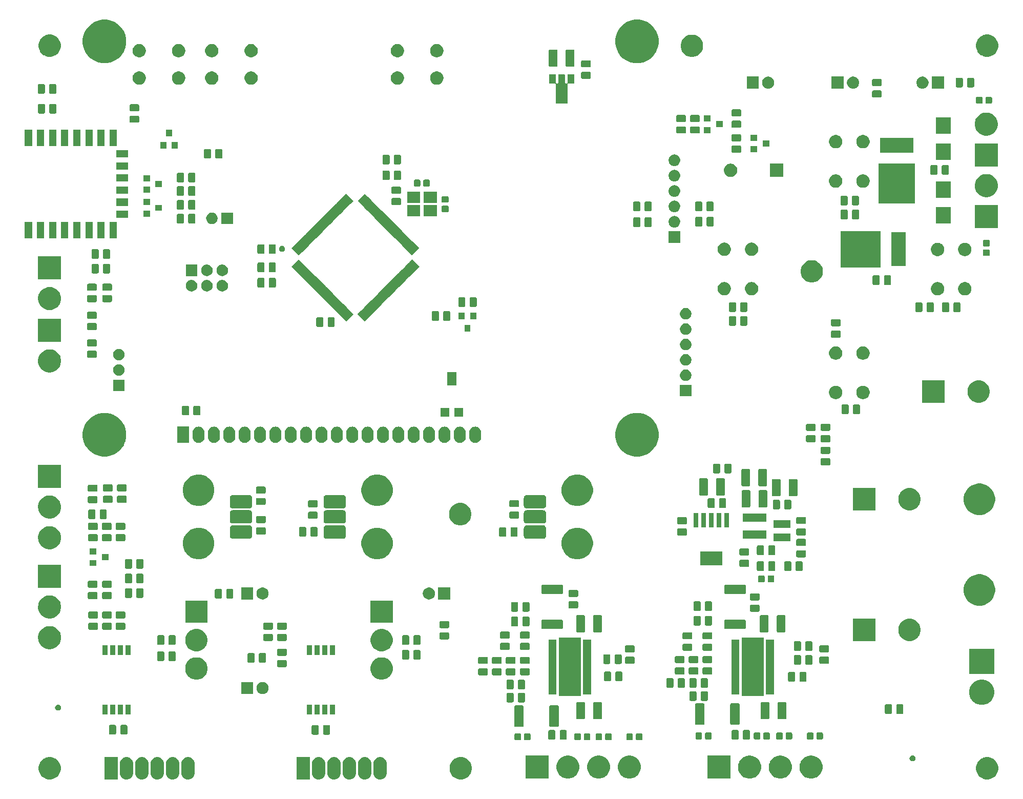
<source format=gbs>
G04 #@! TF.GenerationSoftware,KiCad,Pcbnew,(5.1.5)-3*
G04 #@! TF.CreationDate,2020-04-02T09:01:35+03:00*
G04 #@! TF.ProjectId,VentilaVitesco,56656e74-696c-4615-9669-746573636f2e,rev?*
G04 #@! TF.SameCoordinates,PX354a940PY93c3260*
G04 #@! TF.FileFunction,Soldermask,Bot*
G04 #@! TF.FilePolarity,Negative*
%FSLAX46Y46*%
G04 Gerber Fmt 4.6, Leading zero omitted, Abs format (unit mm)*
G04 Created by KiCad (PCBNEW (5.1.5)-3) date 2020-04-02 09:01:35*
%MOMM*%
%LPD*%
G04 APERTURE LIST*
%ADD10C,0.150000*%
G04 APERTURE END LIST*
D10*
G36*
X59905637Y6914084D02*
G01*
X60028395Y6876845D01*
X60112991Y6851183D01*
X60304079Y6749045D01*
X60304080Y6749044D01*
X60304084Y6749042D01*
X60471581Y6611581D01*
X60493268Y6585155D01*
X60609043Y6444084D01*
X60711183Y6252992D01*
X60717854Y6231000D01*
X60774084Y6045638D01*
X60790000Y5884036D01*
X60790000Y4275964D01*
X60774084Y4114362D01*
X60727551Y3960966D01*
X60711183Y3907008D01*
X60609043Y3715916D01*
X60471581Y3548419D01*
X60304084Y3410957D01*
X60112992Y3308817D01*
X60059034Y3292449D01*
X59905638Y3245916D01*
X59690000Y3224678D01*
X59474363Y3245916D01*
X59320967Y3292449D01*
X59267009Y3308817D01*
X59075917Y3410957D01*
X58908420Y3548419D01*
X58770958Y3715916D01*
X58668816Y3907012D01*
X58605916Y4114361D01*
X58590000Y4275962D01*
X58590000Y5884037D01*
X58605916Y6045635D01*
X58605916Y6045637D01*
X58668816Y6252987D01*
X58668817Y6252991D01*
X58770955Y6444079D01*
X58770956Y6444080D01*
X58770958Y6444084D01*
X58908419Y6611581D01*
X58993925Y6681754D01*
X59075916Y6749043D01*
X59267008Y6851183D01*
X59351604Y6876845D01*
X59474362Y6914084D01*
X59690000Y6935322D01*
X59905637Y6914084D01*
G37*
G36*
X20535637Y6914084D02*
G01*
X20658395Y6876845D01*
X20742991Y6851183D01*
X20934079Y6749045D01*
X20934080Y6749044D01*
X20934084Y6749042D01*
X21101581Y6611581D01*
X21123268Y6585155D01*
X21239043Y6444084D01*
X21341183Y6252992D01*
X21347854Y6231000D01*
X21404084Y6045638D01*
X21420000Y5884036D01*
X21420000Y4275964D01*
X21404084Y4114362D01*
X21357551Y3960966D01*
X21341183Y3907008D01*
X21239043Y3715916D01*
X21101581Y3548419D01*
X20934084Y3410957D01*
X20742992Y3308817D01*
X20689034Y3292449D01*
X20535638Y3245916D01*
X20320000Y3224678D01*
X20104363Y3245916D01*
X19950967Y3292449D01*
X19897009Y3308817D01*
X19705917Y3410957D01*
X19538420Y3548419D01*
X19400958Y3715916D01*
X19298816Y3907012D01*
X19235916Y4114361D01*
X19220000Y4275962D01*
X19220000Y5884037D01*
X19235916Y6045635D01*
X19235916Y6045637D01*
X19298816Y6252987D01*
X19298817Y6252991D01*
X19400955Y6444079D01*
X19400956Y6444080D01*
X19400958Y6444084D01*
X19538419Y6611581D01*
X19623925Y6681754D01*
X19705916Y6749043D01*
X19897008Y6851183D01*
X19981604Y6876845D01*
X20104362Y6914084D01*
X20320000Y6935322D01*
X20535637Y6914084D01*
G37*
G36*
X17995637Y6914084D02*
G01*
X18118395Y6876845D01*
X18202991Y6851183D01*
X18394079Y6749045D01*
X18394080Y6749044D01*
X18394084Y6749042D01*
X18561581Y6611581D01*
X18583268Y6585155D01*
X18699043Y6444084D01*
X18801183Y6252992D01*
X18807854Y6231000D01*
X18864084Y6045638D01*
X18880000Y5884036D01*
X18880000Y4275964D01*
X18864084Y4114362D01*
X18817551Y3960966D01*
X18801183Y3907008D01*
X18699043Y3715916D01*
X18561581Y3548419D01*
X18394084Y3410957D01*
X18202992Y3308817D01*
X18149034Y3292449D01*
X17995638Y3245916D01*
X17780000Y3224678D01*
X17564363Y3245916D01*
X17410967Y3292449D01*
X17357009Y3308817D01*
X17165917Y3410957D01*
X16998420Y3548419D01*
X16860958Y3715916D01*
X16758816Y3907012D01*
X16695916Y4114361D01*
X16680000Y4275962D01*
X16680000Y5884037D01*
X16695916Y6045635D01*
X16695916Y6045637D01*
X16758816Y6252987D01*
X16758817Y6252991D01*
X16860955Y6444079D01*
X16860956Y6444080D01*
X16860958Y6444084D01*
X16998419Y6611581D01*
X17083925Y6681754D01*
X17165916Y6749043D01*
X17357008Y6851183D01*
X17441604Y6876845D01*
X17564362Y6914084D01*
X17780000Y6935322D01*
X17995637Y6914084D01*
G37*
G36*
X23075637Y6914084D02*
G01*
X23198395Y6876845D01*
X23282991Y6851183D01*
X23474079Y6749045D01*
X23474080Y6749044D01*
X23474084Y6749042D01*
X23641581Y6611581D01*
X23663268Y6585155D01*
X23779043Y6444084D01*
X23881183Y6252992D01*
X23887854Y6231000D01*
X23944084Y6045638D01*
X23960000Y5884036D01*
X23960000Y4275964D01*
X23944084Y4114362D01*
X23897551Y3960966D01*
X23881183Y3907008D01*
X23779043Y3715916D01*
X23641581Y3548419D01*
X23474084Y3410957D01*
X23282992Y3308817D01*
X23229034Y3292449D01*
X23075638Y3245916D01*
X22860000Y3224678D01*
X22644363Y3245916D01*
X22490967Y3292449D01*
X22437009Y3308817D01*
X22245917Y3410957D01*
X22078420Y3548419D01*
X21940958Y3715916D01*
X21838816Y3907012D01*
X21775916Y4114361D01*
X21760000Y4275962D01*
X21760000Y5884037D01*
X21775916Y6045635D01*
X21775916Y6045637D01*
X21838816Y6252987D01*
X21838817Y6252991D01*
X21940955Y6444079D01*
X21940956Y6444080D01*
X21940958Y6444084D01*
X22078419Y6611581D01*
X22163925Y6681754D01*
X22245916Y6749043D01*
X22437008Y6851183D01*
X22521604Y6876845D01*
X22644362Y6914084D01*
X22860000Y6935322D01*
X23075637Y6914084D01*
G37*
G36*
X25615637Y6914084D02*
G01*
X25738395Y6876845D01*
X25822991Y6851183D01*
X26014079Y6749045D01*
X26014080Y6749044D01*
X26014084Y6749042D01*
X26181581Y6611581D01*
X26203268Y6585155D01*
X26319043Y6444084D01*
X26421183Y6252992D01*
X26427854Y6231000D01*
X26484084Y6045638D01*
X26500000Y5884036D01*
X26500000Y4275964D01*
X26484084Y4114362D01*
X26437551Y3960966D01*
X26421183Y3907008D01*
X26319043Y3715916D01*
X26181581Y3548419D01*
X26014084Y3410957D01*
X25822992Y3308817D01*
X25769034Y3292449D01*
X25615638Y3245916D01*
X25400000Y3224678D01*
X25184363Y3245916D01*
X25030967Y3292449D01*
X24977009Y3308817D01*
X24785917Y3410957D01*
X24618420Y3548419D01*
X24480958Y3715916D01*
X24378816Y3907012D01*
X24315916Y4114361D01*
X24300000Y4275962D01*
X24300000Y5884037D01*
X24315916Y6045635D01*
X24315916Y6045637D01*
X24378816Y6252987D01*
X24378817Y6252991D01*
X24480955Y6444079D01*
X24480956Y6444080D01*
X24480958Y6444084D01*
X24618419Y6611581D01*
X24703925Y6681754D01*
X24785916Y6749043D01*
X24977008Y6851183D01*
X25061604Y6876845D01*
X25184362Y6914084D01*
X25400000Y6935322D01*
X25615637Y6914084D01*
G37*
G36*
X28155637Y6914084D02*
G01*
X28278395Y6876845D01*
X28362991Y6851183D01*
X28554079Y6749045D01*
X28554080Y6749044D01*
X28554084Y6749042D01*
X28721581Y6611581D01*
X28743268Y6585155D01*
X28859043Y6444084D01*
X28961183Y6252992D01*
X28967854Y6231000D01*
X29024084Y6045638D01*
X29040000Y5884036D01*
X29040000Y4275964D01*
X29024084Y4114362D01*
X28977551Y3960966D01*
X28961183Y3907008D01*
X28859043Y3715916D01*
X28721581Y3548419D01*
X28554084Y3410957D01*
X28362992Y3308817D01*
X28309034Y3292449D01*
X28155638Y3245916D01*
X27940000Y3224678D01*
X27724363Y3245916D01*
X27570967Y3292449D01*
X27517009Y3308817D01*
X27325917Y3410957D01*
X27158420Y3548419D01*
X27020958Y3715916D01*
X26918816Y3907012D01*
X26855916Y4114361D01*
X26840000Y4275962D01*
X26840000Y5884037D01*
X26855916Y6045635D01*
X26855916Y6045637D01*
X26918816Y6252987D01*
X26918817Y6252991D01*
X27020955Y6444079D01*
X27020956Y6444080D01*
X27020958Y6444084D01*
X27158419Y6611581D01*
X27243925Y6681754D01*
X27325916Y6749043D01*
X27517008Y6851183D01*
X27601604Y6876845D01*
X27724362Y6914084D01*
X27940000Y6935322D01*
X28155637Y6914084D01*
G37*
G36*
X49745637Y6914084D02*
G01*
X49868395Y6876845D01*
X49952991Y6851183D01*
X50144079Y6749045D01*
X50144080Y6749044D01*
X50144084Y6749042D01*
X50311581Y6611581D01*
X50333268Y6585155D01*
X50449043Y6444084D01*
X50551183Y6252992D01*
X50557854Y6231000D01*
X50614084Y6045638D01*
X50630000Y5884036D01*
X50630000Y4275964D01*
X50614084Y4114362D01*
X50567551Y3960966D01*
X50551183Y3907008D01*
X50449043Y3715916D01*
X50311581Y3548419D01*
X50144084Y3410957D01*
X49952992Y3308817D01*
X49899034Y3292449D01*
X49745638Y3245916D01*
X49530000Y3224678D01*
X49314363Y3245916D01*
X49160967Y3292449D01*
X49107009Y3308817D01*
X48915917Y3410957D01*
X48748420Y3548419D01*
X48610958Y3715916D01*
X48508816Y3907012D01*
X48445916Y4114361D01*
X48430000Y4275962D01*
X48430000Y5884037D01*
X48445916Y6045635D01*
X48445916Y6045637D01*
X48508816Y6252987D01*
X48508817Y6252991D01*
X48610955Y6444079D01*
X48610956Y6444080D01*
X48610958Y6444084D01*
X48748419Y6611581D01*
X48833925Y6681754D01*
X48915916Y6749043D01*
X49107008Y6851183D01*
X49191604Y6876845D01*
X49314362Y6914084D01*
X49530000Y6935322D01*
X49745637Y6914084D01*
G37*
G36*
X52285637Y6914084D02*
G01*
X52408395Y6876845D01*
X52492991Y6851183D01*
X52684079Y6749045D01*
X52684080Y6749044D01*
X52684084Y6749042D01*
X52851581Y6611581D01*
X52873268Y6585155D01*
X52989043Y6444084D01*
X53091183Y6252992D01*
X53097854Y6231000D01*
X53154084Y6045638D01*
X53170000Y5884036D01*
X53170000Y4275964D01*
X53154084Y4114362D01*
X53107551Y3960966D01*
X53091183Y3907008D01*
X52989043Y3715916D01*
X52851581Y3548419D01*
X52684084Y3410957D01*
X52492992Y3308817D01*
X52439034Y3292449D01*
X52285638Y3245916D01*
X52070000Y3224678D01*
X51854363Y3245916D01*
X51700967Y3292449D01*
X51647009Y3308817D01*
X51455917Y3410957D01*
X51288420Y3548419D01*
X51150958Y3715916D01*
X51048816Y3907012D01*
X50985916Y4114361D01*
X50970000Y4275962D01*
X50970000Y5884037D01*
X50985916Y6045635D01*
X50985916Y6045637D01*
X51048816Y6252987D01*
X51048817Y6252991D01*
X51150955Y6444079D01*
X51150956Y6444080D01*
X51150958Y6444084D01*
X51288419Y6611581D01*
X51373925Y6681754D01*
X51455916Y6749043D01*
X51647008Y6851183D01*
X51731604Y6876845D01*
X51854362Y6914084D01*
X52070000Y6935322D01*
X52285637Y6914084D01*
G37*
G36*
X54825637Y6914084D02*
G01*
X54948395Y6876845D01*
X55032991Y6851183D01*
X55224079Y6749045D01*
X55224080Y6749044D01*
X55224084Y6749042D01*
X55391581Y6611581D01*
X55413268Y6585155D01*
X55529043Y6444084D01*
X55631183Y6252992D01*
X55637854Y6231000D01*
X55694084Y6045638D01*
X55710000Y5884036D01*
X55710000Y4275964D01*
X55694084Y4114362D01*
X55647551Y3960966D01*
X55631183Y3907008D01*
X55529043Y3715916D01*
X55391581Y3548419D01*
X55224084Y3410957D01*
X55032992Y3308817D01*
X54979034Y3292449D01*
X54825638Y3245916D01*
X54610000Y3224678D01*
X54394363Y3245916D01*
X54240967Y3292449D01*
X54187009Y3308817D01*
X53995917Y3410957D01*
X53828420Y3548419D01*
X53690958Y3715916D01*
X53588816Y3907012D01*
X53525916Y4114361D01*
X53510000Y4275962D01*
X53510000Y5884037D01*
X53525916Y6045635D01*
X53525916Y6045637D01*
X53588816Y6252987D01*
X53588817Y6252991D01*
X53690955Y6444079D01*
X53690956Y6444080D01*
X53690958Y6444084D01*
X53828419Y6611581D01*
X53913925Y6681754D01*
X53995916Y6749043D01*
X54187008Y6851183D01*
X54271604Y6876845D01*
X54394362Y6914084D01*
X54610000Y6935322D01*
X54825637Y6914084D01*
G37*
G36*
X57365637Y6914084D02*
G01*
X57488395Y6876845D01*
X57572991Y6851183D01*
X57764079Y6749045D01*
X57764080Y6749044D01*
X57764084Y6749042D01*
X57931581Y6611581D01*
X57953268Y6585155D01*
X58069043Y6444084D01*
X58171183Y6252992D01*
X58177854Y6231000D01*
X58234084Y6045638D01*
X58250000Y5884036D01*
X58250000Y4275964D01*
X58234084Y4114362D01*
X58187551Y3960966D01*
X58171183Y3907008D01*
X58069043Y3715916D01*
X57931581Y3548419D01*
X57764084Y3410957D01*
X57572992Y3308817D01*
X57519034Y3292449D01*
X57365638Y3245916D01*
X57150000Y3224678D01*
X56934363Y3245916D01*
X56780967Y3292449D01*
X56727009Y3308817D01*
X56535917Y3410957D01*
X56368420Y3548419D01*
X56230958Y3715916D01*
X56128816Y3907012D01*
X56065916Y4114361D01*
X56050000Y4275962D01*
X56050000Y5884037D01*
X56065916Y6045635D01*
X56065916Y6045637D01*
X56128816Y6252987D01*
X56128817Y6252991D01*
X56230955Y6444079D01*
X56230956Y6444080D01*
X56230958Y6444084D01*
X56368419Y6611581D01*
X56453925Y6681754D01*
X56535916Y6749043D01*
X56727008Y6851183D01*
X56811604Y6876845D01*
X56934362Y6914084D01*
X57150000Y6935322D01*
X57365637Y6914084D01*
G37*
G36*
X16340000Y3230000D02*
G01*
X14140000Y3230000D01*
X14140000Y6930000D01*
X16340000Y6930000D01*
X16340000Y3230000D01*
G37*
G36*
X48090000Y3230000D02*
G01*
X45890000Y3230000D01*
X45890000Y6930000D01*
X48090000Y6930000D01*
X48090000Y3230000D01*
G37*
G36*
X160559624Y6858906D02*
G01*
X160896302Y6719449D01*
X160952718Y6681753D01*
X161199306Y6516989D01*
X161456989Y6259306D01*
X161507850Y6183186D01*
X161659449Y5956302D01*
X161798906Y5619624D01*
X161870000Y5262210D01*
X161870000Y4897790D01*
X161798906Y4540376D01*
X161659449Y4203698D01*
X161659448Y4203697D01*
X161456989Y3900694D01*
X161199306Y3643011D01*
X161057738Y3548419D01*
X160896302Y3440551D01*
X160559624Y3301094D01*
X160202210Y3230000D01*
X159837790Y3230000D01*
X159480376Y3301094D01*
X159143698Y3440551D01*
X158982262Y3548419D01*
X158840694Y3643011D01*
X158583011Y3900694D01*
X158380552Y4203697D01*
X158380551Y4203698D01*
X158241094Y4540376D01*
X158170000Y4897790D01*
X158170000Y5262210D01*
X158241094Y5619624D01*
X158380551Y5956302D01*
X158532150Y6183186D01*
X158583011Y6259306D01*
X158840694Y6516989D01*
X159087282Y6681753D01*
X159143698Y6719449D01*
X159480376Y6858906D01*
X159837790Y6930000D01*
X160202210Y6930000D01*
X160559624Y6858906D01*
G37*
G36*
X73564624Y6858906D02*
G01*
X73901302Y6719449D01*
X73957718Y6681753D01*
X74204306Y6516989D01*
X74461989Y6259306D01*
X74512850Y6183186D01*
X74664449Y5956302D01*
X74803906Y5619624D01*
X74875000Y5262210D01*
X74875000Y4897790D01*
X74803906Y4540376D01*
X74664449Y4203698D01*
X74664448Y4203697D01*
X74461989Y3900694D01*
X74204306Y3643011D01*
X74062738Y3548419D01*
X73901302Y3440551D01*
X73564624Y3301094D01*
X73207210Y3230000D01*
X72842790Y3230000D01*
X72485376Y3301094D01*
X72148698Y3440551D01*
X71987262Y3548419D01*
X71845694Y3643011D01*
X71588011Y3900694D01*
X71385552Y4203697D01*
X71385551Y4203698D01*
X71246094Y4540376D01*
X71175000Y4897790D01*
X71175000Y5262210D01*
X71246094Y5619624D01*
X71385551Y5956302D01*
X71537150Y6183186D01*
X71588011Y6259306D01*
X71845694Y6516989D01*
X72092282Y6681753D01*
X72148698Y6719449D01*
X72485376Y6858906D01*
X72842790Y6930000D01*
X73207210Y6930000D01*
X73564624Y6858906D01*
G37*
G36*
X5619624Y6858906D02*
G01*
X5956302Y6719449D01*
X6012718Y6681753D01*
X6259306Y6516989D01*
X6516989Y6259306D01*
X6567850Y6183186D01*
X6719449Y5956302D01*
X6858906Y5619624D01*
X6930000Y5262210D01*
X6930000Y4897790D01*
X6858906Y4540376D01*
X6719449Y4203698D01*
X6719448Y4203697D01*
X6516989Y3900694D01*
X6259306Y3643011D01*
X6117738Y3548419D01*
X5956302Y3440551D01*
X5619624Y3301094D01*
X5262210Y3230000D01*
X4897790Y3230000D01*
X4540376Y3301094D01*
X4203698Y3440551D01*
X4042262Y3548419D01*
X3900694Y3643011D01*
X3643011Y3900694D01*
X3440552Y4203697D01*
X3440551Y4203698D01*
X3301094Y4540376D01*
X3230000Y4897790D01*
X3230000Y5262210D01*
X3301094Y5619624D01*
X3440551Y5956302D01*
X3592150Y6183186D01*
X3643011Y6259306D01*
X3900694Y6516989D01*
X4147282Y6681753D01*
X4203698Y6719449D01*
X4540376Y6858906D01*
X4897790Y6930000D01*
X5262210Y6930000D01*
X5619624Y6858906D01*
G37*
G36*
X121122271Y7146692D02*
G01*
X121305809Y7110184D01*
X121449034Y7050858D01*
X121651586Y6966959D01*
X121962779Y6759026D01*
X122227426Y6494379D01*
X122435359Y6183186D01*
X122492333Y6045638D01*
X122559270Y5884038D01*
X122578584Y5837408D01*
X122651600Y5470335D01*
X122651600Y5096065D01*
X122578584Y4728992D01*
X122435359Y4383214D01*
X122227426Y4072021D01*
X121962779Y3807374D01*
X121651586Y3599441D01*
X121528407Y3548419D01*
X121305809Y3456216D01*
X120938735Y3383200D01*
X120564465Y3383200D01*
X120197391Y3456216D01*
X119974793Y3548419D01*
X119851614Y3599441D01*
X119540421Y3807374D01*
X119275774Y4072021D01*
X119067841Y4383214D01*
X118924616Y4728992D01*
X118851600Y5096065D01*
X118851600Y5470335D01*
X118924616Y5837408D01*
X118943931Y5884038D01*
X119010867Y6045638D01*
X119067841Y6183186D01*
X119275774Y6494379D01*
X119540421Y6759026D01*
X119851614Y6966959D01*
X120054166Y7050858D01*
X120197391Y7110184D01*
X120380929Y7146692D01*
X120564465Y7183200D01*
X120938735Y7183200D01*
X121122271Y7146692D01*
G37*
G36*
X131282271Y7146692D02*
G01*
X131465809Y7110184D01*
X131609034Y7050858D01*
X131811586Y6966959D01*
X132122779Y6759026D01*
X132387426Y6494379D01*
X132595359Y6183186D01*
X132652333Y6045638D01*
X132719270Y5884038D01*
X132738584Y5837408D01*
X132811600Y5470335D01*
X132811600Y5096065D01*
X132738584Y4728992D01*
X132595359Y4383214D01*
X132387426Y4072021D01*
X132122779Y3807374D01*
X131811586Y3599441D01*
X131688407Y3548419D01*
X131465809Y3456216D01*
X131098735Y3383200D01*
X130724465Y3383200D01*
X130357391Y3456216D01*
X130134793Y3548419D01*
X130011614Y3599441D01*
X129700421Y3807374D01*
X129435774Y4072021D01*
X129227841Y4383214D01*
X129084616Y4728992D01*
X129011600Y5096065D01*
X129011600Y5470335D01*
X129084616Y5837408D01*
X129103931Y5884038D01*
X129170867Y6045638D01*
X129227841Y6183186D01*
X129435774Y6494379D01*
X129700421Y6759026D01*
X130011614Y6966959D01*
X130214166Y7050858D01*
X130357391Y7110184D01*
X130540929Y7146692D01*
X130724465Y7183200D01*
X131098735Y7183200D01*
X131282271Y7146692D01*
G37*
G36*
X126202271Y7146692D02*
G01*
X126385809Y7110184D01*
X126529034Y7050858D01*
X126731586Y6966959D01*
X127042779Y6759026D01*
X127307426Y6494379D01*
X127515359Y6183186D01*
X127572333Y6045638D01*
X127639270Y5884038D01*
X127658584Y5837408D01*
X127731600Y5470335D01*
X127731600Y5096065D01*
X127658584Y4728992D01*
X127515359Y4383214D01*
X127307426Y4072021D01*
X127042779Y3807374D01*
X126731586Y3599441D01*
X126608407Y3548419D01*
X126385809Y3456216D01*
X126018735Y3383200D01*
X125644465Y3383200D01*
X125277391Y3456216D01*
X125054793Y3548419D01*
X124931614Y3599441D01*
X124620421Y3807374D01*
X124355774Y4072021D01*
X124147841Y4383214D01*
X124004616Y4728992D01*
X123931600Y5096065D01*
X123931600Y5470335D01*
X124004616Y5837408D01*
X124023931Y5884038D01*
X124090867Y6045638D01*
X124147841Y6183186D01*
X124355774Y6494379D01*
X124620421Y6759026D01*
X124931614Y6966959D01*
X125134166Y7050858D01*
X125277391Y7110184D01*
X125460929Y7146692D01*
X125644465Y7183200D01*
X126018735Y7183200D01*
X126202271Y7146692D01*
G37*
G36*
X117571600Y3383200D02*
G01*
X113771600Y3383200D01*
X113771600Y7183200D01*
X117571600Y7183200D01*
X117571600Y3383200D01*
G37*
G36*
X101259471Y7146692D02*
G01*
X101443009Y7110184D01*
X101586234Y7050858D01*
X101788786Y6966959D01*
X102099979Y6759026D01*
X102364626Y6494379D01*
X102572559Y6183186D01*
X102629533Y6045638D01*
X102696470Y5884038D01*
X102715784Y5837408D01*
X102788800Y5470335D01*
X102788800Y5096065D01*
X102715784Y4728992D01*
X102572559Y4383214D01*
X102364626Y4072021D01*
X102099979Y3807374D01*
X101788786Y3599441D01*
X101665607Y3548419D01*
X101443009Y3456216D01*
X101075935Y3383200D01*
X100701665Y3383200D01*
X100334591Y3456216D01*
X100111993Y3548419D01*
X99988814Y3599441D01*
X99677621Y3807374D01*
X99412974Y4072021D01*
X99205041Y4383214D01*
X99061816Y4728992D01*
X98988800Y5096065D01*
X98988800Y5470335D01*
X99061816Y5837408D01*
X99081131Y5884038D01*
X99148067Y6045638D01*
X99205041Y6183186D01*
X99412974Y6494379D01*
X99677621Y6759026D01*
X99988814Y6966959D01*
X100191366Y7050858D01*
X100334591Y7110184D01*
X100518129Y7146692D01*
X100701665Y7183200D01*
X101075935Y7183200D01*
X101259471Y7146692D01*
G37*
G36*
X96179471Y7146692D02*
G01*
X96363009Y7110184D01*
X96506234Y7050858D01*
X96708786Y6966959D01*
X97019979Y6759026D01*
X97284626Y6494379D01*
X97492559Y6183186D01*
X97549533Y6045638D01*
X97616470Y5884038D01*
X97635784Y5837408D01*
X97708800Y5470335D01*
X97708800Y5096065D01*
X97635784Y4728992D01*
X97492559Y4383214D01*
X97284626Y4072021D01*
X97019979Y3807374D01*
X96708786Y3599441D01*
X96585607Y3548419D01*
X96363009Y3456216D01*
X95995935Y3383200D01*
X95621665Y3383200D01*
X95254591Y3456216D01*
X95031993Y3548419D01*
X94908814Y3599441D01*
X94597621Y3807374D01*
X94332974Y4072021D01*
X94125041Y4383214D01*
X93981816Y4728992D01*
X93908800Y5096065D01*
X93908800Y5470335D01*
X93981816Y5837408D01*
X94001131Y5884038D01*
X94068067Y6045638D01*
X94125041Y6183186D01*
X94332974Y6494379D01*
X94597621Y6759026D01*
X94908814Y6966959D01*
X95111366Y7050858D01*
X95254591Y7110184D01*
X95438129Y7146692D01*
X95621665Y7183200D01*
X95995935Y7183200D01*
X96179471Y7146692D01*
G37*
G36*
X87548800Y3383200D02*
G01*
X83748800Y3383200D01*
X83748800Y7183200D01*
X87548800Y7183200D01*
X87548800Y3383200D01*
G37*
G36*
X91099471Y7146692D02*
G01*
X91283009Y7110184D01*
X91426234Y7050858D01*
X91628786Y6966959D01*
X91939979Y6759026D01*
X92204626Y6494379D01*
X92412559Y6183186D01*
X92469533Y6045638D01*
X92536470Y5884038D01*
X92555784Y5837408D01*
X92628800Y5470335D01*
X92628800Y5096065D01*
X92555784Y4728992D01*
X92412559Y4383214D01*
X92204626Y4072021D01*
X91939979Y3807374D01*
X91628786Y3599441D01*
X91505607Y3548419D01*
X91283009Y3456216D01*
X90915935Y3383200D01*
X90541665Y3383200D01*
X90174591Y3456216D01*
X89951993Y3548419D01*
X89828814Y3599441D01*
X89517621Y3807374D01*
X89252974Y4072021D01*
X89045041Y4383214D01*
X88901816Y4728992D01*
X88828800Y5096065D01*
X88828800Y5470335D01*
X88901816Y5837408D01*
X88921131Y5884038D01*
X88988067Y6045638D01*
X89045041Y6183186D01*
X89252974Y6494379D01*
X89517621Y6759026D01*
X89828814Y6966959D01*
X90031366Y7050858D01*
X90174591Y7110184D01*
X90358129Y7146692D01*
X90541665Y7183200D01*
X90915935Y7183200D01*
X91099471Y7146692D01*
G37*
G36*
X147846843Y7211786D02*
G01*
X147937837Y7174095D01*
X147937839Y7174094D01*
X147979063Y7146549D01*
X148019730Y7119376D01*
X148089376Y7049730D01*
X148144095Y6967837D01*
X148181786Y6876843D01*
X148201000Y6780247D01*
X148201000Y6681753D01*
X148181786Y6585157D01*
X148181785Y6585155D01*
X148144094Y6494161D01*
X148089375Y6412269D01*
X148019731Y6342625D01*
X147937839Y6287906D01*
X147937838Y6287905D01*
X147937837Y6287905D01*
X147846843Y6250214D01*
X147750247Y6231000D01*
X147651753Y6231000D01*
X147555157Y6250214D01*
X147464163Y6287905D01*
X147464162Y6287905D01*
X147464161Y6287906D01*
X147382269Y6342625D01*
X147312625Y6412269D01*
X147257906Y6494161D01*
X147220215Y6585155D01*
X147220214Y6585157D01*
X147201000Y6681753D01*
X147201000Y6780247D01*
X147220214Y6876843D01*
X147257905Y6967837D01*
X147312624Y7049730D01*
X147382270Y7119376D01*
X147422937Y7146549D01*
X147464161Y7174094D01*
X147464163Y7174095D01*
X147555157Y7211786D01*
X147651753Y7231000D01*
X147750247Y7231000D01*
X147846843Y7211786D01*
G37*
G36*
X94287867Y10857444D02*
G01*
X94326448Y10845741D01*
X94362001Y10826737D01*
X94393163Y10801163D01*
X94418737Y10770001D01*
X94437741Y10734448D01*
X94449444Y10695867D01*
X94454000Y10649610D01*
X94454000Y9924390D01*
X94449444Y9878133D01*
X94437741Y9839552D01*
X94418737Y9803999D01*
X94393163Y9772837D01*
X94362001Y9747263D01*
X94326448Y9728259D01*
X94287867Y9716556D01*
X94241610Y9712000D01*
X93591390Y9712000D01*
X93545133Y9716556D01*
X93506552Y9728259D01*
X93470999Y9747263D01*
X93439837Y9772837D01*
X93414263Y9803999D01*
X93395259Y9839552D01*
X93383556Y9878133D01*
X93379000Y9924390D01*
X93379000Y10649610D01*
X93383556Y10695867D01*
X93395259Y10734448D01*
X93414263Y10770001D01*
X93439837Y10801163D01*
X93470999Y10826737D01*
X93506552Y10845741D01*
X93545133Y10857444D01*
X93591390Y10862000D01*
X94241610Y10862000D01*
X94287867Y10857444D01*
G37*
G36*
X102885867Y10857444D02*
G01*
X102924448Y10845741D01*
X102960001Y10826737D01*
X102991163Y10801163D01*
X103016737Y10770001D01*
X103035741Y10734448D01*
X103047444Y10695867D01*
X103052000Y10649610D01*
X103052000Y9924390D01*
X103047444Y9878133D01*
X103035741Y9839552D01*
X103016737Y9803999D01*
X102991163Y9772837D01*
X102960001Y9747263D01*
X102924448Y9728259D01*
X102885867Y9716556D01*
X102839610Y9712000D01*
X102189390Y9712000D01*
X102143133Y9716556D01*
X102104552Y9728259D01*
X102068999Y9747263D01*
X102037837Y9772837D01*
X102012263Y9803999D01*
X101993259Y9839552D01*
X101981556Y9878133D01*
X101977000Y9924390D01*
X101977000Y10649610D01*
X101981556Y10695867D01*
X101993259Y10734448D01*
X102012263Y10770001D01*
X102037837Y10801163D01*
X102068999Y10826737D01*
X102104552Y10845741D01*
X102143133Y10857444D01*
X102189390Y10862000D01*
X102839610Y10862000D01*
X102885867Y10857444D01*
G37*
G36*
X97805867Y10857444D02*
G01*
X97844448Y10845741D01*
X97880001Y10826737D01*
X97911163Y10801163D01*
X97936737Y10770001D01*
X97955741Y10734448D01*
X97967444Y10695867D01*
X97972000Y10649610D01*
X97972000Y9924390D01*
X97967444Y9878133D01*
X97955741Y9839552D01*
X97936737Y9803999D01*
X97911163Y9772837D01*
X97880001Y9747263D01*
X97844448Y9728259D01*
X97805867Y9716556D01*
X97759610Y9712000D01*
X97109390Y9712000D01*
X97063133Y9716556D01*
X97024552Y9728259D01*
X96988999Y9747263D01*
X96957837Y9772837D01*
X96932263Y9803999D01*
X96913259Y9839552D01*
X96901556Y9878133D01*
X96897000Y9924390D01*
X96897000Y10649610D01*
X96901556Y10695867D01*
X96913259Y10734448D01*
X96932263Y10770001D01*
X96957837Y10801163D01*
X96988999Y10826737D01*
X97024552Y10845741D01*
X97063133Y10857444D01*
X97109390Y10862000D01*
X97759610Y10862000D01*
X97805867Y10857444D01*
G37*
G36*
X96230867Y10857444D02*
G01*
X96269448Y10845741D01*
X96305001Y10826737D01*
X96336163Y10801163D01*
X96361737Y10770001D01*
X96380741Y10734448D01*
X96392444Y10695867D01*
X96397000Y10649610D01*
X96397000Y9924390D01*
X96392444Y9878133D01*
X96380741Y9839552D01*
X96361737Y9803999D01*
X96336163Y9772837D01*
X96305001Y9747263D01*
X96269448Y9728259D01*
X96230867Y9716556D01*
X96184610Y9712000D01*
X95534390Y9712000D01*
X95488133Y9716556D01*
X95449552Y9728259D01*
X95413999Y9747263D01*
X95382837Y9772837D01*
X95357263Y9803999D01*
X95338259Y9839552D01*
X95326556Y9878133D01*
X95322000Y9924390D01*
X95322000Y10649610D01*
X95326556Y10695867D01*
X95338259Y10734448D01*
X95357263Y10770001D01*
X95382837Y10801163D01*
X95413999Y10826737D01*
X95449552Y10845741D01*
X95488133Y10857444D01*
X95534390Y10862000D01*
X96184610Y10862000D01*
X96230867Y10857444D01*
G37*
G36*
X92712867Y10857444D02*
G01*
X92751448Y10845741D01*
X92787001Y10826737D01*
X92818163Y10801163D01*
X92843737Y10770001D01*
X92862741Y10734448D01*
X92874444Y10695867D01*
X92879000Y10649610D01*
X92879000Y9924390D01*
X92874444Y9878133D01*
X92862741Y9839552D01*
X92843737Y9803999D01*
X92818163Y9772837D01*
X92787001Y9747263D01*
X92751448Y9728259D01*
X92712867Y9716556D01*
X92666610Y9712000D01*
X92016390Y9712000D01*
X91970133Y9716556D01*
X91931552Y9728259D01*
X91895999Y9747263D01*
X91864837Y9772837D01*
X91839263Y9803999D01*
X91820259Y9839552D01*
X91808556Y9878133D01*
X91804000Y9924390D01*
X91804000Y10649610D01*
X91808556Y10695867D01*
X91820259Y10734448D01*
X91839263Y10770001D01*
X91864837Y10801163D01*
X91895999Y10826737D01*
X91931552Y10845741D01*
X91970133Y10857444D01*
X92016390Y10862000D01*
X92666610Y10862000D01*
X92712867Y10857444D01*
G37*
G36*
X82819667Y10857444D02*
G01*
X82858248Y10845741D01*
X82893801Y10826737D01*
X82924963Y10801163D01*
X82950537Y10770001D01*
X82969541Y10734448D01*
X82981244Y10695867D01*
X82985800Y10649610D01*
X82985800Y9924390D01*
X82981244Y9878133D01*
X82969541Y9839552D01*
X82950537Y9803999D01*
X82924963Y9772837D01*
X82893801Y9747263D01*
X82858248Y9728259D01*
X82819667Y9716556D01*
X82773410Y9712000D01*
X82123190Y9712000D01*
X82076933Y9716556D01*
X82038352Y9728259D01*
X82002799Y9747263D01*
X81971637Y9772837D01*
X81946063Y9803999D01*
X81927059Y9839552D01*
X81915356Y9878133D01*
X81910800Y9924390D01*
X81910800Y10649610D01*
X81915356Y10695867D01*
X81927059Y10734448D01*
X81946063Y10770001D01*
X81971637Y10801163D01*
X82002799Y10826737D01*
X82038352Y10845741D01*
X82076933Y10857444D01*
X82123190Y10862000D01*
X82773410Y10862000D01*
X82819667Y10857444D01*
G37*
G36*
X84394667Y10857444D02*
G01*
X84433248Y10845741D01*
X84468801Y10826737D01*
X84499963Y10801163D01*
X84525537Y10770001D01*
X84544541Y10734448D01*
X84556244Y10695867D01*
X84560800Y10649610D01*
X84560800Y9924390D01*
X84556244Y9878133D01*
X84544541Y9839552D01*
X84525537Y9803999D01*
X84499963Y9772837D01*
X84468801Y9747263D01*
X84433248Y9728259D01*
X84394667Y9716556D01*
X84348410Y9712000D01*
X83698190Y9712000D01*
X83651933Y9716556D01*
X83613352Y9728259D01*
X83577799Y9747263D01*
X83546637Y9772837D01*
X83521063Y9803999D01*
X83502059Y9839552D01*
X83490356Y9878133D01*
X83485800Y9924390D01*
X83485800Y10649610D01*
X83490356Y10695867D01*
X83502059Y10734448D01*
X83521063Y10770001D01*
X83546637Y10801163D01*
X83577799Y10826737D01*
X83613352Y10845741D01*
X83651933Y10857444D01*
X83698190Y10862000D01*
X84348410Y10862000D01*
X84394667Y10857444D01*
G37*
G36*
X101310867Y10857444D02*
G01*
X101349448Y10845741D01*
X101385001Y10826737D01*
X101416163Y10801163D01*
X101441737Y10770001D01*
X101460741Y10734448D01*
X101472444Y10695867D01*
X101477000Y10649610D01*
X101477000Y9924390D01*
X101472444Y9878133D01*
X101460741Y9839552D01*
X101441737Y9803999D01*
X101416163Y9772837D01*
X101385001Y9747263D01*
X101349448Y9728259D01*
X101310867Y9716556D01*
X101264610Y9712000D01*
X100614390Y9712000D01*
X100568133Y9716556D01*
X100529552Y9728259D01*
X100493999Y9747263D01*
X100462837Y9772837D01*
X100437263Y9803999D01*
X100418259Y9839552D01*
X100406556Y9878133D01*
X100402000Y9924390D01*
X100402000Y10649610D01*
X100406556Y10695867D01*
X100418259Y10734448D01*
X100437263Y10770001D01*
X100462837Y10801163D01*
X100493999Y10826737D01*
X100529552Y10845741D01*
X100568133Y10857444D01*
X100614390Y10862000D01*
X101264610Y10862000D01*
X101310867Y10857444D01*
G37*
G36*
X120655248Y11399464D02*
G01*
X120698511Y11386340D01*
X120738390Y11365024D01*
X120773341Y11336341D01*
X120802024Y11301390D01*
X120823340Y11261511D01*
X120836464Y11218248D01*
X120841500Y11167110D01*
X120841500Y10041890D01*
X120836464Y9990752D01*
X120823340Y9947489D01*
X120802024Y9907610D01*
X120773341Y9872659D01*
X120738390Y9843976D01*
X120698511Y9822660D01*
X120655248Y9809536D01*
X120604110Y9804500D01*
X119903890Y9804500D01*
X119852752Y9809536D01*
X119809489Y9822660D01*
X119769610Y9843976D01*
X119734659Y9872659D01*
X119705976Y9907610D01*
X119684660Y9947489D01*
X119671536Y9990752D01*
X119666500Y10041890D01*
X119666500Y11167110D01*
X119671536Y11218248D01*
X119684660Y11261511D01*
X119705976Y11301390D01*
X119734659Y11336341D01*
X119769610Y11365024D01*
X119809489Y11386340D01*
X119852752Y11399464D01*
X119903890Y11404500D01*
X120604110Y11404500D01*
X120655248Y11399464D01*
G37*
G36*
X88490748Y11399464D02*
G01*
X88534011Y11386340D01*
X88573890Y11365024D01*
X88608841Y11336341D01*
X88637524Y11301390D01*
X88658840Y11261511D01*
X88671964Y11218248D01*
X88677000Y11167110D01*
X88677000Y10041890D01*
X88671964Y9990752D01*
X88658840Y9947489D01*
X88637524Y9907610D01*
X88608841Y9872659D01*
X88573890Y9843976D01*
X88534011Y9822660D01*
X88490748Y9809536D01*
X88439610Y9804500D01*
X87739390Y9804500D01*
X87688252Y9809536D01*
X87644989Y9822660D01*
X87605110Y9843976D01*
X87570159Y9872659D01*
X87541476Y9907610D01*
X87520160Y9947489D01*
X87507036Y9990752D01*
X87502000Y10041890D01*
X87502000Y11167110D01*
X87507036Y11218248D01*
X87520160Y11261511D01*
X87541476Y11301390D01*
X87570159Y11336341D01*
X87605110Y11365024D01*
X87644989Y11386340D01*
X87688252Y11399464D01*
X87739390Y11404500D01*
X88439610Y11404500D01*
X88490748Y11399464D01*
G37*
G36*
X90365748Y11399464D02*
G01*
X90409011Y11386340D01*
X90448890Y11365024D01*
X90483841Y11336341D01*
X90512524Y11301390D01*
X90533840Y11261511D01*
X90546964Y11218248D01*
X90552000Y11167110D01*
X90552000Y10041890D01*
X90546964Y9990752D01*
X90533840Y9947489D01*
X90512524Y9907610D01*
X90483841Y9872659D01*
X90448890Y9843976D01*
X90409011Y9822660D01*
X90365748Y9809536D01*
X90314610Y9804500D01*
X89614390Y9804500D01*
X89563252Y9809536D01*
X89519989Y9822660D01*
X89480110Y9843976D01*
X89445159Y9872659D01*
X89416476Y9907610D01*
X89395160Y9947489D01*
X89382036Y9990752D01*
X89377000Y10041890D01*
X89377000Y11167110D01*
X89382036Y11218248D01*
X89395160Y11261511D01*
X89416476Y11301390D01*
X89445159Y11336341D01*
X89480110Y11365024D01*
X89519989Y11386340D01*
X89563252Y11399464D01*
X89614390Y11404500D01*
X90314610Y11404500D01*
X90365748Y11399464D01*
G37*
G36*
X118780248Y11399464D02*
G01*
X118823511Y11386340D01*
X118863390Y11365024D01*
X118898341Y11336341D01*
X118927024Y11301390D01*
X118948340Y11261511D01*
X118961464Y11218248D01*
X118966500Y11167110D01*
X118966500Y10041890D01*
X118961464Y9990752D01*
X118948340Y9947489D01*
X118927024Y9907610D01*
X118898341Y9872659D01*
X118863390Y9843976D01*
X118823511Y9822660D01*
X118780248Y9809536D01*
X118729110Y9804500D01*
X118028890Y9804500D01*
X117977752Y9809536D01*
X117934489Y9822660D01*
X117894610Y9843976D01*
X117859659Y9872659D01*
X117830976Y9907610D01*
X117809660Y9947489D01*
X117796536Y9990752D01*
X117791500Y10041890D01*
X117791500Y11167110D01*
X117796536Y11218248D01*
X117809660Y11261511D01*
X117830976Y11301390D01*
X117859659Y11336341D01*
X117894610Y11365024D01*
X117934489Y11386340D01*
X117977752Y11399464D01*
X118028890Y11404500D01*
X118729110Y11404500D01*
X118780248Y11399464D01*
G37*
G36*
X123942367Y10984444D02*
G01*
X123980948Y10972741D01*
X124016501Y10953737D01*
X124047663Y10928163D01*
X124073237Y10897001D01*
X124092241Y10861448D01*
X124103944Y10822867D01*
X124108500Y10776610D01*
X124108500Y10051390D01*
X124103944Y10005133D01*
X124092241Y9966552D01*
X124073237Y9930999D01*
X124047663Y9899837D01*
X124016501Y9874263D01*
X123980948Y9855259D01*
X123942367Y9843556D01*
X123896110Y9839000D01*
X123245890Y9839000D01*
X123199633Y9843556D01*
X123161052Y9855259D01*
X123125499Y9874263D01*
X123094337Y9899837D01*
X123068763Y9930999D01*
X123049759Y9966552D01*
X123038056Y10005133D01*
X123033500Y10051390D01*
X123033500Y10776610D01*
X123038056Y10822867D01*
X123049759Y10861448D01*
X123068763Y10897001D01*
X123094337Y10928163D01*
X123125499Y10953737D01*
X123161052Y10972741D01*
X123199633Y10984444D01*
X123245890Y10989000D01*
X123896110Y10989000D01*
X123942367Y10984444D01*
G37*
G36*
X114315867Y10984444D02*
G01*
X114354448Y10972741D01*
X114390001Y10953737D01*
X114421163Y10928163D01*
X114446737Y10897001D01*
X114465741Y10861448D01*
X114477444Y10822867D01*
X114482000Y10776610D01*
X114482000Y10051390D01*
X114477444Y10005133D01*
X114465741Y9966552D01*
X114446737Y9930999D01*
X114421163Y9899837D01*
X114390001Y9874263D01*
X114354448Y9855259D01*
X114315867Y9843556D01*
X114269610Y9839000D01*
X113619390Y9839000D01*
X113573133Y9843556D01*
X113534552Y9855259D01*
X113498999Y9874263D01*
X113467837Y9899837D01*
X113442263Y9930999D01*
X113423259Y9966552D01*
X113411556Y10005133D01*
X113407000Y10051390D01*
X113407000Y10776610D01*
X113411556Y10822867D01*
X113423259Y10861448D01*
X113442263Y10897001D01*
X113467837Y10928163D01*
X113498999Y10953737D01*
X113534552Y10972741D01*
X113573133Y10984444D01*
X113619390Y10989000D01*
X114269610Y10989000D01*
X114315867Y10984444D01*
G37*
G36*
X112740867Y10984444D02*
G01*
X112779448Y10972741D01*
X112815001Y10953737D01*
X112846163Y10928163D01*
X112871737Y10897001D01*
X112890741Y10861448D01*
X112902444Y10822867D01*
X112907000Y10776610D01*
X112907000Y10051390D01*
X112902444Y10005133D01*
X112890741Y9966552D01*
X112871737Y9930999D01*
X112846163Y9899837D01*
X112815001Y9874263D01*
X112779448Y9855259D01*
X112740867Y9843556D01*
X112694610Y9839000D01*
X112044390Y9839000D01*
X111998133Y9843556D01*
X111959552Y9855259D01*
X111923999Y9874263D01*
X111892837Y9899837D01*
X111867263Y9930999D01*
X111848259Y9966552D01*
X111836556Y10005133D01*
X111832000Y10051390D01*
X111832000Y10776610D01*
X111836556Y10822867D01*
X111848259Y10861448D01*
X111867263Y10897001D01*
X111892837Y10928163D01*
X111923999Y10953737D01*
X111959552Y10972741D01*
X111998133Y10984444D01*
X112044390Y10989000D01*
X112694610Y10989000D01*
X112740867Y10984444D01*
G37*
G36*
X131155867Y10984444D02*
G01*
X131194448Y10972741D01*
X131230001Y10953737D01*
X131261163Y10928163D01*
X131286737Y10897001D01*
X131305741Y10861448D01*
X131317444Y10822867D01*
X131322000Y10776610D01*
X131322000Y10051390D01*
X131317444Y10005133D01*
X131305741Y9966552D01*
X131286737Y9930999D01*
X131261163Y9899837D01*
X131230001Y9874263D01*
X131194448Y9855259D01*
X131155867Y9843556D01*
X131109610Y9839000D01*
X130459390Y9839000D01*
X130413133Y9843556D01*
X130374552Y9855259D01*
X130338999Y9874263D01*
X130307837Y9899837D01*
X130282263Y9930999D01*
X130263259Y9966552D01*
X130251556Y10005133D01*
X130247000Y10051390D01*
X130247000Y10776610D01*
X130251556Y10822867D01*
X130263259Y10861448D01*
X130282263Y10897001D01*
X130307837Y10928163D01*
X130338999Y10953737D01*
X130374552Y10972741D01*
X130413133Y10984444D01*
X130459390Y10989000D01*
X131109610Y10989000D01*
X131155867Y10984444D01*
G37*
G36*
X127650867Y10984444D02*
G01*
X127689448Y10972741D01*
X127725001Y10953737D01*
X127756163Y10928163D01*
X127781737Y10897001D01*
X127800741Y10861448D01*
X127812444Y10822867D01*
X127817000Y10776610D01*
X127817000Y10051390D01*
X127812444Y10005133D01*
X127800741Y9966552D01*
X127781737Y9930999D01*
X127756163Y9899837D01*
X127725001Y9874263D01*
X127689448Y9855259D01*
X127650867Y9843556D01*
X127604610Y9839000D01*
X126954390Y9839000D01*
X126908133Y9843556D01*
X126869552Y9855259D01*
X126833999Y9874263D01*
X126802837Y9899837D01*
X126777263Y9930999D01*
X126758259Y9966552D01*
X126746556Y10005133D01*
X126742000Y10051390D01*
X126742000Y10776610D01*
X126746556Y10822867D01*
X126758259Y10861448D01*
X126777263Y10897001D01*
X126802837Y10928163D01*
X126833999Y10953737D01*
X126869552Y10972741D01*
X126908133Y10984444D01*
X126954390Y10989000D01*
X127604610Y10989000D01*
X127650867Y10984444D01*
G37*
G36*
X122367367Y10984444D02*
G01*
X122405948Y10972741D01*
X122441501Y10953737D01*
X122472663Y10928163D01*
X122498237Y10897001D01*
X122517241Y10861448D01*
X122528944Y10822867D01*
X122533500Y10776610D01*
X122533500Y10051390D01*
X122528944Y10005133D01*
X122517241Y9966552D01*
X122498237Y9930999D01*
X122472663Y9899837D01*
X122441501Y9874263D01*
X122405948Y9855259D01*
X122367367Y9843556D01*
X122321110Y9839000D01*
X121670890Y9839000D01*
X121624633Y9843556D01*
X121586052Y9855259D01*
X121550499Y9874263D01*
X121519337Y9899837D01*
X121493763Y9930999D01*
X121474759Y9966552D01*
X121463056Y10005133D01*
X121458500Y10051390D01*
X121458500Y10776610D01*
X121463056Y10822867D01*
X121474759Y10861448D01*
X121493763Y10897001D01*
X121519337Y10928163D01*
X121550499Y10953737D01*
X121586052Y10972741D01*
X121624633Y10984444D01*
X121670890Y10989000D01*
X122321110Y10989000D01*
X122367367Y10984444D01*
G37*
G36*
X132730867Y10984444D02*
G01*
X132769448Y10972741D01*
X132805001Y10953737D01*
X132836163Y10928163D01*
X132861737Y10897001D01*
X132880741Y10861448D01*
X132892444Y10822867D01*
X132897000Y10776610D01*
X132897000Y10051390D01*
X132892444Y10005133D01*
X132880741Y9966552D01*
X132861737Y9930999D01*
X132836163Y9899837D01*
X132805001Y9874263D01*
X132769448Y9855259D01*
X132730867Y9843556D01*
X132684610Y9839000D01*
X132034390Y9839000D01*
X131988133Y9843556D01*
X131949552Y9855259D01*
X131913999Y9874263D01*
X131882837Y9899837D01*
X131857263Y9930999D01*
X131838259Y9966552D01*
X131826556Y10005133D01*
X131822000Y10051390D01*
X131822000Y10776610D01*
X131826556Y10822867D01*
X131838259Y10861448D01*
X131857263Y10897001D01*
X131882837Y10928163D01*
X131913999Y10953737D01*
X131949552Y10972741D01*
X131988133Y10984444D01*
X132034390Y10989000D01*
X132684610Y10989000D01*
X132730867Y10984444D01*
G37*
G36*
X126075867Y10984444D02*
G01*
X126114448Y10972741D01*
X126150001Y10953737D01*
X126181163Y10928163D01*
X126206737Y10897001D01*
X126225741Y10861448D01*
X126237444Y10822867D01*
X126242000Y10776610D01*
X126242000Y10051390D01*
X126237444Y10005133D01*
X126225741Y9966552D01*
X126206737Y9930999D01*
X126181163Y9899837D01*
X126150001Y9874263D01*
X126114448Y9855259D01*
X126075867Y9843556D01*
X126029610Y9839000D01*
X125379390Y9839000D01*
X125333133Y9843556D01*
X125294552Y9855259D01*
X125258999Y9874263D01*
X125227837Y9899837D01*
X125202263Y9930999D01*
X125183259Y9966552D01*
X125171556Y10005133D01*
X125167000Y10051390D01*
X125167000Y10776610D01*
X125171556Y10822867D01*
X125183259Y10861448D01*
X125202263Y10897001D01*
X125227837Y10928163D01*
X125258999Y10953737D01*
X125294552Y10972741D01*
X125333133Y10984444D01*
X125379390Y10989000D01*
X126029610Y10989000D01*
X126075867Y10984444D01*
G37*
G36*
X51249748Y12224964D02*
G01*
X51293011Y12211840D01*
X51332890Y12190524D01*
X51367841Y12161841D01*
X51396524Y12126890D01*
X51417840Y12087011D01*
X51430964Y12043748D01*
X51436000Y11992610D01*
X51436000Y10867390D01*
X51430964Y10816252D01*
X51417840Y10772989D01*
X51396524Y10733110D01*
X51367841Y10698159D01*
X51332890Y10669476D01*
X51293011Y10648160D01*
X51249748Y10635036D01*
X51198610Y10630000D01*
X50498390Y10630000D01*
X50447252Y10635036D01*
X50403989Y10648160D01*
X50364110Y10669476D01*
X50329159Y10698159D01*
X50300476Y10733110D01*
X50279160Y10772989D01*
X50266036Y10816252D01*
X50261000Y10867390D01*
X50261000Y11992610D01*
X50266036Y12043748D01*
X50279160Y12087011D01*
X50300476Y12126890D01*
X50329159Y12161841D01*
X50364110Y12190524D01*
X50403989Y12211840D01*
X50447252Y12224964D01*
X50498390Y12230000D01*
X51198610Y12230000D01*
X51249748Y12224964D01*
G37*
G36*
X49374748Y12224964D02*
G01*
X49418011Y12211840D01*
X49457890Y12190524D01*
X49492841Y12161841D01*
X49521524Y12126890D01*
X49542840Y12087011D01*
X49555964Y12043748D01*
X49561000Y11992610D01*
X49561000Y10867390D01*
X49555964Y10816252D01*
X49542840Y10772989D01*
X49521524Y10733110D01*
X49492841Y10698159D01*
X49457890Y10669476D01*
X49418011Y10648160D01*
X49374748Y10635036D01*
X49323610Y10630000D01*
X48623390Y10630000D01*
X48572252Y10635036D01*
X48528989Y10648160D01*
X48489110Y10669476D01*
X48454159Y10698159D01*
X48425476Y10733110D01*
X48404160Y10772989D01*
X48391036Y10816252D01*
X48386000Y10867390D01*
X48386000Y11992610D01*
X48391036Y12043748D01*
X48404160Y12087011D01*
X48425476Y12126890D01*
X48454159Y12161841D01*
X48489110Y12190524D01*
X48528989Y12211840D01*
X48572252Y12224964D01*
X48623390Y12230000D01*
X49323610Y12230000D01*
X49374748Y12224964D01*
G37*
G36*
X15872148Y12250364D02*
G01*
X15915411Y12237240D01*
X15955290Y12215924D01*
X15990241Y12187241D01*
X16018924Y12152290D01*
X16040240Y12112411D01*
X16053364Y12069148D01*
X16058400Y12018010D01*
X16058400Y10892790D01*
X16053364Y10841652D01*
X16040240Y10798389D01*
X16018924Y10758510D01*
X15990241Y10723559D01*
X15955290Y10694876D01*
X15915411Y10673560D01*
X15872148Y10660436D01*
X15821010Y10655400D01*
X15120790Y10655400D01*
X15069652Y10660436D01*
X15026389Y10673560D01*
X14986510Y10694876D01*
X14951559Y10723559D01*
X14922876Y10758510D01*
X14901560Y10798389D01*
X14888436Y10841652D01*
X14883400Y10892790D01*
X14883400Y12018010D01*
X14888436Y12069148D01*
X14901560Y12112411D01*
X14922876Y12152290D01*
X14951559Y12187241D01*
X14986510Y12215924D01*
X15026389Y12237240D01*
X15069652Y12250364D01*
X15120790Y12255400D01*
X15821010Y12255400D01*
X15872148Y12250364D01*
G37*
G36*
X17747148Y12250364D02*
G01*
X17790411Y12237240D01*
X17830290Y12215924D01*
X17865241Y12187241D01*
X17893924Y12152290D01*
X17915240Y12112411D01*
X17928364Y12069148D01*
X17933400Y12018010D01*
X17933400Y10892790D01*
X17928364Y10841652D01*
X17915240Y10798389D01*
X17893924Y10758510D01*
X17865241Y10723559D01*
X17830290Y10694876D01*
X17790411Y10673560D01*
X17747148Y10660436D01*
X17696010Y10655400D01*
X16995790Y10655400D01*
X16944652Y10660436D01*
X16901389Y10673560D01*
X16861510Y10694876D01*
X16826559Y10723559D01*
X16797876Y10758510D01*
X16776560Y10798389D01*
X16763436Y10841652D01*
X16758400Y10892790D01*
X16758400Y12018010D01*
X16763436Y12069148D01*
X16776560Y12112411D01*
X16797876Y12152290D01*
X16826559Y12187241D01*
X16861510Y12215924D01*
X16901389Y12237240D01*
X16944652Y12250364D01*
X16995790Y12255400D01*
X17696010Y12255400D01*
X17747148Y12250364D01*
G37*
G36*
X83254393Y15461004D02*
G01*
X83293362Y15449183D01*
X83329272Y15429988D01*
X83360753Y15404153D01*
X83386588Y15372672D01*
X83405783Y15336762D01*
X83417604Y15297793D01*
X83422200Y15251127D01*
X83422200Y12130073D01*
X83417604Y12083407D01*
X83405783Y12044438D01*
X83386588Y12008528D01*
X83360753Y11977047D01*
X83329272Y11951212D01*
X83293362Y11932017D01*
X83254393Y11920196D01*
X83207727Y11915600D01*
X82086673Y11915600D01*
X82040007Y11920196D01*
X82001038Y11932017D01*
X81965128Y11951212D01*
X81933647Y11977047D01*
X81907812Y12008528D01*
X81888617Y12044438D01*
X81876796Y12083407D01*
X81872200Y12130073D01*
X81872200Y15251127D01*
X81876796Y15297793D01*
X81888617Y15336762D01*
X81907812Y15372672D01*
X81933647Y15404153D01*
X81965128Y15429988D01*
X82001038Y15449183D01*
X82040007Y15461004D01*
X82086673Y15465600D01*
X83207727Y15465600D01*
X83254393Y15461004D01*
G37*
G36*
X89054393Y15461004D02*
G01*
X89093362Y15449183D01*
X89129272Y15429988D01*
X89160753Y15404153D01*
X89186588Y15372672D01*
X89205783Y15336762D01*
X89217604Y15297793D01*
X89222200Y15251127D01*
X89222200Y12130073D01*
X89217604Y12083407D01*
X89205783Y12044438D01*
X89186588Y12008528D01*
X89160753Y11977047D01*
X89129272Y11951212D01*
X89093362Y11932017D01*
X89054393Y11920196D01*
X89007727Y11915600D01*
X87886673Y11915600D01*
X87840007Y11920196D01*
X87801038Y11932017D01*
X87765128Y11951212D01*
X87733647Y11977047D01*
X87707812Y12008528D01*
X87688617Y12044438D01*
X87676796Y12083407D01*
X87672200Y12130073D01*
X87672200Y15251127D01*
X87676796Y15297793D01*
X87688617Y15336762D01*
X87707812Y15372672D01*
X87733647Y15404153D01*
X87765128Y15429988D01*
X87801038Y15449183D01*
X87840007Y15461004D01*
X87886673Y15465600D01*
X89007727Y15465600D01*
X89054393Y15461004D01*
G37*
G36*
X118950193Y15803904D02*
G01*
X118989162Y15792083D01*
X119025072Y15772888D01*
X119056553Y15747053D01*
X119082388Y15715572D01*
X119101583Y15679662D01*
X119113404Y15640693D01*
X119118000Y15594027D01*
X119118000Y12472973D01*
X119113404Y12426307D01*
X119101583Y12387338D01*
X119082388Y12351428D01*
X119056553Y12319947D01*
X119025072Y12294112D01*
X118989162Y12274917D01*
X118950193Y12263096D01*
X118903527Y12258500D01*
X117782473Y12258500D01*
X117735807Y12263096D01*
X117696838Y12274917D01*
X117660928Y12294112D01*
X117629447Y12319947D01*
X117603612Y12351428D01*
X117584417Y12387338D01*
X117572596Y12426307D01*
X117568000Y12472973D01*
X117568000Y15594027D01*
X117572596Y15640693D01*
X117584417Y15679662D01*
X117603612Y15715572D01*
X117629447Y15747053D01*
X117660928Y15772888D01*
X117696838Y15792083D01*
X117735807Y15803904D01*
X117782473Y15808500D01*
X118903527Y15808500D01*
X118950193Y15803904D01*
G37*
G36*
X113150193Y15803904D02*
G01*
X113189162Y15792083D01*
X113225072Y15772888D01*
X113256553Y15747053D01*
X113282388Y15715572D01*
X113301583Y15679662D01*
X113313404Y15640693D01*
X113318000Y15594027D01*
X113318000Y12472973D01*
X113313404Y12426307D01*
X113301583Y12387338D01*
X113282388Y12351428D01*
X113256553Y12319947D01*
X113225072Y12294112D01*
X113189162Y12274917D01*
X113150193Y12263096D01*
X113103527Y12258500D01*
X111982473Y12258500D01*
X111935807Y12263096D01*
X111896838Y12274917D01*
X111860928Y12294112D01*
X111829447Y12319947D01*
X111803612Y12351428D01*
X111784417Y12387338D01*
X111772596Y12426307D01*
X111768000Y12472973D01*
X111768000Y15594027D01*
X111772596Y15640693D01*
X111784417Y15679662D01*
X111803612Y15715572D01*
X111829447Y15747053D01*
X111860928Y15772888D01*
X111896838Y15792083D01*
X111935807Y15803904D01*
X111982473Y15808500D01*
X113103527Y15808500D01*
X113150193Y15803904D01*
G37*
G36*
X93385828Y16025276D02*
G01*
X93426045Y16013076D01*
X93463111Y15993264D01*
X93495601Y15966601D01*
X93522264Y15934111D01*
X93542076Y15897045D01*
X93554276Y15856828D01*
X93559000Y15808860D01*
X93559000Y13401140D01*
X93554276Y13353172D01*
X93542076Y13312955D01*
X93522264Y13275889D01*
X93495601Y13243399D01*
X93463111Y13216736D01*
X93426045Y13196924D01*
X93385828Y13184724D01*
X93337860Y13180000D01*
X92330140Y13180000D01*
X92282172Y13184724D01*
X92241955Y13196924D01*
X92204889Y13216736D01*
X92172399Y13243399D01*
X92145736Y13275889D01*
X92125924Y13312955D01*
X92113724Y13353172D01*
X92109000Y13401140D01*
X92109000Y15808860D01*
X92113724Y15856828D01*
X92125924Y15897045D01*
X92145736Y15934111D01*
X92172399Y15966601D01*
X92204889Y15993264D01*
X92241955Y16013076D01*
X92282172Y16025276D01*
X92330140Y16030000D01*
X93337860Y16030000D01*
X93385828Y16025276D01*
G37*
G36*
X123868828Y16025276D02*
G01*
X123909045Y16013076D01*
X123946111Y15993264D01*
X123978601Y15966601D01*
X124005264Y15934111D01*
X124025076Y15897045D01*
X124037276Y15856828D01*
X124042000Y15808860D01*
X124042000Y13401140D01*
X124037276Y13353172D01*
X124025076Y13312955D01*
X124005264Y13275889D01*
X123978601Y13243399D01*
X123946111Y13216736D01*
X123909045Y13196924D01*
X123868828Y13184724D01*
X123820860Y13180000D01*
X122813140Y13180000D01*
X122765172Y13184724D01*
X122724955Y13196924D01*
X122687889Y13216736D01*
X122655399Y13243399D01*
X122628736Y13275889D01*
X122608924Y13312955D01*
X122596724Y13353172D01*
X122592000Y13401140D01*
X122592000Y15808860D01*
X122596724Y15856828D01*
X122608924Y15897045D01*
X122628736Y15934111D01*
X122655399Y15966601D01*
X122687889Y15993264D01*
X122724955Y16013076D01*
X122765172Y16025276D01*
X122813140Y16030000D01*
X123820860Y16030000D01*
X123868828Y16025276D01*
G37*
G36*
X126668828Y16025276D02*
G01*
X126709045Y16013076D01*
X126746111Y15993264D01*
X126778601Y15966601D01*
X126805264Y15934111D01*
X126825076Y15897045D01*
X126837276Y15856828D01*
X126842000Y15808860D01*
X126842000Y13401140D01*
X126837276Y13353172D01*
X126825076Y13312955D01*
X126805264Y13275889D01*
X126778601Y13243399D01*
X126746111Y13216736D01*
X126709045Y13196924D01*
X126668828Y13184724D01*
X126620860Y13180000D01*
X125613140Y13180000D01*
X125565172Y13184724D01*
X125524955Y13196924D01*
X125487889Y13216736D01*
X125455399Y13243399D01*
X125428736Y13275889D01*
X125408924Y13312955D01*
X125396724Y13353172D01*
X125392000Y13401140D01*
X125392000Y15808860D01*
X125396724Y15856828D01*
X125408924Y15897045D01*
X125428736Y15934111D01*
X125455399Y15966601D01*
X125487889Y15993264D01*
X125524955Y16013076D01*
X125565172Y16025276D01*
X125613140Y16030000D01*
X126620860Y16030000D01*
X126668828Y16025276D01*
G37*
G36*
X96185828Y16025276D02*
G01*
X96226045Y16013076D01*
X96263111Y15993264D01*
X96295601Y15966601D01*
X96322264Y15934111D01*
X96342076Y15897045D01*
X96354276Y15856828D01*
X96359000Y15808860D01*
X96359000Y13401140D01*
X96354276Y13353172D01*
X96342076Y13312955D01*
X96322264Y13275889D01*
X96295601Y13243399D01*
X96263111Y13216736D01*
X96226045Y13196924D01*
X96185828Y13184724D01*
X96137860Y13180000D01*
X95130140Y13180000D01*
X95082172Y13184724D01*
X95041955Y13196924D01*
X95004889Y13216736D01*
X94972399Y13243399D01*
X94945736Y13275889D01*
X94925924Y13312955D01*
X94913724Y13353172D01*
X94909000Y13401140D01*
X94909000Y15808860D01*
X94913724Y15856828D01*
X94925924Y15897045D01*
X94945736Y15934111D01*
X94972399Y15966601D01*
X95004889Y15993264D01*
X95041955Y16013076D01*
X95082172Y16025276D01*
X95130140Y16030000D01*
X96137860Y16030000D01*
X96185828Y16025276D01*
G37*
G36*
X50996000Y13995100D02*
G01*
X50096000Y13995100D01*
X50096000Y15545100D01*
X50996000Y15545100D01*
X50996000Y13995100D01*
G37*
G36*
X49726000Y13995100D02*
G01*
X48826000Y13995100D01*
X48826000Y15545100D01*
X49726000Y15545100D01*
X49726000Y13995100D01*
G37*
G36*
X15944000Y13995100D02*
G01*
X15044000Y13995100D01*
X15044000Y15545100D01*
X15944000Y15545100D01*
X15944000Y13995100D01*
G37*
G36*
X48456000Y13995100D02*
G01*
X47556000Y13995100D01*
X47556000Y15545100D01*
X48456000Y15545100D01*
X48456000Y13995100D01*
G37*
G36*
X18484000Y13995100D02*
G01*
X17584000Y13995100D01*
X17584000Y15545100D01*
X18484000Y15545100D01*
X18484000Y13995100D01*
G37*
G36*
X17214000Y13995100D02*
G01*
X16314000Y13995100D01*
X16314000Y15545100D01*
X17214000Y15545100D01*
X17214000Y13995100D01*
G37*
G36*
X14674000Y13995100D02*
G01*
X13774000Y13995100D01*
X13774000Y15545100D01*
X14674000Y15545100D01*
X14674000Y13995100D01*
G37*
G36*
X52266000Y13995100D02*
G01*
X51366000Y13995100D01*
X51366000Y15545100D01*
X52266000Y15545100D01*
X52266000Y13995100D01*
G37*
G36*
X144116748Y15653964D02*
G01*
X144160011Y15640840D01*
X144199890Y15619524D01*
X144234841Y15590841D01*
X144263524Y15555890D01*
X144284840Y15516011D01*
X144297964Y15472748D01*
X144303000Y15421610D01*
X144303000Y14296390D01*
X144297964Y14245252D01*
X144284840Y14201989D01*
X144263524Y14162110D01*
X144234841Y14127159D01*
X144199890Y14098476D01*
X144160011Y14077160D01*
X144116748Y14064036D01*
X144065610Y14059000D01*
X143365390Y14059000D01*
X143314252Y14064036D01*
X143270989Y14077160D01*
X143231110Y14098476D01*
X143196159Y14127159D01*
X143167476Y14162110D01*
X143146160Y14201989D01*
X143133036Y14245252D01*
X143128000Y14296390D01*
X143128000Y15421610D01*
X143133036Y15472748D01*
X143146160Y15516011D01*
X143167476Y15555890D01*
X143196159Y15590841D01*
X143231110Y15619524D01*
X143270989Y15640840D01*
X143314252Y15653964D01*
X143365390Y15659000D01*
X144065610Y15659000D01*
X144116748Y15653964D01*
G37*
G36*
X145991748Y15653964D02*
G01*
X146035011Y15640840D01*
X146074890Y15619524D01*
X146109841Y15590841D01*
X146138524Y15555890D01*
X146159840Y15516011D01*
X146172964Y15472748D01*
X146178000Y15421610D01*
X146178000Y14296390D01*
X146172964Y14245252D01*
X146159840Y14201989D01*
X146138524Y14162110D01*
X146109841Y14127159D01*
X146074890Y14098476D01*
X146035011Y14077160D01*
X145991748Y14064036D01*
X145940610Y14059000D01*
X145240390Y14059000D01*
X145189252Y14064036D01*
X145145989Y14077160D01*
X145106110Y14098476D01*
X145071159Y14127159D01*
X145042476Y14162110D01*
X145021160Y14201989D01*
X145008036Y14245252D01*
X145003000Y14296390D01*
X145003000Y15421610D01*
X145008036Y15472748D01*
X145021160Y15516011D01*
X145042476Y15555890D01*
X145071159Y15590841D01*
X145106110Y15619524D01*
X145145989Y15640840D01*
X145189252Y15653964D01*
X145240390Y15659000D01*
X145940610Y15659000D01*
X145991748Y15653964D01*
G37*
G36*
X6622843Y15593786D02*
G01*
X6673114Y15572963D01*
X6713839Y15556094D01*
X6755063Y15528549D01*
X6795730Y15501376D01*
X6865376Y15431730D01*
X6872138Y15421610D01*
X6909797Y15365250D01*
X6920095Y15349837D01*
X6957786Y15258843D01*
X6977000Y15162247D01*
X6977000Y15063753D01*
X6957786Y14967157D01*
X6957785Y14967155D01*
X6920094Y14876161D01*
X6865375Y14794269D01*
X6795731Y14724625D01*
X6713839Y14669906D01*
X6713838Y14669905D01*
X6713837Y14669905D01*
X6622843Y14632214D01*
X6526247Y14613000D01*
X6427753Y14613000D01*
X6331157Y14632214D01*
X6240163Y14669905D01*
X6240162Y14669905D01*
X6240161Y14669906D01*
X6158269Y14724625D01*
X6088625Y14794269D01*
X6033906Y14876161D01*
X5996215Y14967155D01*
X5996214Y14967157D01*
X5977000Y15063753D01*
X5977000Y15162247D01*
X5996214Y15258843D01*
X6033905Y15349837D01*
X6044204Y15365250D01*
X6081862Y15421610D01*
X6088624Y15431730D01*
X6158270Y15501376D01*
X6198937Y15528549D01*
X6240161Y15556094D01*
X6280886Y15572963D01*
X6331157Y15593786D01*
X6427753Y15613000D01*
X6526247Y15613000D01*
X6622843Y15593786D01*
G37*
G36*
X159743546Y19672299D02*
G01*
X160125721Y19513997D01*
X160125723Y19513996D01*
X160469672Y19284177D01*
X160762177Y18991672D01*
X160976610Y18670750D01*
X160991997Y18647721D01*
X161150299Y18265546D01*
X161231000Y17859833D01*
X161231000Y17446167D01*
X161150299Y17040454D01*
X161131057Y16994000D01*
X160991996Y16658277D01*
X160762177Y16314328D01*
X160469672Y16021823D01*
X160125723Y15792004D01*
X160125722Y15792003D01*
X160125721Y15792003D01*
X159743546Y15633701D01*
X159337833Y15553000D01*
X158924167Y15553000D01*
X158518454Y15633701D01*
X158136279Y15792003D01*
X158136278Y15792003D01*
X158136277Y15792004D01*
X157792328Y16021823D01*
X157499823Y16314328D01*
X157270004Y16658277D01*
X157130943Y16994000D01*
X157111701Y17040454D01*
X157031000Y17446167D01*
X157031000Y17859833D01*
X157111701Y18265546D01*
X157270003Y18647721D01*
X157285390Y18670750D01*
X157499823Y18991672D01*
X157792328Y19284177D01*
X158136277Y19513996D01*
X158136279Y19513997D01*
X158518454Y19672299D01*
X158924167Y19753000D01*
X159337833Y19753000D01*
X159743546Y19672299D01*
G37*
G36*
X81584248Y17558964D02*
G01*
X81627511Y17545840D01*
X81667390Y17524524D01*
X81702341Y17495841D01*
X81731024Y17460890D01*
X81752340Y17421011D01*
X81765464Y17377748D01*
X81770500Y17326610D01*
X81770500Y16201390D01*
X81765464Y16150252D01*
X81752340Y16106989D01*
X81731024Y16067110D01*
X81702341Y16032159D01*
X81667390Y16003476D01*
X81627511Y15982160D01*
X81584248Y15969036D01*
X81533110Y15964000D01*
X80832890Y15964000D01*
X80781752Y15969036D01*
X80738489Y15982160D01*
X80698610Y16003476D01*
X80663659Y16032159D01*
X80634976Y16067110D01*
X80613660Y16106989D01*
X80600536Y16150252D01*
X80595500Y16201390D01*
X80595500Y17326610D01*
X80600536Y17377748D01*
X80613660Y17421011D01*
X80634976Y17460890D01*
X80663659Y17495841D01*
X80698610Y17524524D01*
X80738489Y17545840D01*
X80781752Y17558964D01*
X80832890Y17564000D01*
X81533110Y17564000D01*
X81584248Y17558964D01*
G37*
G36*
X83459248Y17558964D02*
G01*
X83502511Y17545840D01*
X83542390Y17524524D01*
X83577341Y17495841D01*
X83606024Y17460890D01*
X83627340Y17421011D01*
X83640464Y17377748D01*
X83645500Y17326610D01*
X83645500Y16201390D01*
X83640464Y16150252D01*
X83627340Y16106989D01*
X83606024Y16067110D01*
X83577341Y16032159D01*
X83542390Y16003476D01*
X83502511Y15982160D01*
X83459248Y15969036D01*
X83408110Y15964000D01*
X82707890Y15964000D01*
X82656752Y15969036D01*
X82613489Y15982160D01*
X82573610Y16003476D01*
X82538659Y16032159D01*
X82509976Y16067110D01*
X82488660Y16106989D01*
X82475536Y16150252D01*
X82470500Y16201390D01*
X82470500Y17326610D01*
X82475536Y17377748D01*
X82488660Y17421011D01*
X82509976Y17460890D01*
X82538659Y17495841D01*
X82573610Y17524524D01*
X82613489Y17545840D01*
X82656752Y17558964D01*
X82707890Y17564000D01*
X83408110Y17564000D01*
X83459248Y17558964D01*
G37*
G36*
X111810248Y17812964D02*
G01*
X111853511Y17799840D01*
X111893390Y17778524D01*
X111928341Y17749841D01*
X111957024Y17714890D01*
X111978340Y17675011D01*
X111991464Y17631748D01*
X111996500Y17580610D01*
X111996500Y16455390D01*
X111991464Y16404252D01*
X111978340Y16360989D01*
X111957024Y16321110D01*
X111928341Y16286159D01*
X111893390Y16257476D01*
X111853511Y16236160D01*
X111810248Y16223036D01*
X111759110Y16218000D01*
X111058890Y16218000D01*
X111007752Y16223036D01*
X110964489Y16236160D01*
X110924610Y16257476D01*
X110889659Y16286159D01*
X110860976Y16321110D01*
X110839660Y16360989D01*
X110826536Y16404252D01*
X110821500Y16455390D01*
X110821500Y17580610D01*
X110826536Y17631748D01*
X110839660Y17675011D01*
X110860976Y17714890D01*
X110889659Y17749841D01*
X110924610Y17778524D01*
X110964489Y17799840D01*
X111007752Y17812964D01*
X111058890Y17818000D01*
X111759110Y17818000D01*
X111810248Y17812964D01*
G37*
G36*
X113685248Y17812964D02*
G01*
X113728511Y17799840D01*
X113768390Y17778524D01*
X113803341Y17749841D01*
X113832024Y17714890D01*
X113853340Y17675011D01*
X113866464Y17631748D01*
X113871500Y17580610D01*
X113871500Y16455390D01*
X113866464Y16404252D01*
X113853340Y16360989D01*
X113832024Y16321110D01*
X113803341Y16286159D01*
X113768390Y16257476D01*
X113728511Y16236160D01*
X113685248Y16223036D01*
X113634110Y16218000D01*
X112933890Y16218000D01*
X112882752Y16223036D01*
X112839489Y16236160D01*
X112799610Y16257476D01*
X112764659Y16286159D01*
X112735976Y16321110D01*
X112714660Y16360989D01*
X112701536Y16404252D01*
X112696500Y16455390D01*
X112696500Y17580610D01*
X112701536Y17631748D01*
X112714660Y17675011D01*
X112735976Y17714890D01*
X112764659Y17749841D01*
X112799610Y17778524D01*
X112839489Y17799840D01*
X112882752Y17812964D01*
X112933890Y17818000D01*
X113634110Y17818000D01*
X113685248Y17812964D01*
G37*
G36*
X123085000Y16994000D02*
G01*
X119485000Y16994000D01*
X119485000Y26694000D01*
X123085000Y26694000D01*
X123085000Y16994000D01*
G37*
G36*
X92859000Y16994000D02*
G01*
X89259000Y16994000D01*
X89259000Y26694000D01*
X92859000Y26694000D01*
X92859000Y16994000D01*
G37*
G36*
X119085000Y17319000D02*
G01*
X117785000Y17319000D01*
X117785000Y26369000D01*
X119085000Y26369000D01*
X119085000Y17319000D01*
G37*
G36*
X88859000Y17319000D02*
G01*
X87559000Y17319000D01*
X87559000Y26369000D01*
X88859000Y26369000D01*
X88859000Y17319000D01*
G37*
G36*
X94559000Y17319000D02*
G01*
X93259000Y17319000D01*
X93259000Y26369000D01*
X94559000Y26369000D01*
X94559000Y17319000D01*
G37*
G36*
X124785000Y17319000D02*
G01*
X123485000Y17319000D01*
X123485000Y26369000D01*
X124785000Y26369000D01*
X124785000Y17319000D01*
G37*
G36*
X38719000Y17338800D02*
G01*
X36719000Y17338800D01*
X36719000Y19338800D01*
X38719000Y19338800D01*
X38719000Y17338800D01*
G37*
G36*
X40486290Y19313181D02*
G01*
X40550689Y19300371D01*
X40732678Y19224989D01*
X40896463Y19115551D01*
X41035751Y18976263D01*
X41145189Y18812478D01*
X41220571Y18630489D01*
X41259000Y18437291D01*
X41259000Y18240309D01*
X41220571Y18047111D01*
X41145189Y17865122D01*
X41035751Y17701337D01*
X40896463Y17562049D01*
X40732678Y17452611D01*
X40550689Y17377229D01*
X40486290Y17364419D01*
X40357493Y17338800D01*
X40160507Y17338800D01*
X40031710Y17364419D01*
X39967311Y17377229D01*
X39785322Y17452611D01*
X39621537Y17562049D01*
X39482249Y17701337D01*
X39372811Y17865122D01*
X39297429Y18047111D01*
X39259000Y18240309D01*
X39259000Y18437291D01*
X39297429Y18630489D01*
X39372811Y18812478D01*
X39482249Y18976263D01*
X39621537Y19115551D01*
X39785322Y19224989D01*
X39967311Y19300371D01*
X40031710Y19313181D01*
X40160507Y19338800D01*
X40357493Y19338800D01*
X40486290Y19313181D01*
G37*
G36*
X83459248Y19717964D02*
G01*
X83502511Y19704840D01*
X83542390Y19683524D01*
X83577341Y19654841D01*
X83606024Y19619890D01*
X83627340Y19580011D01*
X83640464Y19536748D01*
X83645500Y19485610D01*
X83645500Y18360390D01*
X83640464Y18309252D01*
X83627340Y18265989D01*
X83606024Y18226110D01*
X83577341Y18191159D01*
X83542390Y18162476D01*
X83502511Y18141160D01*
X83459248Y18128036D01*
X83408110Y18123000D01*
X82707890Y18123000D01*
X82656752Y18128036D01*
X82613489Y18141160D01*
X82573610Y18162476D01*
X82538659Y18191159D01*
X82509976Y18226110D01*
X82488660Y18265989D01*
X82475536Y18309252D01*
X82470500Y18360390D01*
X82470500Y19485610D01*
X82475536Y19536748D01*
X82488660Y19580011D01*
X82509976Y19619890D01*
X82538659Y19654841D01*
X82573610Y19683524D01*
X82613489Y19704840D01*
X82656752Y19717964D01*
X82707890Y19723000D01*
X83408110Y19723000D01*
X83459248Y19717964D01*
G37*
G36*
X81584248Y19717964D02*
G01*
X81627511Y19704840D01*
X81667390Y19683524D01*
X81702341Y19654841D01*
X81731024Y19619890D01*
X81752340Y19580011D01*
X81765464Y19536748D01*
X81770500Y19485610D01*
X81770500Y18360390D01*
X81765464Y18309252D01*
X81752340Y18265989D01*
X81731024Y18226110D01*
X81702341Y18191159D01*
X81667390Y18162476D01*
X81627511Y18141160D01*
X81584248Y18128036D01*
X81533110Y18123000D01*
X80832890Y18123000D01*
X80781752Y18128036D01*
X80738489Y18141160D01*
X80698610Y18162476D01*
X80663659Y18191159D01*
X80634976Y18226110D01*
X80613660Y18265989D01*
X80600536Y18309252D01*
X80595500Y18360390D01*
X80595500Y19485610D01*
X80600536Y19536748D01*
X80613660Y19580011D01*
X80634976Y19619890D01*
X80663659Y19654841D01*
X80698610Y19683524D01*
X80738489Y19704840D01*
X80781752Y19717964D01*
X80832890Y19723000D01*
X81533110Y19723000D01*
X81584248Y19717964D01*
G37*
G36*
X109875248Y19971964D02*
G01*
X109918511Y19958840D01*
X109958390Y19937524D01*
X109993341Y19908841D01*
X110022024Y19873890D01*
X110043340Y19834011D01*
X110056464Y19790748D01*
X110061500Y19739610D01*
X110061500Y18614390D01*
X110056464Y18563252D01*
X110043340Y18519989D01*
X110022024Y18480110D01*
X109993341Y18445159D01*
X109958390Y18416476D01*
X109918511Y18395160D01*
X109875248Y18382036D01*
X109824110Y18377000D01*
X109123890Y18377000D01*
X109072752Y18382036D01*
X109029489Y18395160D01*
X108989610Y18416476D01*
X108954659Y18445159D01*
X108925976Y18480110D01*
X108904660Y18519989D01*
X108891536Y18563252D01*
X108886500Y18614390D01*
X108886500Y19739610D01*
X108891536Y19790748D01*
X108904660Y19834011D01*
X108925976Y19873890D01*
X108954659Y19908841D01*
X108989610Y19937524D01*
X109029489Y19958840D01*
X109072752Y19971964D01*
X109123890Y19977000D01*
X109824110Y19977000D01*
X109875248Y19971964D01*
G37*
G36*
X111810248Y19971964D02*
G01*
X111853511Y19958840D01*
X111893390Y19937524D01*
X111928341Y19908841D01*
X111957024Y19873890D01*
X111978340Y19834011D01*
X111991464Y19790748D01*
X111996500Y19739610D01*
X111996500Y18614390D01*
X111991464Y18563252D01*
X111978340Y18519989D01*
X111957024Y18480110D01*
X111928341Y18445159D01*
X111893390Y18416476D01*
X111853511Y18395160D01*
X111810248Y18382036D01*
X111759110Y18377000D01*
X111058890Y18377000D01*
X111007752Y18382036D01*
X110964489Y18395160D01*
X110924610Y18416476D01*
X110889659Y18445159D01*
X110860976Y18480110D01*
X110839660Y18519989D01*
X110826536Y18563252D01*
X110821500Y18614390D01*
X110821500Y19739610D01*
X110826536Y19790748D01*
X110839660Y19834011D01*
X110860976Y19873890D01*
X110889659Y19908841D01*
X110924610Y19937524D01*
X110964489Y19958840D01*
X111007752Y19971964D01*
X111058890Y19977000D01*
X111759110Y19977000D01*
X111810248Y19971964D01*
G37*
G36*
X108000248Y19971964D02*
G01*
X108043511Y19958840D01*
X108083390Y19937524D01*
X108118341Y19908841D01*
X108147024Y19873890D01*
X108168340Y19834011D01*
X108181464Y19790748D01*
X108186500Y19739610D01*
X108186500Y18614390D01*
X108181464Y18563252D01*
X108168340Y18519989D01*
X108147024Y18480110D01*
X108118341Y18445159D01*
X108083390Y18416476D01*
X108043511Y18395160D01*
X108000248Y18382036D01*
X107949110Y18377000D01*
X107248890Y18377000D01*
X107197752Y18382036D01*
X107154489Y18395160D01*
X107114610Y18416476D01*
X107079659Y18445159D01*
X107050976Y18480110D01*
X107029660Y18519989D01*
X107016536Y18563252D01*
X107011500Y18614390D01*
X107011500Y19739610D01*
X107016536Y19790748D01*
X107029660Y19834011D01*
X107050976Y19873890D01*
X107079659Y19908841D01*
X107114610Y19937524D01*
X107154489Y19958840D01*
X107197752Y19971964D01*
X107248890Y19977000D01*
X107949110Y19977000D01*
X108000248Y19971964D01*
G37*
G36*
X113685248Y19971964D02*
G01*
X113728511Y19958840D01*
X113768390Y19937524D01*
X113803341Y19908841D01*
X113832024Y19873890D01*
X113853340Y19834011D01*
X113866464Y19790748D01*
X113871500Y19739610D01*
X113871500Y18614390D01*
X113866464Y18563252D01*
X113853340Y18519989D01*
X113832024Y18480110D01*
X113803341Y18445159D01*
X113768390Y18416476D01*
X113728511Y18395160D01*
X113685248Y18382036D01*
X113634110Y18377000D01*
X112933890Y18377000D01*
X112882752Y18382036D01*
X112839489Y18395160D01*
X112799610Y18416476D01*
X112764659Y18445159D01*
X112735976Y18480110D01*
X112714660Y18519989D01*
X112701536Y18563252D01*
X112696500Y18614390D01*
X112696500Y19739610D01*
X112701536Y19790748D01*
X112714660Y19834011D01*
X112735976Y19873890D01*
X112764659Y19908841D01*
X112799610Y19937524D01*
X112839489Y19958840D01*
X112882752Y19971964D01*
X112933890Y19977000D01*
X113634110Y19977000D01*
X113685248Y19971964D01*
G37*
G36*
X128114748Y20987964D02*
G01*
X128158011Y20974840D01*
X128197890Y20953524D01*
X128232841Y20924841D01*
X128261524Y20889890D01*
X128282840Y20850011D01*
X128295964Y20806748D01*
X128301000Y20755610D01*
X128301000Y19630390D01*
X128295964Y19579252D01*
X128282840Y19535989D01*
X128261524Y19496110D01*
X128232841Y19461159D01*
X128197890Y19432476D01*
X128158011Y19411160D01*
X128114748Y19398036D01*
X128063610Y19393000D01*
X127363390Y19393000D01*
X127312252Y19398036D01*
X127268989Y19411160D01*
X127229110Y19432476D01*
X127194159Y19461159D01*
X127165476Y19496110D01*
X127144160Y19535989D01*
X127131036Y19579252D01*
X127126000Y19630390D01*
X127126000Y20755610D01*
X127131036Y20806748D01*
X127144160Y20850011D01*
X127165476Y20889890D01*
X127194159Y20924841D01*
X127229110Y20953524D01*
X127268989Y20974840D01*
X127312252Y20987964D01*
X127363390Y20993000D01*
X128063610Y20993000D01*
X128114748Y20987964D01*
G37*
G36*
X129989748Y20987964D02*
G01*
X130033011Y20974840D01*
X130072890Y20953524D01*
X130107841Y20924841D01*
X130136524Y20889890D01*
X130157840Y20850011D01*
X130170964Y20806748D01*
X130176000Y20755610D01*
X130176000Y19630390D01*
X130170964Y19579252D01*
X130157840Y19535989D01*
X130136524Y19496110D01*
X130107841Y19461159D01*
X130072890Y19432476D01*
X130033011Y19411160D01*
X129989748Y19398036D01*
X129938610Y19393000D01*
X129238390Y19393000D01*
X129187252Y19398036D01*
X129143989Y19411160D01*
X129104110Y19432476D01*
X129069159Y19461159D01*
X129040476Y19496110D01*
X129019160Y19535989D01*
X129006036Y19579252D01*
X129001000Y19630390D01*
X129001000Y20755610D01*
X129006036Y20806748D01*
X129019160Y20850011D01*
X129040476Y20889890D01*
X129069159Y20924841D01*
X129104110Y20953524D01*
X129143989Y20974840D01*
X129187252Y20987964D01*
X129238390Y20993000D01*
X129938610Y20993000D01*
X129989748Y20987964D01*
G37*
G36*
X99558248Y21051464D02*
G01*
X99601511Y21038340D01*
X99641390Y21017024D01*
X99676341Y20988341D01*
X99705024Y20953390D01*
X99726340Y20913511D01*
X99739464Y20870248D01*
X99744500Y20819110D01*
X99744500Y19693890D01*
X99739464Y19642752D01*
X99726340Y19599489D01*
X99705024Y19559610D01*
X99676341Y19524659D01*
X99641390Y19495976D01*
X99601511Y19474660D01*
X99558248Y19461536D01*
X99507110Y19456500D01*
X98806890Y19456500D01*
X98755752Y19461536D01*
X98712489Y19474660D01*
X98672610Y19495976D01*
X98637659Y19524659D01*
X98608976Y19559610D01*
X98587660Y19599489D01*
X98574536Y19642752D01*
X98569500Y19693890D01*
X98569500Y20819110D01*
X98574536Y20870248D01*
X98587660Y20913511D01*
X98608976Y20953390D01*
X98637659Y20988341D01*
X98672610Y21017024D01*
X98712489Y21038340D01*
X98755752Y21051464D01*
X98806890Y21056500D01*
X99507110Y21056500D01*
X99558248Y21051464D01*
G37*
G36*
X97683248Y21051464D02*
G01*
X97726511Y21038340D01*
X97766390Y21017024D01*
X97801341Y20988341D01*
X97830024Y20953390D01*
X97851340Y20913511D01*
X97864464Y20870248D01*
X97869500Y20819110D01*
X97869500Y19693890D01*
X97864464Y19642752D01*
X97851340Y19599489D01*
X97830024Y19559610D01*
X97801341Y19524659D01*
X97766390Y19495976D01*
X97726511Y19474660D01*
X97683248Y19461536D01*
X97632110Y19456500D01*
X96931890Y19456500D01*
X96880752Y19461536D01*
X96837489Y19474660D01*
X96797610Y19495976D01*
X96762659Y19524659D01*
X96733976Y19559610D01*
X96712660Y19599489D01*
X96699536Y19642752D01*
X96694500Y19693890D01*
X96694500Y20819110D01*
X96699536Y20870248D01*
X96712660Y20913511D01*
X96733976Y20953390D01*
X96762659Y20988341D01*
X96797610Y21017024D01*
X96837489Y21038340D01*
X96880752Y21051464D01*
X96931890Y21056500D01*
X97632110Y21056500D01*
X97683248Y21051464D01*
G37*
G36*
X60483624Y23343506D02*
G01*
X60820302Y23204049D01*
X60873970Y23168189D01*
X61123306Y23001589D01*
X61380989Y22743906D01*
X61495557Y22572442D01*
X61583449Y22440902D01*
X61722906Y22104224D01*
X61794000Y21746810D01*
X61794000Y21382390D01*
X61722906Y21024976D01*
X61583449Y20688298D01*
X61517093Y20588989D01*
X61380989Y20385294D01*
X61123306Y20127611D01*
X60920846Y19992332D01*
X60820302Y19925151D01*
X60483624Y19785694D01*
X60126210Y19714600D01*
X59761790Y19714600D01*
X59404376Y19785694D01*
X59067698Y19925151D01*
X58967154Y19992332D01*
X58764694Y20127611D01*
X58507011Y20385294D01*
X58370907Y20588989D01*
X58304551Y20688298D01*
X58165094Y21024976D01*
X58094000Y21382390D01*
X58094000Y21746810D01*
X58165094Y22104224D01*
X58304551Y22440902D01*
X58392443Y22572442D01*
X58507011Y22743906D01*
X58764694Y23001589D01*
X59014030Y23168189D01*
X59067698Y23204049D01*
X59404376Y23343506D01*
X59761790Y23414600D01*
X60126210Y23414600D01*
X60483624Y23343506D01*
G37*
G36*
X29876624Y23343506D02*
G01*
X30213302Y23204049D01*
X30266970Y23168189D01*
X30516306Y23001589D01*
X30773989Y22743906D01*
X30888557Y22572442D01*
X30976449Y22440902D01*
X31115906Y22104224D01*
X31187000Y21746810D01*
X31187000Y21382390D01*
X31115906Y21024976D01*
X30976449Y20688298D01*
X30910093Y20588989D01*
X30773989Y20385294D01*
X30516306Y20127611D01*
X30313846Y19992332D01*
X30213302Y19925151D01*
X29876624Y19785694D01*
X29519210Y19714600D01*
X29154790Y19714600D01*
X28797376Y19785694D01*
X28460698Y19925151D01*
X28360154Y19992332D01*
X28157694Y20127611D01*
X27900011Y20385294D01*
X27763907Y20588989D01*
X27697551Y20688298D01*
X27558094Y21024976D01*
X27487000Y21382390D01*
X27487000Y21746810D01*
X27558094Y22104224D01*
X27697551Y22440902D01*
X27785443Y22572442D01*
X27900011Y22743906D01*
X28157694Y23001589D01*
X28407030Y23168189D01*
X28460698Y23204049D01*
X28797376Y23343506D01*
X29154790Y23414600D01*
X29519210Y23414600D01*
X29876624Y23343506D01*
G37*
G36*
X79607748Y21615964D02*
G01*
X79651011Y21602840D01*
X79690890Y21581524D01*
X79725841Y21552841D01*
X79754524Y21517890D01*
X79775840Y21478011D01*
X79788964Y21434748D01*
X79794000Y21383610D01*
X79794000Y20683390D01*
X79788964Y20632252D01*
X79775840Y20588989D01*
X79754524Y20549110D01*
X79725841Y20514159D01*
X79690890Y20485476D01*
X79651011Y20464160D01*
X79607748Y20451036D01*
X79556610Y20446000D01*
X78431390Y20446000D01*
X78380252Y20451036D01*
X78336989Y20464160D01*
X78297110Y20485476D01*
X78262159Y20514159D01*
X78233476Y20549110D01*
X78212160Y20588989D01*
X78199036Y20632252D01*
X78194000Y20683390D01*
X78194000Y21383610D01*
X78199036Y21434748D01*
X78212160Y21478011D01*
X78233476Y21517890D01*
X78262159Y21552841D01*
X78297110Y21581524D01*
X78336989Y21602840D01*
X78380252Y21615964D01*
X78431390Y21621000D01*
X79556610Y21621000D01*
X79607748Y21615964D01*
G37*
G36*
X81893748Y21615964D02*
G01*
X81937011Y21602840D01*
X81976890Y21581524D01*
X82011841Y21552841D01*
X82040524Y21517890D01*
X82061840Y21478011D01*
X82074964Y21434748D01*
X82080000Y21383610D01*
X82080000Y20683390D01*
X82074964Y20632252D01*
X82061840Y20588989D01*
X82040524Y20549110D01*
X82011841Y20514159D01*
X81976890Y20485476D01*
X81937011Y20464160D01*
X81893748Y20451036D01*
X81842610Y20446000D01*
X80717390Y20446000D01*
X80666252Y20451036D01*
X80622989Y20464160D01*
X80583110Y20485476D01*
X80548159Y20514159D01*
X80519476Y20549110D01*
X80498160Y20588989D01*
X80485036Y20632252D01*
X80480000Y20683390D01*
X80480000Y21383610D01*
X80485036Y21434748D01*
X80498160Y21478011D01*
X80519476Y21517890D01*
X80548159Y21552841D01*
X80583110Y21581524D01*
X80622989Y21602840D01*
X80666252Y21615964D01*
X80717390Y21621000D01*
X81842610Y21621000D01*
X81893748Y21615964D01*
G37*
G36*
X84243248Y21615964D02*
G01*
X84286511Y21602840D01*
X84326390Y21581524D01*
X84361341Y21552841D01*
X84390024Y21517890D01*
X84411340Y21478011D01*
X84424464Y21434748D01*
X84429500Y21383610D01*
X84429500Y20683390D01*
X84424464Y20632252D01*
X84411340Y20588989D01*
X84390024Y20549110D01*
X84361341Y20514159D01*
X84326390Y20485476D01*
X84286511Y20464160D01*
X84243248Y20451036D01*
X84192110Y20446000D01*
X83066890Y20446000D01*
X83015752Y20451036D01*
X82972489Y20464160D01*
X82932610Y20485476D01*
X82897659Y20514159D01*
X82868976Y20549110D01*
X82847660Y20588989D01*
X82834536Y20632252D01*
X82829500Y20683390D01*
X82829500Y21383610D01*
X82834536Y21434748D01*
X82847660Y21478011D01*
X82868976Y21517890D01*
X82897659Y21552841D01*
X82932610Y21581524D01*
X82972489Y21602840D01*
X83015752Y21615964D01*
X83066890Y21621000D01*
X84192110Y21621000D01*
X84243248Y21615964D01*
G37*
G36*
X77321748Y21615964D02*
G01*
X77365011Y21602840D01*
X77404890Y21581524D01*
X77439841Y21552841D01*
X77468524Y21517890D01*
X77489840Y21478011D01*
X77502964Y21434748D01*
X77508000Y21383610D01*
X77508000Y20683390D01*
X77502964Y20632252D01*
X77489840Y20588989D01*
X77468524Y20549110D01*
X77439841Y20514159D01*
X77404890Y20485476D01*
X77365011Y20464160D01*
X77321748Y20451036D01*
X77270610Y20446000D01*
X76145390Y20446000D01*
X76094252Y20451036D01*
X76050989Y20464160D01*
X76011110Y20485476D01*
X75976159Y20514159D01*
X75947476Y20549110D01*
X75926160Y20588989D01*
X75913036Y20632252D01*
X75908000Y20683390D01*
X75908000Y21383610D01*
X75913036Y21434748D01*
X75926160Y21478011D01*
X75947476Y21517890D01*
X75976159Y21552841D01*
X76011110Y21581524D01*
X76050989Y21602840D01*
X76094252Y21615964D01*
X76145390Y21621000D01*
X77270610Y21621000D01*
X77321748Y21615964D01*
G37*
G36*
X114405748Y21742964D02*
G01*
X114449011Y21729840D01*
X114488890Y21708524D01*
X114523841Y21679841D01*
X114552524Y21644890D01*
X114573840Y21605011D01*
X114586964Y21561748D01*
X114592000Y21510610D01*
X114592000Y20810390D01*
X114586964Y20759252D01*
X114573840Y20715989D01*
X114552524Y20676110D01*
X114523841Y20641159D01*
X114488890Y20612476D01*
X114449011Y20591160D01*
X114405748Y20578036D01*
X114354610Y20573000D01*
X113229390Y20573000D01*
X113178252Y20578036D01*
X113134989Y20591160D01*
X113095110Y20612476D01*
X113060159Y20641159D01*
X113031476Y20676110D01*
X113010160Y20715989D01*
X112997036Y20759252D01*
X112992000Y20810390D01*
X112992000Y21510610D01*
X112997036Y21561748D01*
X113010160Y21605011D01*
X113031476Y21644890D01*
X113060159Y21679841D01*
X113095110Y21708524D01*
X113134989Y21729840D01*
X113178252Y21742964D01*
X113229390Y21748000D01*
X114354610Y21748000D01*
X114405748Y21742964D01*
G37*
G36*
X112119748Y21742964D02*
G01*
X112163011Y21729840D01*
X112202890Y21708524D01*
X112237841Y21679841D01*
X112266524Y21644890D01*
X112287840Y21605011D01*
X112300964Y21561748D01*
X112306000Y21510610D01*
X112306000Y20810390D01*
X112300964Y20759252D01*
X112287840Y20715989D01*
X112266524Y20676110D01*
X112237841Y20641159D01*
X112202890Y20612476D01*
X112163011Y20591160D01*
X112119748Y20578036D01*
X112068610Y20573000D01*
X110943390Y20573000D01*
X110892252Y20578036D01*
X110848989Y20591160D01*
X110809110Y20612476D01*
X110774159Y20641159D01*
X110745476Y20676110D01*
X110724160Y20715989D01*
X110711036Y20759252D01*
X110706000Y20810390D01*
X110706000Y21510610D01*
X110711036Y21561748D01*
X110724160Y21605011D01*
X110745476Y21644890D01*
X110774159Y21679841D01*
X110809110Y21708524D01*
X110848989Y21729840D01*
X110892252Y21742964D01*
X110943390Y21748000D01*
X112068610Y21748000D01*
X112119748Y21742964D01*
G37*
G36*
X109833748Y21742964D02*
G01*
X109877011Y21729840D01*
X109916890Y21708524D01*
X109951841Y21679841D01*
X109980524Y21644890D01*
X110001840Y21605011D01*
X110014964Y21561748D01*
X110020000Y21510610D01*
X110020000Y20810390D01*
X110014964Y20759252D01*
X110001840Y20715989D01*
X109980524Y20676110D01*
X109951841Y20641159D01*
X109916890Y20612476D01*
X109877011Y20591160D01*
X109833748Y20578036D01*
X109782610Y20573000D01*
X108657390Y20573000D01*
X108606252Y20578036D01*
X108562989Y20591160D01*
X108523110Y20612476D01*
X108488159Y20641159D01*
X108459476Y20676110D01*
X108438160Y20715989D01*
X108425036Y20759252D01*
X108420000Y20810390D01*
X108420000Y21510610D01*
X108425036Y21561748D01*
X108438160Y21605011D01*
X108459476Y21644890D01*
X108488159Y21679841D01*
X108523110Y21708524D01*
X108562989Y21729840D01*
X108606252Y21742964D01*
X108657390Y21748000D01*
X109782610Y21748000D01*
X109833748Y21742964D01*
G37*
G36*
X161231000Y20633000D02*
G01*
X157031000Y20633000D01*
X157031000Y24833000D01*
X161231000Y24833000D01*
X161231000Y20633000D01*
G37*
G36*
X44098548Y22962164D02*
G01*
X44141811Y22949040D01*
X44181690Y22927724D01*
X44216641Y22899041D01*
X44245324Y22864090D01*
X44266640Y22824211D01*
X44279764Y22780948D01*
X44284800Y22729810D01*
X44284800Y22029590D01*
X44279764Y21978452D01*
X44266640Y21935189D01*
X44245324Y21895310D01*
X44216641Y21860359D01*
X44181690Y21831676D01*
X44141811Y21810360D01*
X44098548Y21797236D01*
X44047410Y21792200D01*
X42922190Y21792200D01*
X42871052Y21797236D01*
X42827789Y21810360D01*
X42787910Y21831676D01*
X42752959Y21860359D01*
X42724276Y21895310D01*
X42702960Y21935189D01*
X42689836Y21978452D01*
X42684800Y22029590D01*
X42684800Y22729810D01*
X42689836Y22780948D01*
X42702960Y22824211D01*
X42724276Y22864090D01*
X42752959Y22899041D01*
X42787910Y22927724D01*
X42827789Y22949040D01*
X42871052Y22962164D01*
X42922190Y22967200D01*
X44047410Y22967200D01*
X44098548Y22962164D01*
G37*
G36*
X130957248Y23781964D02*
G01*
X131000511Y23768840D01*
X131040390Y23747524D01*
X131075341Y23718841D01*
X131104024Y23683890D01*
X131125340Y23644011D01*
X131138464Y23600748D01*
X131143500Y23549610D01*
X131143500Y22424390D01*
X131138464Y22373252D01*
X131125340Y22329989D01*
X131104024Y22290110D01*
X131075341Y22255159D01*
X131040390Y22226476D01*
X131000511Y22205160D01*
X130957248Y22192036D01*
X130906110Y22187000D01*
X130205890Y22187000D01*
X130154752Y22192036D01*
X130111489Y22205160D01*
X130071610Y22226476D01*
X130036659Y22255159D01*
X130007976Y22290110D01*
X129986660Y22329989D01*
X129973536Y22373252D01*
X129968500Y22424390D01*
X129968500Y23549610D01*
X129973536Y23600748D01*
X129986660Y23644011D01*
X130007976Y23683890D01*
X130036659Y23718841D01*
X130071610Y23747524D01*
X130111489Y23768840D01*
X130154752Y23781964D01*
X130205890Y23787000D01*
X130906110Y23787000D01*
X130957248Y23781964D01*
G37*
G36*
X129082248Y23781964D02*
G01*
X129125511Y23768840D01*
X129165390Y23747524D01*
X129200341Y23718841D01*
X129229024Y23683890D01*
X129250340Y23644011D01*
X129263464Y23600748D01*
X129268500Y23549610D01*
X129268500Y22424390D01*
X129263464Y22373252D01*
X129250340Y22329989D01*
X129229024Y22290110D01*
X129200341Y22255159D01*
X129165390Y22226476D01*
X129125511Y22205160D01*
X129082248Y22192036D01*
X129031110Y22187000D01*
X128330890Y22187000D01*
X128279752Y22192036D01*
X128236489Y22205160D01*
X128196610Y22226476D01*
X128161659Y22255159D01*
X128132976Y22290110D01*
X128111660Y22329989D01*
X128098536Y22373252D01*
X128093500Y22424390D01*
X128093500Y23549610D01*
X128098536Y23600748D01*
X128111660Y23644011D01*
X128132976Y23683890D01*
X128161659Y23718841D01*
X128196610Y23747524D01*
X128236489Y23768840D01*
X128279752Y23781964D01*
X128330890Y23787000D01*
X129031110Y23787000D01*
X129082248Y23781964D01*
G37*
G36*
X99446248Y23908964D02*
G01*
X99489511Y23895840D01*
X99529390Y23874524D01*
X99564341Y23845841D01*
X99593024Y23810890D01*
X99614340Y23771011D01*
X99627464Y23727748D01*
X99632500Y23676610D01*
X99632500Y22551390D01*
X99627464Y22500252D01*
X99614340Y22456989D01*
X99593024Y22417110D01*
X99564341Y22382159D01*
X99529390Y22353476D01*
X99489511Y22332160D01*
X99446248Y22319036D01*
X99395110Y22314000D01*
X98694890Y22314000D01*
X98643752Y22319036D01*
X98600489Y22332160D01*
X98560610Y22353476D01*
X98525659Y22382159D01*
X98496976Y22417110D01*
X98475660Y22456989D01*
X98462536Y22500252D01*
X98457500Y22551390D01*
X98457500Y23676610D01*
X98462536Y23727748D01*
X98475660Y23771011D01*
X98496976Y23810890D01*
X98525659Y23845841D01*
X98560610Y23874524D01*
X98600489Y23895840D01*
X98643752Y23908964D01*
X98694890Y23914000D01*
X99395110Y23914000D01*
X99446248Y23908964D01*
G37*
G36*
X97571248Y23908964D02*
G01*
X97614511Y23895840D01*
X97654390Y23874524D01*
X97689341Y23845841D01*
X97718024Y23810890D01*
X97739340Y23771011D01*
X97752464Y23727748D01*
X97757500Y23676610D01*
X97757500Y22551390D01*
X97752464Y22500252D01*
X97739340Y22456989D01*
X97718024Y22417110D01*
X97689341Y22382159D01*
X97654390Y22353476D01*
X97614511Y22332160D01*
X97571248Y22319036D01*
X97520110Y22314000D01*
X96819890Y22314000D01*
X96768752Y22319036D01*
X96725489Y22332160D01*
X96685610Y22353476D01*
X96650659Y22382159D01*
X96621976Y22417110D01*
X96600660Y22456989D01*
X96587536Y22500252D01*
X96582500Y22551390D01*
X96582500Y23676610D01*
X96587536Y23727748D01*
X96600660Y23771011D01*
X96621976Y23810890D01*
X96650659Y23845841D01*
X96685610Y23874524D01*
X96725489Y23895840D01*
X96768752Y23908964D01*
X96819890Y23914000D01*
X97520110Y23914000D01*
X97571248Y23908964D01*
G37*
G36*
X84243248Y23490964D02*
G01*
X84286511Y23477840D01*
X84326390Y23456524D01*
X84361341Y23427841D01*
X84390024Y23392890D01*
X84411340Y23353011D01*
X84424464Y23309748D01*
X84429500Y23258610D01*
X84429500Y22558390D01*
X84424464Y22507252D01*
X84411340Y22463989D01*
X84390024Y22424110D01*
X84361341Y22389159D01*
X84326390Y22360476D01*
X84286511Y22339160D01*
X84243248Y22326036D01*
X84192110Y22321000D01*
X83066890Y22321000D01*
X83015752Y22326036D01*
X82972489Y22339160D01*
X82932610Y22360476D01*
X82897659Y22389159D01*
X82868976Y22424110D01*
X82847660Y22463989D01*
X82834536Y22507252D01*
X82829500Y22558390D01*
X82829500Y23258610D01*
X82834536Y23309748D01*
X82847660Y23353011D01*
X82868976Y23392890D01*
X82897659Y23427841D01*
X82932610Y23456524D01*
X82972489Y23477840D01*
X83015752Y23490964D01*
X83066890Y23496000D01*
X84192110Y23496000D01*
X84243248Y23490964D01*
G37*
G36*
X81893748Y23490964D02*
G01*
X81937011Y23477840D01*
X81976890Y23456524D01*
X82011841Y23427841D01*
X82040524Y23392890D01*
X82061840Y23353011D01*
X82074964Y23309748D01*
X82080000Y23258610D01*
X82080000Y22558390D01*
X82074964Y22507252D01*
X82061840Y22463989D01*
X82040524Y22424110D01*
X82011841Y22389159D01*
X81976890Y22360476D01*
X81937011Y22339160D01*
X81893748Y22326036D01*
X81842610Y22321000D01*
X80717390Y22321000D01*
X80666252Y22326036D01*
X80622989Y22339160D01*
X80583110Y22360476D01*
X80548159Y22389159D01*
X80519476Y22424110D01*
X80498160Y22463989D01*
X80485036Y22507252D01*
X80480000Y22558390D01*
X80480000Y23258610D01*
X80485036Y23309748D01*
X80498160Y23353011D01*
X80519476Y23392890D01*
X80548159Y23427841D01*
X80583110Y23456524D01*
X80622989Y23477840D01*
X80666252Y23490964D01*
X80717390Y23496000D01*
X81842610Y23496000D01*
X81893748Y23490964D01*
G37*
G36*
X79607748Y23490964D02*
G01*
X79651011Y23477840D01*
X79690890Y23456524D01*
X79725841Y23427841D01*
X79754524Y23392890D01*
X79775840Y23353011D01*
X79788964Y23309748D01*
X79794000Y23258610D01*
X79794000Y22558390D01*
X79788964Y22507252D01*
X79775840Y22463989D01*
X79754524Y22424110D01*
X79725841Y22389159D01*
X79690890Y22360476D01*
X79651011Y22339160D01*
X79607748Y22326036D01*
X79556610Y22321000D01*
X78431390Y22321000D01*
X78380252Y22326036D01*
X78336989Y22339160D01*
X78297110Y22360476D01*
X78262159Y22389159D01*
X78233476Y22424110D01*
X78212160Y22463989D01*
X78199036Y22507252D01*
X78194000Y22558390D01*
X78194000Y23258610D01*
X78199036Y23309748D01*
X78212160Y23353011D01*
X78233476Y23392890D01*
X78262159Y23427841D01*
X78297110Y23456524D01*
X78336989Y23477840D01*
X78380252Y23490964D01*
X78431390Y23496000D01*
X79556610Y23496000D01*
X79607748Y23490964D01*
G37*
G36*
X77321748Y23490964D02*
G01*
X77365011Y23477840D01*
X77404890Y23456524D01*
X77439841Y23427841D01*
X77468524Y23392890D01*
X77489840Y23353011D01*
X77502964Y23309748D01*
X77508000Y23258610D01*
X77508000Y22558390D01*
X77502964Y22507252D01*
X77489840Y22463989D01*
X77468524Y22424110D01*
X77439841Y22389159D01*
X77404890Y22360476D01*
X77365011Y22339160D01*
X77321748Y22326036D01*
X77270610Y22321000D01*
X76145390Y22321000D01*
X76094252Y22326036D01*
X76050989Y22339160D01*
X76011110Y22360476D01*
X75976159Y22389159D01*
X75947476Y22424110D01*
X75926160Y22463989D01*
X75913036Y22507252D01*
X75908000Y22558390D01*
X75908000Y23258610D01*
X75913036Y23309748D01*
X75926160Y23353011D01*
X75947476Y23392890D01*
X75976159Y23427841D01*
X76011110Y23456524D01*
X76050989Y23477840D01*
X76094252Y23490964D01*
X76145390Y23496000D01*
X77270610Y23496000D01*
X77321748Y23490964D01*
G37*
G36*
X101578748Y23505964D02*
G01*
X101622011Y23492840D01*
X101661890Y23471524D01*
X101696841Y23442841D01*
X101725524Y23407890D01*
X101746840Y23368011D01*
X101759964Y23324748D01*
X101765000Y23273610D01*
X101765000Y22573390D01*
X101759964Y22522252D01*
X101746840Y22478989D01*
X101725524Y22439110D01*
X101696841Y22404159D01*
X101661890Y22375476D01*
X101622011Y22354160D01*
X101578748Y22341036D01*
X101527610Y22336000D01*
X100402390Y22336000D01*
X100351252Y22341036D01*
X100307989Y22354160D01*
X100268110Y22375476D01*
X100233159Y22404159D01*
X100204476Y22439110D01*
X100183160Y22478989D01*
X100170036Y22522252D01*
X100165000Y22573390D01*
X100165000Y23273610D01*
X100170036Y23324748D01*
X100183160Y23368011D01*
X100204476Y23407890D01*
X100233159Y23442841D01*
X100268110Y23471524D01*
X100307989Y23492840D01*
X100351252Y23505964D01*
X100402390Y23511000D01*
X101527610Y23511000D01*
X101578748Y23505964D01*
G37*
G36*
X133709748Y23520964D02*
G01*
X133753011Y23507840D01*
X133792890Y23486524D01*
X133827841Y23457841D01*
X133856524Y23422890D01*
X133877840Y23383011D01*
X133890964Y23339748D01*
X133896000Y23288610D01*
X133896000Y22588390D01*
X133890964Y22537252D01*
X133877840Y22493989D01*
X133856524Y22454110D01*
X133827841Y22419159D01*
X133792890Y22390476D01*
X133753011Y22369160D01*
X133709748Y22356036D01*
X133658610Y22351000D01*
X132533390Y22351000D01*
X132482252Y22356036D01*
X132438989Y22369160D01*
X132399110Y22390476D01*
X132364159Y22419159D01*
X132335476Y22454110D01*
X132314160Y22493989D01*
X132301036Y22537252D01*
X132296000Y22588390D01*
X132296000Y23288610D01*
X132301036Y23339748D01*
X132314160Y23383011D01*
X132335476Y23422890D01*
X132364159Y23457841D01*
X132399110Y23486524D01*
X132438989Y23507840D01*
X132482252Y23520964D01*
X132533390Y23526000D01*
X133658610Y23526000D01*
X133709748Y23520964D01*
G37*
G36*
X114405748Y23617964D02*
G01*
X114449011Y23604840D01*
X114488890Y23583524D01*
X114523841Y23554841D01*
X114552524Y23519890D01*
X114573840Y23480011D01*
X114586964Y23436748D01*
X114592000Y23385610D01*
X114592000Y22685390D01*
X114586964Y22634252D01*
X114573840Y22590989D01*
X114552524Y22551110D01*
X114523841Y22516159D01*
X114488890Y22487476D01*
X114449011Y22466160D01*
X114405748Y22453036D01*
X114354610Y22448000D01*
X113229390Y22448000D01*
X113178252Y22453036D01*
X113134989Y22466160D01*
X113095110Y22487476D01*
X113060159Y22516159D01*
X113031476Y22551110D01*
X113010160Y22590989D01*
X112997036Y22634252D01*
X112992000Y22685390D01*
X112992000Y23385610D01*
X112997036Y23436748D01*
X113010160Y23480011D01*
X113031476Y23519890D01*
X113060159Y23554841D01*
X113095110Y23583524D01*
X113134989Y23604840D01*
X113178252Y23617964D01*
X113229390Y23623000D01*
X114354610Y23623000D01*
X114405748Y23617964D01*
G37*
G36*
X112119748Y23617964D02*
G01*
X112163011Y23604840D01*
X112202890Y23583524D01*
X112237841Y23554841D01*
X112266524Y23519890D01*
X112287840Y23480011D01*
X112300964Y23436748D01*
X112306000Y23385610D01*
X112306000Y22685390D01*
X112300964Y22634252D01*
X112287840Y22590989D01*
X112266524Y22551110D01*
X112237841Y22516159D01*
X112202890Y22487476D01*
X112163011Y22466160D01*
X112119748Y22453036D01*
X112068610Y22448000D01*
X110943390Y22448000D01*
X110892252Y22453036D01*
X110848989Y22466160D01*
X110809110Y22487476D01*
X110774159Y22516159D01*
X110745476Y22551110D01*
X110724160Y22590989D01*
X110711036Y22634252D01*
X110706000Y22685390D01*
X110706000Y23385610D01*
X110711036Y23436748D01*
X110724160Y23480011D01*
X110745476Y23519890D01*
X110774159Y23554841D01*
X110809110Y23583524D01*
X110848989Y23604840D01*
X110892252Y23617964D01*
X110943390Y23623000D01*
X112068610Y23623000D01*
X112119748Y23617964D01*
G37*
G36*
X109833748Y23617964D02*
G01*
X109877011Y23604840D01*
X109916890Y23583524D01*
X109951841Y23554841D01*
X109980524Y23519890D01*
X110001840Y23480011D01*
X110014964Y23436748D01*
X110020000Y23385610D01*
X110020000Y22685390D01*
X110014964Y22634252D01*
X110001840Y22590989D01*
X109980524Y22551110D01*
X109951841Y22516159D01*
X109916890Y22487476D01*
X109877011Y22466160D01*
X109833748Y22453036D01*
X109782610Y22448000D01*
X108657390Y22448000D01*
X108606252Y22453036D01*
X108562989Y22466160D01*
X108523110Y22487476D01*
X108488159Y22516159D01*
X108459476Y22551110D01*
X108438160Y22590989D01*
X108425036Y22634252D01*
X108420000Y22685390D01*
X108420000Y23385610D01*
X108425036Y23436748D01*
X108438160Y23480011D01*
X108459476Y23519890D01*
X108488159Y23554841D01*
X108523110Y23583524D01*
X108562989Y23604840D01*
X108606252Y23617964D01*
X108657390Y23623000D01*
X109782610Y23623000D01*
X109833748Y23617964D01*
G37*
G36*
X38782948Y24112164D02*
G01*
X38826211Y24099040D01*
X38866090Y24077724D01*
X38901041Y24049041D01*
X38929724Y24014090D01*
X38951040Y23974211D01*
X38964164Y23930948D01*
X38969200Y23879810D01*
X38969200Y22754590D01*
X38964164Y22703452D01*
X38951040Y22660189D01*
X38929724Y22620310D01*
X38901041Y22585359D01*
X38866090Y22556676D01*
X38826211Y22535360D01*
X38782948Y22522236D01*
X38731810Y22517200D01*
X38031590Y22517200D01*
X37980452Y22522236D01*
X37937189Y22535360D01*
X37897310Y22556676D01*
X37862359Y22585359D01*
X37833676Y22620310D01*
X37812360Y22660189D01*
X37799236Y22703452D01*
X37794200Y22754590D01*
X37794200Y23879810D01*
X37799236Y23930948D01*
X37812360Y23974211D01*
X37833676Y24014090D01*
X37862359Y24049041D01*
X37897310Y24077724D01*
X37937189Y24099040D01*
X37980452Y24112164D01*
X38031590Y24117200D01*
X38731810Y24117200D01*
X38782948Y24112164D01*
G37*
G36*
X40657948Y24112164D02*
G01*
X40701211Y24099040D01*
X40741090Y24077724D01*
X40776041Y24049041D01*
X40804724Y24014090D01*
X40826040Y23974211D01*
X40839164Y23930948D01*
X40844200Y23879810D01*
X40844200Y22754590D01*
X40839164Y22703452D01*
X40826040Y22660189D01*
X40804724Y22620310D01*
X40776041Y22585359D01*
X40741090Y22556676D01*
X40701211Y22535360D01*
X40657948Y22522236D01*
X40606810Y22517200D01*
X39906590Y22517200D01*
X39855452Y22522236D01*
X39812189Y22535360D01*
X39772310Y22556676D01*
X39737359Y22585359D01*
X39708676Y22620310D01*
X39687360Y22660189D01*
X39674236Y22703452D01*
X39669200Y22754590D01*
X39669200Y23879810D01*
X39674236Y23930948D01*
X39687360Y23974211D01*
X39708676Y24014090D01*
X39737359Y24049041D01*
X39772310Y24077724D01*
X39812189Y24099040D01*
X39855452Y24112164D01*
X39906590Y24117200D01*
X40606810Y24117200D01*
X40657948Y24112164D01*
G37*
G36*
X25720448Y24391564D02*
G01*
X25763711Y24378440D01*
X25803590Y24357124D01*
X25838541Y24328441D01*
X25867224Y24293490D01*
X25888540Y24253611D01*
X25901664Y24210348D01*
X25906700Y24159210D01*
X25906700Y23033990D01*
X25901664Y22982852D01*
X25888540Y22939589D01*
X25867224Y22899710D01*
X25838541Y22864759D01*
X25803590Y22836076D01*
X25763711Y22814760D01*
X25720448Y22801636D01*
X25669310Y22796600D01*
X24969090Y22796600D01*
X24917952Y22801636D01*
X24874689Y22814760D01*
X24834810Y22836076D01*
X24799859Y22864759D01*
X24771176Y22899710D01*
X24749860Y22939589D01*
X24736736Y22982852D01*
X24731700Y23033990D01*
X24731700Y24159210D01*
X24736736Y24210348D01*
X24749860Y24253611D01*
X24771176Y24293490D01*
X24799859Y24328441D01*
X24834810Y24357124D01*
X24874689Y24378440D01*
X24917952Y24391564D01*
X24969090Y24396600D01*
X25669310Y24396600D01*
X25720448Y24391564D01*
G37*
G36*
X23845448Y24391564D02*
G01*
X23888711Y24378440D01*
X23928590Y24357124D01*
X23963541Y24328441D01*
X23992224Y24293490D01*
X24013540Y24253611D01*
X24026664Y24210348D01*
X24031700Y24159210D01*
X24031700Y23033990D01*
X24026664Y22982852D01*
X24013540Y22939589D01*
X23992224Y22899710D01*
X23963541Y22864759D01*
X23928590Y22836076D01*
X23888711Y22814760D01*
X23845448Y22801636D01*
X23794310Y22796600D01*
X23094090Y22796600D01*
X23042952Y22801636D01*
X22999689Y22814760D01*
X22959810Y22836076D01*
X22924859Y22864759D01*
X22896176Y22899710D01*
X22874860Y22939589D01*
X22861736Y22982852D01*
X22856700Y23033990D01*
X22856700Y24159210D01*
X22861736Y24210348D01*
X22874860Y24253611D01*
X22896176Y24293490D01*
X22924859Y24328441D01*
X22959810Y24357124D01*
X22999689Y24378440D01*
X23042952Y24391564D01*
X23094090Y24396600D01*
X23794310Y24396600D01*
X23845448Y24391564D01*
G37*
G36*
X64307648Y24620164D02*
G01*
X64350911Y24607040D01*
X64390790Y24585724D01*
X64425741Y24557041D01*
X64454424Y24522090D01*
X64475740Y24482211D01*
X64488864Y24438948D01*
X64493900Y24387810D01*
X64493900Y23262590D01*
X64488864Y23211452D01*
X64475740Y23168189D01*
X64454424Y23128310D01*
X64425741Y23093359D01*
X64390790Y23064676D01*
X64350911Y23043360D01*
X64307648Y23030236D01*
X64256510Y23025200D01*
X63556290Y23025200D01*
X63505152Y23030236D01*
X63461889Y23043360D01*
X63422010Y23064676D01*
X63387059Y23093359D01*
X63358376Y23128310D01*
X63337060Y23168189D01*
X63323936Y23211452D01*
X63318900Y23262590D01*
X63318900Y24387810D01*
X63323936Y24438948D01*
X63337060Y24482211D01*
X63358376Y24522090D01*
X63387059Y24557041D01*
X63422010Y24585724D01*
X63461889Y24607040D01*
X63505152Y24620164D01*
X63556290Y24625200D01*
X64256510Y24625200D01*
X64307648Y24620164D01*
G37*
G36*
X66182648Y24620164D02*
G01*
X66225911Y24607040D01*
X66265790Y24585724D01*
X66300741Y24557041D01*
X66329424Y24522090D01*
X66350740Y24482211D01*
X66363864Y24438948D01*
X66368900Y24387810D01*
X66368900Y23262590D01*
X66363864Y23211452D01*
X66350740Y23168189D01*
X66329424Y23128310D01*
X66300741Y23093359D01*
X66265790Y23064676D01*
X66225911Y23043360D01*
X66182648Y23030236D01*
X66131510Y23025200D01*
X65431290Y23025200D01*
X65380152Y23030236D01*
X65336889Y23043360D01*
X65297010Y23064676D01*
X65262059Y23093359D01*
X65233376Y23128310D01*
X65212060Y23168189D01*
X65198936Y23211452D01*
X65193900Y23262590D01*
X65193900Y24387810D01*
X65198936Y24438948D01*
X65212060Y24482211D01*
X65233376Y24522090D01*
X65262059Y24557041D01*
X65297010Y24585724D01*
X65336889Y24607040D01*
X65380152Y24620164D01*
X65431290Y24625200D01*
X66131510Y24625200D01*
X66182648Y24620164D01*
G37*
G36*
X44098548Y24837164D02*
G01*
X44141811Y24824040D01*
X44181690Y24802724D01*
X44216641Y24774041D01*
X44245324Y24739090D01*
X44266640Y24699211D01*
X44279764Y24655948D01*
X44284800Y24604810D01*
X44284800Y23904590D01*
X44279764Y23853452D01*
X44266640Y23810189D01*
X44245324Y23770310D01*
X44216641Y23735359D01*
X44181690Y23706676D01*
X44141811Y23685360D01*
X44098548Y23672236D01*
X44047410Y23667200D01*
X42922190Y23667200D01*
X42871052Y23672236D01*
X42827789Y23685360D01*
X42787910Y23706676D01*
X42752959Y23735359D01*
X42724276Y23770310D01*
X42702960Y23810189D01*
X42689836Y23853452D01*
X42684800Y23904590D01*
X42684800Y24604810D01*
X42689836Y24655948D01*
X42702960Y24699211D01*
X42724276Y24739090D01*
X42752959Y24774041D01*
X42787910Y24802724D01*
X42827789Y24824040D01*
X42871052Y24837164D01*
X42922190Y24842200D01*
X44047410Y24842200D01*
X44098548Y24837164D01*
G37*
G36*
X49726000Y23824900D02*
G01*
X48826000Y23824900D01*
X48826000Y25374900D01*
X49726000Y25374900D01*
X49726000Y23824900D01*
G37*
G36*
X50996000Y23824900D02*
G01*
X50096000Y23824900D01*
X50096000Y25374900D01*
X50996000Y25374900D01*
X50996000Y23824900D01*
G37*
G36*
X48456000Y23824900D02*
G01*
X47556000Y23824900D01*
X47556000Y25374900D01*
X48456000Y25374900D01*
X48456000Y23824900D01*
G37*
G36*
X52266000Y23824900D02*
G01*
X51366000Y23824900D01*
X51366000Y25374900D01*
X52266000Y25374900D01*
X52266000Y23824900D01*
G37*
G36*
X17214000Y23824900D02*
G01*
X16314000Y23824900D01*
X16314000Y25374900D01*
X17214000Y25374900D01*
X17214000Y23824900D01*
G37*
G36*
X15944000Y23824900D02*
G01*
X15044000Y23824900D01*
X15044000Y25374900D01*
X15944000Y25374900D01*
X15944000Y23824900D01*
G37*
G36*
X18484000Y23824900D02*
G01*
X17584000Y23824900D01*
X17584000Y25374900D01*
X18484000Y25374900D01*
X18484000Y23824900D01*
G37*
G36*
X14674000Y23824900D02*
G01*
X13774000Y23824900D01*
X13774000Y25374900D01*
X14674000Y25374900D01*
X14674000Y23824900D01*
G37*
G36*
X101578748Y25380964D02*
G01*
X101622011Y25367840D01*
X101661890Y25346524D01*
X101696841Y25317841D01*
X101725524Y25282890D01*
X101746840Y25243011D01*
X101759964Y25199748D01*
X101765000Y25148610D01*
X101765000Y24448390D01*
X101759964Y24397252D01*
X101746840Y24353989D01*
X101725524Y24314110D01*
X101696841Y24279159D01*
X101661890Y24250476D01*
X101622011Y24229160D01*
X101578748Y24216036D01*
X101527610Y24211000D01*
X100402390Y24211000D01*
X100351252Y24216036D01*
X100307989Y24229160D01*
X100268110Y24250476D01*
X100233159Y24279159D01*
X100204476Y24314110D01*
X100183160Y24353989D01*
X100170036Y24397252D01*
X100165000Y24448390D01*
X100165000Y25148610D01*
X100170036Y25199748D01*
X100183160Y25243011D01*
X100204476Y25282890D01*
X100233159Y25317841D01*
X100268110Y25346524D01*
X100307989Y25367840D01*
X100351252Y25380964D01*
X100402390Y25386000D01*
X101527610Y25386000D01*
X101578748Y25380964D01*
G37*
G36*
X133709748Y25395964D02*
G01*
X133753011Y25382840D01*
X133792890Y25361524D01*
X133827841Y25332841D01*
X133856524Y25297890D01*
X133877840Y25258011D01*
X133890964Y25214748D01*
X133896000Y25163610D01*
X133896000Y24463390D01*
X133890964Y24412252D01*
X133877840Y24368989D01*
X133856524Y24329110D01*
X133827841Y24294159D01*
X133792890Y24265476D01*
X133753011Y24244160D01*
X133709748Y24231036D01*
X133658610Y24226000D01*
X132533390Y24226000D01*
X132482252Y24231036D01*
X132438989Y24244160D01*
X132399110Y24265476D01*
X132364159Y24294159D01*
X132335476Y24329110D01*
X132314160Y24368989D01*
X132301036Y24412252D01*
X132296000Y24463390D01*
X132296000Y25163610D01*
X132301036Y25214748D01*
X132314160Y25258011D01*
X132335476Y25297890D01*
X132364159Y25332841D01*
X132399110Y25361524D01*
X132438989Y25382840D01*
X132482252Y25395964D01*
X132533390Y25401000D01*
X133658610Y25401000D01*
X133709748Y25395964D01*
G37*
G36*
X29876624Y28042506D02*
G01*
X30213302Y27903049D01*
X30313846Y27835868D01*
X30516306Y27700589D01*
X30773989Y27442906D01*
X30867632Y27302758D01*
X30976449Y27139902D01*
X31115906Y26803224D01*
X31187000Y26445810D01*
X31187000Y26081390D01*
X31115906Y25723976D01*
X30976449Y25387298D01*
X30909268Y25286754D01*
X30773989Y25084294D01*
X30516306Y24826611D01*
X30344252Y24711649D01*
X30213302Y24624151D01*
X29876624Y24484694D01*
X29519210Y24413600D01*
X29154790Y24413600D01*
X28797376Y24484694D01*
X28460698Y24624151D01*
X28329748Y24711649D01*
X28157694Y24826611D01*
X27900011Y25084294D01*
X27764732Y25286754D01*
X27697551Y25387298D01*
X27558094Y25723976D01*
X27487000Y26081390D01*
X27487000Y26445810D01*
X27558094Y26803224D01*
X27697551Y27139902D01*
X27806368Y27302758D01*
X27900011Y27442906D01*
X28157694Y27700589D01*
X28360154Y27835868D01*
X28460698Y27903049D01*
X28797376Y28042506D01*
X29154790Y28113600D01*
X29519210Y28113600D01*
X29876624Y28042506D01*
G37*
G36*
X60483624Y28042506D02*
G01*
X60820302Y27903049D01*
X60920846Y27835868D01*
X61123306Y27700589D01*
X61380989Y27442906D01*
X61474632Y27302758D01*
X61583449Y27139902D01*
X61722906Y26803224D01*
X61794000Y26445810D01*
X61794000Y26081390D01*
X61722906Y25723976D01*
X61583449Y25387298D01*
X61516268Y25286754D01*
X61380989Y25084294D01*
X61123306Y24826611D01*
X60951252Y24711649D01*
X60820302Y24624151D01*
X60483624Y24484694D01*
X60126210Y24413600D01*
X59761790Y24413600D01*
X59404376Y24484694D01*
X59067698Y24624151D01*
X58936748Y24711649D01*
X58764694Y24826611D01*
X58507011Y25084294D01*
X58371732Y25286754D01*
X58304551Y25387298D01*
X58165094Y25723976D01*
X58094000Y26081390D01*
X58094000Y26445810D01*
X58165094Y26803224D01*
X58304551Y27139902D01*
X58413368Y27302758D01*
X58507011Y27442906D01*
X58764694Y27700589D01*
X58967154Y27835868D01*
X59067698Y27903049D01*
X59404376Y28042506D01*
X59761790Y28113600D01*
X60126210Y28113600D01*
X60483624Y28042506D01*
G37*
G36*
X130957248Y26067964D02*
G01*
X131000511Y26054840D01*
X131040390Y26033524D01*
X131075341Y26004841D01*
X131104024Y25969890D01*
X131125340Y25930011D01*
X131138464Y25886748D01*
X131143500Y25835610D01*
X131143500Y24710390D01*
X131138464Y24659252D01*
X131125340Y24615989D01*
X131104024Y24576110D01*
X131075341Y24541159D01*
X131040390Y24512476D01*
X131000511Y24491160D01*
X130957248Y24478036D01*
X130906110Y24473000D01*
X130205890Y24473000D01*
X130154752Y24478036D01*
X130111489Y24491160D01*
X130071610Y24512476D01*
X130036659Y24541159D01*
X130007976Y24576110D01*
X129986660Y24615989D01*
X129973536Y24659252D01*
X129968500Y24710390D01*
X129968500Y25835610D01*
X129973536Y25886748D01*
X129986660Y25930011D01*
X130007976Y25969890D01*
X130036659Y26004841D01*
X130071610Y26033524D01*
X130111489Y26054840D01*
X130154752Y26067964D01*
X130205890Y26073000D01*
X130906110Y26073000D01*
X130957248Y26067964D01*
G37*
G36*
X129082248Y26067964D02*
G01*
X129125511Y26054840D01*
X129165390Y26033524D01*
X129200341Y26004841D01*
X129229024Y25969890D01*
X129250340Y25930011D01*
X129263464Y25886748D01*
X129268500Y25835610D01*
X129268500Y24710390D01*
X129263464Y24659252D01*
X129250340Y24615989D01*
X129229024Y24576110D01*
X129200341Y24541159D01*
X129165390Y24512476D01*
X129125511Y24491160D01*
X129082248Y24478036D01*
X129031110Y24473000D01*
X128330890Y24473000D01*
X128279752Y24478036D01*
X128236489Y24491160D01*
X128196610Y24512476D01*
X128161659Y24541159D01*
X128132976Y24576110D01*
X128111660Y24615989D01*
X128098536Y24659252D01*
X128093500Y24710390D01*
X128093500Y25835610D01*
X128098536Y25886748D01*
X128111660Y25930011D01*
X128132976Y25969890D01*
X128161659Y26004841D01*
X128196610Y26033524D01*
X128236489Y26054840D01*
X128279752Y26067964D01*
X128330890Y26073000D01*
X129031110Y26073000D01*
X129082248Y26067964D01*
G37*
G36*
X114405748Y25679964D02*
G01*
X114449011Y25666840D01*
X114488890Y25645524D01*
X114523841Y25616841D01*
X114552524Y25581890D01*
X114573840Y25542011D01*
X114586964Y25498748D01*
X114592000Y25447610D01*
X114592000Y24747390D01*
X114586964Y24696252D01*
X114573840Y24652989D01*
X114552524Y24613110D01*
X114523841Y24578159D01*
X114488890Y24549476D01*
X114449011Y24528160D01*
X114405748Y24515036D01*
X114354610Y24510000D01*
X113229390Y24510000D01*
X113178252Y24515036D01*
X113134989Y24528160D01*
X113095110Y24549476D01*
X113060159Y24578159D01*
X113031476Y24613110D01*
X113010160Y24652989D01*
X112997036Y24696252D01*
X112992000Y24747390D01*
X112992000Y25447610D01*
X112997036Y25498748D01*
X113010160Y25542011D01*
X113031476Y25581890D01*
X113060159Y25616841D01*
X113095110Y25645524D01*
X113134989Y25666840D01*
X113178252Y25679964D01*
X113229390Y25685000D01*
X114354610Y25685000D01*
X114405748Y25679964D01*
G37*
G36*
X111103748Y25679964D02*
G01*
X111147011Y25666840D01*
X111186890Y25645524D01*
X111221841Y25616841D01*
X111250524Y25581890D01*
X111271840Y25542011D01*
X111284964Y25498748D01*
X111290000Y25447610D01*
X111290000Y24747390D01*
X111284964Y24696252D01*
X111271840Y24652989D01*
X111250524Y24613110D01*
X111221841Y24578159D01*
X111186890Y24549476D01*
X111147011Y24528160D01*
X111103748Y24515036D01*
X111052610Y24510000D01*
X109927390Y24510000D01*
X109876252Y24515036D01*
X109832989Y24528160D01*
X109793110Y24549476D01*
X109758159Y24578159D01*
X109729476Y24613110D01*
X109708160Y24652989D01*
X109695036Y24696252D01*
X109690000Y24747390D01*
X109690000Y25447610D01*
X109695036Y25498748D01*
X109708160Y25542011D01*
X109729476Y25581890D01*
X109758159Y25616841D01*
X109793110Y25645524D01*
X109832989Y25666840D01*
X109876252Y25679964D01*
X109927390Y25685000D01*
X111052610Y25685000D01*
X111103748Y25679964D01*
G37*
G36*
X84243248Y25791964D02*
G01*
X84286511Y25778840D01*
X84326390Y25757524D01*
X84361341Y25728841D01*
X84390024Y25693890D01*
X84411340Y25654011D01*
X84424464Y25610748D01*
X84429500Y25559610D01*
X84429500Y24859390D01*
X84424464Y24808252D01*
X84411340Y24764989D01*
X84390024Y24725110D01*
X84361341Y24690160D01*
X84326390Y24661476D01*
X84286511Y24640160D01*
X84243248Y24627036D01*
X84192110Y24622000D01*
X83066890Y24622000D01*
X83015752Y24627036D01*
X82972489Y24640160D01*
X82932610Y24661476D01*
X82897659Y24690160D01*
X82868976Y24725110D01*
X82847660Y24764989D01*
X82834536Y24808252D01*
X82829500Y24859390D01*
X82829500Y25559610D01*
X82834536Y25610748D01*
X82847660Y25654011D01*
X82868976Y25693890D01*
X82897659Y25728841D01*
X82932610Y25757524D01*
X82972489Y25778840D01*
X83015752Y25791964D01*
X83066890Y25797000D01*
X84192110Y25797000D01*
X84243248Y25791964D01*
G37*
G36*
X80941248Y25806964D02*
G01*
X80984511Y25793840D01*
X81024390Y25772524D01*
X81059341Y25743841D01*
X81088024Y25708890D01*
X81109340Y25669011D01*
X81122464Y25625748D01*
X81127500Y25574610D01*
X81127500Y24874390D01*
X81122464Y24823252D01*
X81109340Y24779989D01*
X81088024Y24740110D01*
X81059341Y24705159D01*
X81024390Y24676476D01*
X80984511Y24655160D01*
X80941248Y24642036D01*
X80890110Y24637000D01*
X79764890Y24637000D01*
X79713752Y24642036D01*
X79670489Y24655160D01*
X79630610Y24676476D01*
X79595659Y24705159D01*
X79566976Y24740110D01*
X79545660Y24779989D01*
X79532536Y24823252D01*
X79527500Y24874390D01*
X79527500Y25574610D01*
X79532536Y25625748D01*
X79545660Y25669011D01*
X79566976Y25708890D01*
X79595659Y25743841D01*
X79630610Y25772524D01*
X79670489Y25793840D01*
X79713752Y25806964D01*
X79764890Y25812000D01*
X80890110Y25812000D01*
X80941248Y25806964D01*
G37*
G36*
X5407718Y28542036D02*
G01*
X5634209Y28496984D01*
X5777434Y28437658D01*
X5979986Y28353759D01*
X6291179Y28145826D01*
X6555826Y27881179D01*
X6763759Y27569986D01*
X6834013Y27400376D01*
X6906984Y27224209D01*
X6923754Y27139902D01*
X6980000Y26857135D01*
X6980000Y26482865D01*
X6957398Y26369236D01*
X6906984Y26115791D01*
X6872908Y26033524D01*
X6763759Y25770014D01*
X6555826Y25458821D01*
X6291179Y25194174D01*
X5979986Y24986241D01*
X5777434Y24902342D01*
X5634209Y24843016D01*
X5459439Y24808252D01*
X5267135Y24770000D01*
X4892865Y24770000D01*
X4700561Y24808252D01*
X4525791Y24843016D01*
X4382566Y24902342D01*
X4180014Y24986241D01*
X3868821Y25194174D01*
X3604174Y25458821D01*
X3396241Y25770014D01*
X3287092Y26033524D01*
X3253016Y26115791D01*
X3202602Y26369236D01*
X3180000Y26482865D01*
X3180000Y26857135D01*
X3236246Y27139902D01*
X3253016Y27224209D01*
X3325987Y27400376D01*
X3396241Y27569986D01*
X3604174Y27881179D01*
X3868821Y28145826D01*
X4180014Y28353759D01*
X4382566Y28437658D01*
X4525791Y28496984D01*
X4752282Y28542036D01*
X4892865Y28570000D01*
X5267135Y28570000D01*
X5407718Y28542036D01*
G37*
G36*
X66182648Y27058564D02*
G01*
X66225911Y27045440D01*
X66265790Y27024124D01*
X66300741Y26995441D01*
X66329424Y26960490D01*
X66350740Y26920611D01*
X66363864Y26877348D01*
X66368900Y26826210D01*
X66368900Y25700990D01*
X66363864Y25649852D01*
X66350740Y25606589D01*
X66329424Y25566710D01*
X66300741Y25531759D01*
X66265790Y25503076D01*
X66225911Y25481760D01*
X66182648Y25468636D01*
X66131510Y25463600D01*
X65431290Y25463600D01*
X65380152Y25468636D01*
X65336889Y25481760D01*
X65297010Y25503076D01*
X65262059Y25531759D01*
X65233376Y25566710D01*
X65212060Y25606589D01*
X65198936Y25649852D01*
X65193900Y25700990D01*
X65193900Y26826210D01*
X65198936Y26877348D01*
X65212060Y26920611D01*
X65233376Y26960490D01*
X65262059Y26995441D01*
X65297010Y27024124D01*
X65336889Y27045440D01*
X65380152Y27058564D01*
X65431290Y27063600D01*
X66131510Y27063600D01*
X66182648Y27058564D01*
G37*
G36*
X64307648Y27058564D02*
G01*
X64350911Y27045440D01*
X64390790Y27024124D01*
X64425741Y26995441D01*
X64454424Y26960490D01*
X64475740Y26920611D01*
X64488864Y26877348D01*
X64493900Y26826210D01*
X64493900Y25700990D01*
X64488864Y25649852D01*
X64475740Y25606589D01*
X64454424Y25566710D01*
X64425741Y25531759D01*
X64390790Y25503076D01*
X64350911Y25481760D01*
X64307648Y25468636D01*
X64256510Y25463600D01*
X63556290Y25463600D01*
X63505152Y25468636D01*
X63461889Y25481760D01*
X63422010Y25503076D01*
X63387059Y25531759D01*
X63358376Y25566710D01*
X63337060Y25606589D01*
X63323936Y25649852D01*
X63318900Y25700990D01*
X63318900Y26826210D01*
X63323936Y26877348D01*
X63337060Y26920611D01*
X63358376Y26960490D01*
X63387059Y26995441D01*
X63422010Y27024124D01*
X63461889Y27045440D01*
X63505152Y27058564D01*
X63556290Y27063600D01*
X64256510Y27063600D01*
X64307648Y27058564D01*
G37*
G36*
X23847748Y27058564D02*
G01*
X23891011Y27045440D01*
X23930890Y27024124D01*
X23965841Y26995441D01*
X23994524Y26960490D01*
X24015840Y26920611D01*
X24028964Y26877348D01*
X24034000Y26826210D01*
X24034000Y25700990D01*
X24028964Y25649852D01*
X24015840Y25606589D01*
X23994524Y25566710D01*
X23965841Y25531759D01*
X23930890Y25503076D01*
X23891011Y25481760D01*
X23847748Y25468636D01*
X23796610Y25463600D01*
X23096390Y25463600D01*
X23045252Y25468636D01*
X23001989Y25481760D01*
X22962110Y25503076D01*
X22927159Y25531759D01*
X22898476Y25566710D01*
X22877160Y25606589D01*
X22864036Y25649852D01*
X22859000Y25700990D01*
X22859000Y26826210D01*
X22864036Y26877348D01*
X22877160Y26920611D01*
X22898476Y26960490D01*
X22927159Y26995441D01*
X22962110Y27024124D01*
X23001989Y27045440D01*
X23045252Y27058564D01*
X23096390Y27063600D01*
X23796610Y27063600D01*
X23847748Y27058564D01*
G37*
G36*
X25722748Y27058564D02*
G01*
X25766011Y27045440D01*
X25805890Y27024124D01*
X25840841Y26995441D01*
X25869524Y26960490D01*
X25890840Y26920611D01*
X25903964Y26877348D01*
X25909000Y26826210D01*
X25909000Y25700990D01*
X25903964Y25649852D01*
X25890840Y25606589D01*
X25869524Y25566710D01*
X25840841Y25531759D01*
X25805890Y25503076D01*
X25766011Y25481760D01*
X25722748Y25468636D01*
X25671610Y25463600D01*
X24971390Y25463600D01*
X24920252Y25468636D01*
X24876989Y25481760D01*
X24837110Y25503076D01*
X24802159Y25531759D01*
X24773476Y25566710D01*
X24752160Y25606589D01*
X24739036Y25649852D01*
X24734000Y25700990D01*
X24734000Y26826210D01*
X24739036Y26877348D01*
X24752160Y26920611D01*
X24773476Y26960490D01*
X24802159Y26995441D01*
X24837110Y27024124D01*
X24876989Y27045440D01*
X24920252Y27058564D01*
X24971390Y27063600D01*
X25671610Y27063600D01*
X25722748Y27058564D01*
G37*
G36*
X147739624Y29718906D02*
G01*
X148076302Y29579449D01*
X148100092Y29563553D01*
X148379306Y29376989D01*
X148636989Y29119306D01*
X148744937Y28957750D01*
X148839449Y28816302D01*
X148978906Y28479624D01*
X149050000Y28122210D01*
X149050000Y27757790D01*
X148978906Y27400376D01*
X148839449Y27063698D01*
X148806305Y27014094D01*
X148636989Y26760694D01*
X148379306Y26503011D01*
X148211136Y26390644D01*
X148076302Y26300551D01*
X147739624Y26161094D01*
X147382210Y26090000D01*
X147017790Y26090000D01*
X146660376Y26161094D01*
X146323698Y26300551D01*
X146188864Y26390644D01*
X146020694Y26503011D01*
X145763011Y26760694D01*
X145593695Y27014094D01*
X145560551Y27063698D01*
X145421094Y27400376D01*
X145350000Y27757790D01*
X145350000Y28122210D01*
X145421094Y28479624D01*
X145560551Y28816302D01*
X145655063Y28957750D01*
X145763011Y29119306D01*
X146020694Y29376989D01*
X146299908Y29563553D01*
X146323698Y29579449D01*
X146660376Y29718906D01*
X147017790Y29790000D01*
X147382210Y29790000D01*
X147739624Y29718906D01*
G37*
G36*
X141550000Y26090000D02*
G01*
X137850000Y26090000D01*
X137850000Y29790000D01*
X141550000Y29790000D01*
X141550000Y26090000D01*
G37*
G36*
X41812548Y27280164D02*
G01*
X41855811Y27267040D01*
X41895690Y27245724D01*
X41930641Y27217041D01*
X41959324Y27182090D01*
X41980640Y27142211D01*
X41993764Y27098948D01*
X41998800Y27047810D01*
X41998800Y26347590D01*
X41993764Y26296452D01*
X41980640Y26253189D01*
X41959324Y26213310D01*
X41930641Y26178359D01*
X41895690Y26149676D01*
X41855811Y26128360D01*
X41812548Y26115236D01*
X41761410Y26110200D01*
X40636190Y26110200D01*
X40585052Y26115236D01*
X40541789Y26128360D01*
X40501910Y26149676D01*
X40466959Y26178359D01*
X40438276Y26213310D01*
X40416960Y26253189D01*
X40403836Y26296452D01*
X40398800Y26347590D01*
X40398800Y27047810D01*
X40403836Y27098948D01*
X40416960Y27142211D01*
X40438276Y27182090D01*
X40466959Y27217041D01*
X40501910Y27245724D01*
X40541789Y27267040D01*
X40585052Y27280164D01*
X40636190Y27285200D01*
X41761410Y27285200D01*
X41812548Y27280164D01*
G37*
G36*
X44098548Y27280164D02*
G01*
X44141811Y27267040D01*
X44181690Y27245724D01*
X44216641Y27217041D01*
X44245324Y27182090D01*
X44266640Y27142211D01*
X44279764Y27098948D01*
X44284800Y27047810D01*
X44284800Y26347590D01*
X44279764Y26296452D01*
X44266640Y26253189D01*
X44245324Y26213310D01*
X44216641Y26178359D01*
X44181690Y26149676D01*
X44141811Y26128360D01*
X44098548Y26115236D01*
X44047410Y26110200D01*
X42922190Y26110200D01*
X42871052Y26115236D01*
X42827789Y26128360D01*
X42787910Y26149676D01*
X42752959Y26178359D01*
X42724276Y26213310D01*
X42702960Y26253189D01*
X42689836Y26296452D01*
X42684800Y26347590D01*
X42684800Y27047810D01*
X42689836Y27098948D01*
X42702960Y27142211D01*
X42724276Y27182090D01*
X42752959Y27217041D01*
X42787910Y27245724D01*
X42827789Y27267040D01*
X42871052Y27280164D01*
X42922190Y27285200D01*
X44047410Y27285200D01*
X44098548Y27280164D01*
G37*
G36*
X70920948Y27534164D02*
G01*
X70964211Y27521040D01*
X71004090Y27499724D01*
X71039041Y27471041D01*
X71067724Y27436090D01*
X71089040Y27396211D01*
X71102164Y27352948D01*
X71107200Y27301810D01*
X71107200Y26601590D01*
X71102164Y26550452D01*
X71089040Y26507189D01*
X71067724Y26467310D01*
X71039041Y26432359D01*
X71004090Y26403676D01*
X70964211Y26382360D01*
X70920948Y26369236D01*
X70869810Y26364200D01*
X69744590Y26364200D01*
X69693452Y26369236D01*
X69650189Y26382360D01*
X69610310Y26403676D01*
X69575359Y26432359D01*
X69546676Y26467310D01*
X69525360Y26507189D01*
X69512236Y26550452D01*
X69507200Y26601590D01*
X69507200Y27301810D01*
X69512236Y27352948D01*
X69525360Y27396211D01*
X69546676Y27436090D01*
X69575359Y27471041D01*
X69610310Y27499724D01*
X69650189Y27521040D01*
X69693452Y27534164D01*
X69744590Y27539200D01*
X70869810Y27539200D01*
X70920948Y27534164D01*
G37*
G36*
X114405748Y27554964D02*
G01*
X114449011Y27541840D01*
X114488890Y27520524D01*
X114523841Y27491841D01*
X114552524Y27456890D01*
X114573840Y27417011D01*
X114586964Y27373748D01*
X114592000Y27322610D01*
X114592000Y26622390D01*
X114586964Y26571252D01*
X114573840Y26527989D01*
X114552524Y26488110D01*
X114523841Y26453159D01*
X114488890Y26424476D01*
X114449011Y26403160D01*
X114405748Y26390036D01*
X114354610Y26385000D01*
X113229390Y26385000D01*
X113178252Y26390036D01*
X113134989Y26403160D01*
X113095110Y26424476D01*
X113060159Y26453159D01*
X113031476Y26488110D01*
X113010160Y26527989D01*
X112997036Y26571252D01*
X112992000Y26622390D01*
X112992000Y27322610D01*
X112997036Y27373748D01*
X113010160Y27417011D01*
X113031476Y27456890D01*
X113060159Y27491841D01*
X113095110Y27520524D01*
X113134989Y27541840D01*
X113178252Y27554964D01*
X113229390Y27560000D01*
X114354610Y27560000D01*
X114405748Y27554964D01*
G37*
G36*
X111103748Y27554964D02*
G01*
X111147011Y27541840D01*
X111186890Y27520524D01*
X111221841Y27491841D01*
X111250524Y27456890D01*
X111271840Y27417011D01*
X111284964Y27373748D01*
X111290000Y27322610D01*
X111290000Y26622390D01*
X111284964Y26571252D01*
X111271840Y26527989D01*
X111250524Y26488110D01*
X111221841Y26453159D01*
X111186890Y26424476D01*
X111147011Y26403160D01*
X111103748Y26390036D01*
X111052610Y26385000D01*
X109927390Y26385000D01*
X109876252Y26390036D01*
X109832989Y26403160D01*
X109793110Y26424476D01*
X109758159Y26453159D01*
X109729476Y26488110D01*
X109708160Y26527989D01*
X109695036Y26571252D01*
X109690000Y26622390D01*
X109690000Y27322610D01*
X109695036Y27373748D01*
X109708160Y27417011D01*
X109729476Y27456890D01*
X109758159Y27491841D01*
X109793110Y27520524D01*
X109832989Y27541840D01*
X109876252Y27554964D01*
X109927390Y27560000D01*
X111052610Y27560000D01*
X111103748Y27554964D01*
G37*
G36*
X84243248Y27666964D02*
G01*
X84286511Y27653840D01*
X84326390Y27632524D01*
X84361341Y27603841D01*
X84390024Y27568890D01*
X84411340Y27529011D01*
X84424464Y27485748D01*
X84429500Y27434610D01*
X84429500Y26734390D01*
X84424464Y26683252D01*
X84411340Y26639989D01*
X84390024Y26600110D01*
X84361341Y26565159D01*
X84326390Y26536476D01*
X84286511Y26515160D01*
X84243248Y26502036D01*
X84192110Y26497000D01*
X83066890Y26497000D01*
X83015752Y26502036D01*
X82972489Y26515160D01*
X82932610Y26536476D01*
X82897659Y26565159D01*
X82868976Y26600110D01*
X82847660Y26639989D01*
X82834536Y26683252D01*
X82829500Y26734390D01*
X82829500Y27434610D01*
X82834536Y27485748D01*
X82847660Y27529011D01*
X82868976Y27568890D01*
X82897659Y27603841D01*
X82932610Y27632524D01*
X82972489Y27653840D01*
X83015752Y27666964D01*
X83066890Y27672000D01*
X84192110Y27672000D01*
X84243248Y27666964D01*
G37*
G36*
X80941248Y27681964D02*
G01*
X80984511Y27668840D01*
X81024390Y27647524D01*
X81059341Y27618841D01*
X81088024Y27583890D01*
X81109340Y27544011D01*
X81122464Y27500748D01*
X81127500Y27449610D01*
X81127500Y26749390D01*
X81122464Y26698252D01*
X81109340Y26654989D01*
X81088024Y26615110D01*
X81059341Y26580159D01*
X81024390Y26551476D01*
X80984511Y26530160D01*
X80941248Y26517036D01*
X80890110Y26512000D01*
X79764890Y26512000D01*
X79713752Y26517036D01*
X79670489Y26530160D01*
X79630610Y26551476D01*
X79595659Y26580159D01*
X79566976Y26615110D01*
X79545660Y26654989D01*
X79532536Y26698252D01*
X79527500Y26749390D01*
X79527500Y27449610D01*
X79532536Y27500748D01*
X79545660Y27544011D01*
X79566976Y27583890D01*
X79595659Y27618841D01*
X79630610Y27647524D01*
X79670489Y27668840D01*
X79713752Y27681964D01*
X79764890Y27687000D01*
X80890110Y27687000D01*
X80941248Y27681964D01*
G37*
G36*
X123738828Y30376276D02*
G01*
X123779045Y30364076D01*
X123816111Y30344264D01*
X123848601Y30317601D01*
X123875264Y30285111D01*
X123895076Y30248045D01*
X123907276Y30207828D01*
X123912000Y30159860D01*
X123912000Y27752140D01*
X123907276Y27704172D01*
X123895076Y27663955D01*
X123875264Y27626889D01*
X123848601Y27594399D01*
X123816111Y27567736D01*
X123779045Y27547924D01*
X123738828Y27535724D01*
X123690860Y27531000D01*
X122683140Y27531000D01*
X122635172Y27535724D01*
X122594955Y27547924D01*
X122557889Y27567736D01*
X122525399Y27594399D01*
X122498736Y27626889D01*
X122478924Y27663955D01*
X122466724Y27704172D01*
X122462000Y27752140D01*
X122462000Y30159860D01*
X122466724Y30207828D01*
X122478924Y30248045D01*
X122498736Y30285111D01*
X122525399Y30317601D01*
X122557889Y30344264D01*
X122594955Y30364076D01*
X122635172Y30376276D01*
X122683140Y30381000D01*
X123690860Y30381000D01*
X123738828Y30376276D01*
G37*
G36*
X126538828Y30376276D02*
G01*
X126579045Y30364076D01*
X126616111Y30344264D01*
X126648601Y30317601D01*
X126675264Y30285111D01*
X126695076Y30248045D01*
X126707276Y30207828D01*
X126712000Y30159860D01*
X126712000Y27752140D01*
X126707276Y27704172D01*
X126695076Y27663955D01*
X126675264Y27626889D01*
X126648601Y27594399D01*
X126616111Y27567736D01*
X126579045Y27547924D01*
X126538828Y27535724D01*
X126490860Y27531000D01*
X125483140Y27531000D01*
X125435172Y27535724D01*
X125394955Y27547924D01*
X125357889Y27567736D01*
X125325399Y27594399D01*
X125298736Y27626889D01*
X125278924Y27663955D01*
X125266724Y27704172D01*
X125262000Y27752140D01*
X125262000Y30159860D01*
X125266724Y30207828D01*
X125278924Y30248045D01*
X125298736Y30285111D01*
X125325399Y30317601D01*
X125357889Y30344264D01*
X125394955Y30364076D01*
X125435172Y30376276D01*
X125483140Y30381000D01*
X126490860Y30381000D01*
X126538828Y30376276D01*
G37*
G36*
X93385828Y30376276D02*
G01*
X93426045Y30364076D01*
X93463111Y30344264D01*
X93495601Y30317601D01*
X93522264Y30285111D01*
X93542076Y30248045D01*
X93554276Y30207828D01*
X93559000Y30159860D01*
X93559000Y27752140D01*
X93554276Y27704172D01*
X93542076Y27663955D01*
X93522264Y27626889D01*
X93495601Y27594399D01*
X93463111Y27567736D01*
X93426045Y27547924D01*
X93385828Y27535724D01*
X93337860Y27531000D01*
X92330140Y27531000D01*
X92282172Y27535724D01*
X92241955Y27547924D01*
X92204889Y27567736D01*
X92172399Y27594399D01*
X92145736Y27626889D01*
X92125924Y27663955D01*
X92113724Y27704172D01*
X92109000Y27752140D01*
X92109000Y30159860D01*
X92113724Y30207828D01*
X92125924Y30248045D01*
X92145736Y30285111D01*
X92172399Y30317601D01*
X92204889Y30344264D01*
X92241955Y30364076D01*
X92282172Y30376276D01*
X92330140Y30381000D01*
X93337860Y30381000D01*
X93385828Y30376276D01*
G37*
G36*
X96185828Y30376276D02*
G01*
X96226045Y30364076D01*
X96263111Y30344264D01*
X96295601Y30317601D01*
X96322264Y30285111D01*
X96342076Y30248045D01*
X96354276Y30207828D01*
X96359000Y30159860D01*
X96359000Y27752140D01*
X96354276Y27704172D01*
X96342076Y27663955D01*
X96322264Y27626889D01*
X96295601Y27594399D01*
X96263111Y27567736D01*
X96226045Y27547924D01*
X96185828Y27535724D01*
X96137860Y27531000D01*
X95130140Y27531000D01*
X95082172Y27535724D01*
X95041955Y27547924D01*
X95004889Y27567736D01*
X94972399Y27594399D01*
X94945736Y27626889D01*
X94925924Y27663955D01*
X94913724Y27704172D01*
X94909000Y27752140D01*
X94909000Y30159860D01*
X94913724Y30207828D01*
X94925924Y30248045D01*
X94945736Y30285111D01*
X94972399Y30317601D01*
X95004889Y30344264D01*
X95041955Y30364076D01*
X95082172Y30376276D01*
X95130140Y30381000D01*
X96137860Y30381000D01*
X96185828Y30376276D01*
G37*
G36*
X17403148Y29132064D02*
G01*
X17446411Y29118940D01*
X17486290Y29097624D01*
X17521241Y29068941D01*
X17549924Y29033990D01*
X17571240Y28994111D01*
X17584364Y28950848D01*
X17589400Y28899710D01*
X17589400Y28199490D01*
X17584364Y28148352D01*
X17571240Y28105089D01*
X17549924Y28065210D01*
X17521241Y28030259D01*
X17486290Y28001576D01*
X17446411Y27980260D01*
X17403148Y27967136D01*
X17352010Y27962100D01*
X16226790Y27962100D01*
X16175652Y27967136D01*
X16132389Y27980260D01*
X16092510Y28001576D01*
X16057559Y28030259D01*
X16028876Y28065210D01*
X16007560Y28105089D01*
X15994436Y28148352D01*
X15989400Y28199490D01*
X15989400Y28899710D01*
X15994436Y28950848D01*
X16007560Y28994111D01*
X16028876Y29033990D01*
X16057559Y29068941D01*
X16092510Y29097624D01*
X16132389Y29118940D01*
X16175652Y29132064D01*
X16226790Y29137100D01*
X17352010Y29137100D01*
X17403148Y29132064D01*
G37*
G36*
X15167948Y29133763D02*
G01*
X15211211Y29120639D01*
X15251090Y29099323D01*
X15286041Y29070640D01*
X15314724Y29035689D01*
X15336040Y28995810D01*
X15349164Y28952547D01*
X15354200Y28901409D01*
X15354200Y28201189D01*
X15349164Y28150051D01*
X15336040Y28106788D01*
X15314724Y28066909D01*
X15286041Y28031958D01*
X15251090Y28003275D01*
X15211211Y27981959D01*
X15167948Y27968835D01*
X15116810Y27963799D01*
X13991590Y27963799D01*
X13940452Y27968835D01*
X13897189Y27981959D01*
X13857310Y28003275D01*
X13822359Y28031958D01*
X13793676Y28066909D01*
X13772360Y28106788D01*
X13759236Y28150051D01*
X13754200Y28201189D01*
X13754200Y28901409D01*
X13759236Y28952547D01*
X13772360Y28995810D01*
X13793676Y29035689D01*
X13822359Y29070640D01*
X13857310Y29099323D01*
X13897189Y29120639D01*
X13940452Y29133763D01*
X13991590Y29138799D01*
X15116810Y29138799D01*
X15167948Y29133763D01*
G37*
G36*
X12881948Y29133763D02*
G01*
X12925211Y29120639D01*
X12965090Y29099323D01*
X13000041Y29070640D01*
X13028724Y29035689D01*
X13050040Y28995810D01*
X13063164Y28952547D01*
X13068200Y28901409D01*
X13068200Y28201189D01*
X13063164Y28150051D01*
X13050040Y28106788D01*
X13028724Y28066909D01*
X13000041Y28031958D01*
X12965090Y28003275D01*
X12925211Y27981959D01*
X12881948Y27968835D01*
X12830810Y27963799D01*
X11705590Y27963799D01*
X11654452Y27968835D01*
X11611189Y27981959D01*
X11571310Y28003275D01*
X11536359Y28031958D01*
X11507676Y28066909D01*
X11486360Y28106788D01*
X11473236Y28150051D01*
X11468200Y28201189D01*
X11468200Y28901409D01*
X11473236Y28952547D01*
X11486360Y28995810D01*
X11507676Y29035689D01*
X11536359Y29070640D01*
X11571310Y29099323D01*
X11611189Y29120639D01*
X11654452Y29133763D01*
X11705590Y29138799D01*
X12830810Y29138799D01*
X12881948Y29133763D01*
G37*
G36*
X44098548Y29155164D02*
G01*
X44141811Y29142040D01*
X44181690Y29120724D01*
X44216641Y29092041D01*
X44245324Y29057090D01*
X44266640Y29017211D01*
X44279764Y28973948D01*
X44284800Y28922810D01*
X44284800Y28222590D01*
X44279764Y28171452D01*
X44266640Y28128189D01*
X44245324Y28088310D01*
X44216641Y28053359D01*
X44181690Y28024676D01*
X44141811Y28003360D01*
X44098548Y27990236D01*
X44047410Y27985200D01*
X42922190Y27985200D01*
X42871052Y27990236D01*
X42827789Y28003360D01*
X42787910Y28024676D01*
X42752959Y28053359D01*
X42724276Y28088310D01*
X42702960Y28128189D01*
X42689836Y28171452D01*
X42684800Y28222590D01*
X42684800Y28922810D01*
X42689836Y28973948D01*
X42702960Y29017211D01*
X42724276Y29057090D01*
X42752959Y29092041D01*
X42787910Y29120724D01*
X42827789Y29142040D01*
X42871052Y29155164D01*
X42922190Y29160200D01*
X44047410Y29160200D01*
X44098548Y29155164D01*
G37*
G36*
X41812548Y29155164D02*
G01*
X41855811Y29142040D01*
X41895690Y29120724D01*
X41930641Y29092041D01*
X41959324Y29057090D01*
X41980640Y29017211D01*
X41993764Y28973948D01*
X41998800Y28922810D01*
X41998800Y28222590D01*
X41993764Y28171452D01*
X41980640Y28128189D01*
X41959324Y28088310D01*
X41930641Y28053359D01*
X41895690Y28024676D01*
X41855811Y28003360D01*
X41812548Y27990236D01*
X41761410Y27985200D01*
X40636190Y27985200D01*
X40585052Y27990236D01*
X40541789Y28003360D01*
X40501910Y28024676D01*
X40466959Y28053359D01*
X40438276Y28088310D01*
X40416960Y28128189D01*
X40403836Y28171452D01*
X40398800Y28222590D01*
X40398800Y28922810D01*
X40403836Y28973948D01*
X40416960Y29017211D01*
X40438276Y29057090D01*
X40466959Y29092041D01*
X40501910Y29120724D01*
X40541789Y29142040D01*
X40585052Y29155164D01*
X40636190Y29160200D01*
X41761410Y29160200D01*
X41812548Y29155164D01*
G37*
G36*
X119971193Y29620404D02*
G01*
X120010162Y29608583D01*
X120046072Y29589388D01*
X120077553Y29563553D01*
X120103388Y29532072D01*
X120122583Y29496162D01*
X120134404Y29457193D01*
X120139000Y29410527D01*
X120139000Y28289473D01*
X120134404Y28242807D01*
X120122583Y28203838D01*
X120103388Y28167928D01*
X120077553Y28136447D01*
X120046072Y28110612D01*
X120010162Y28091417D01*
X119971193Y28079596D01*
X119924527Y28075000D01*
X116803473Y28075000D01*
X116756807Y28079596D01*
X116717838Y28091417D01*
X116681928Y28110612D01*
X116650447Y28136447D01*
X116624612Y28167928D01*
X116605417Y28203838D01*
X116593596Y28242807D01*
X116589000Y28289473D01*
X116589000Y29410527D01*
X116593596Y29457193D01*
X116605417Y29496162D01*
X116624612Y29532072D01*
X116650447Y29563553D01*
X116681928Y29589388D01*
X116717838Y29608583D01*
X116756807Y29620404D01*
X116803473Y29625000D01*
X119924527Y29625000D01*
X119971193Y29620404D01*
G37*
G36*
X89745193Y29620404D02*
G01*
X89784162Y29608583D01*
X89820072Y29589388D01*
X89851553Y29563553D01*
X89877388Y29532072D01*
X89896583Y29496162D01*
X89908404Y29457193D01*
X89913000Y29410527D01*
X89913000Y28289473D01*
X89908404Y28242807D01*
X89896583Y28203838D01*
X89877388Y28167928D01*
X89851553Y28136447D01*
X89820072Y28110612D01*
X89784162Y28091417D01*
X89745193Y28079596D01*
X89698527Y28075000D01*
X86577473Y28075000D01*
X86530807Y28079596D01*
X86491838Y28091417D01*
X86455928Y28110612D01*
X86424447Y28136447D01*
X86398612Y28167928D01*
X86379417Y28203838D01*
X86367596Y28242807D01*
X86363000Y28289473D01*
X86363000Y29410527D01*
X86367596Y29457193D01*
X86379417Y29496162D01*
X86398612Y29532072D01*
X86424447Y29563553D01*
X86455928Y29589388D01*
X86491838Y29608583D01*
X86530807Y29620404D01*
X86577473Y29625000D01*
X89698527Y29625000D01*
X89745193Y29620404D01*
G37*
G36*
X70920948Y29409164D02*
G01*
X70964211Y29396040D01*
X71004090Y29374724D01*
X71039041Y29346041D01*
X71067724Y29311090D01*
X71089040Y29271211D01*
X71102164Y29227948D01*
X71107200Y29176810D01*
X71107200Y28476590D01*
X71102164Y28425452D01*
X71089040Y28382189D01*
X71067724Y28342310D01*
X71039041Y28307359D01*
X71004090Y28278676D01*
X70964211Y28257360D01*
X70920948Y28244236D01*
X70869810Y28239200D01*
X69744590Y28239200D01*
X69693452Y28244236D01*
X69650189Y28257360D01*
X69610310Y28278676D01*
X69575359Y28307359D01*
X69546676Y28342310D01*
X69525360Y28382189D01*
X69512236Y28425452D01*
X69507200Y28476590D01*
X69507200Y29176810D01*
X69512236Y29227948D01*
X69525360Y29271211D01*
X69546676Y29311090D01*
X69575359Y29346041D01*
X69610310Y29374724D01*
X69650189Y29396040D01*
X69693452Y29409164D01*
X69744590Y29414200D01*
X70869810Y29414200D01*
X70920948Y29409164D01*
G37*
G36*
X84206248Y30131964D02*
G01*
X84249511Y30118840D01*
X84289390Y30097524D01*
X84324341Y30068841D01*
X84353024Y30033890D01*
X84374340Y29994011D01*
X84387464Y29950748D01*
X84392500Y29899610D01*
X84392500Y28774390D01*
X84387464Y28723252D01*
X84374340Y28679989D01*
X84353024Y28640110D01*
X84324341Y28605159D01*
X84289390Y28576476D01*
X84249511Y28555160D01*
X84206248Y28542036D01*
X84155110Y28537000D01*
X83454890Y28537000D01*
X83403752Y28542036D01*
X83360489Y28555160D01*
X83320610Y28576476D01*
X83285659Y28605159D01*
X83256976Y28640110D01*
X83235660Y28679989D01*
X83222536Y28723252D01*
X83217500Y28774390D01*
X83217500Y29899610D01*
X83222536Y29950748D01*
X83235660Y29994011D01*
X83256976Y30033890D01*
X83285659Y30068841D01*
X83320610Y30097524D01*
X83360489Y30118840D01*
X83403752Y30131964D01*
X83454890Y30137000D01*
X84155110Y30137000D01*
X84206248Y30131964D01*
G37*
G36*
X82331248Y30131964D02*
G01*
X82374511Y30118840D01*
X82414390Y30097524D01*
X82449341Y30068841D01*
X82478024Y30033890D01*
X82499340Y29994011D01*
X82512464Y29950748D01*
X82517500Y29899610D01*
X82517500Y28774390D01*
X82512464Y28723252D01*
X82499340Y28679989D01*
X82478024Y28640110D01*
X82449341Y28605159D01*
X82414390Y28576476D01*
X82374511Y28555160D01*
X82331248Y28542036D01*
X82280110Y28537000D01*
X81579890Y28537000D01*
X81528752Y28542036D01*
X81485489Y28555160D01*
X81445610Y28576476D01*
X81410659Y28605159D01*
X81381976Y28640110D01*
X81360660Y28679989D01*
X81347536Y28723252D01*
X81342500Y28774390D01*
X81342500Y29899610D01*
X81347536Y29950748D01*
X81360660Y29994011D01*
X81381976Y30033890D01*
X81410659Y30068841D01*
X81445610Y30097524D01*
X81485489Y30118840D01*
X81528752Y30131964D01*
X81579890Y30137000D01*
X82280110Y30137000D01*
X82331248Y30131964D01*
G37*
G36*
X112493748Y30258964D02*
G01*
X112537011Y30245840D01*
X112576890Y30224524D01*
X112611841Y30195841D01*
X112640524Y30160890D01*
X112661840Y30121011D01*
X112674964Y30077748D01*
X112680000Y30026610D01*
X112680000Y28901390D01*
X112674964Y28850252D01*
X112661840Y28806989D01*
X112640524Y28767110D01*
X112611841Y28732159D01*
X112576890Y28703476D01*
X112537011Y28682160D01*
X112493748Y28669036D01*
X112442610Y28664000D01*
X111742390Y28664000D01*
X111691252Y28669036D01*
X111647989Y28682160D01*
X111608110Y28703476D01*
X111573159Y28732159D01*
X111544476Y28767110D01*
X111523160Y28806989D01*
X111510036Y28850252D01*
X111505000Y28901390D01*
X111505000Y30026610D01*
X111510036Y30077748D01*
X111523160Y30121011D01*
X111544476Y30160890D01*
X111573159Y30195841D01*
X111608110Y30224524D01*
X111647989Y30245840D01*
X111691252Y30258964D01*
X111742390Y30264000D01*
X112442610Y30264000D01*
X112493748Y30258964D01*
G37*
G36*
X114368748Y30258964D02*
G01*
X114412011Y30245840D01*
X114451890Y30224524D01*
X114486841Y30195841D01*
X114515524Y30160890D01*
X114536840Y30121011D01*
X114549964Y30077748D01*
X114555000Y30026610D01*
X114555000Y28901390D01*
X114549964Y28850252D01*
X114536840Y28806989D01*
X114515524Y28767110D01*
X114486841Y28732159D01*
X114451890Y28703476D01*
X114412011Y28682160D01*
X114368748Y28669036D01*
X114317610Y28664000D01*
X113617390Y28664000D01*
X113566252Y28669036D01*
X113522989Y28682160D01*
X113483110Y28703476D01*
X113448159Y28732159D01*
X113419476Y28767110D01*
X113398160Y28806989D01*
X113385036Y28850252D01*
X113380000Y28901390D01*
X113380000Y30026610D01*
X113385036Y30077748D01*
X113398160Y30121011D01*
X113419476Y30160890D01*
X113448159Y30195841D01*
X113483110Y30224524D01*
X113522989Y30245840D01*
X113566252Y30258964D01*
X113617390Y30264000D01*
X114317610Y30264000D01*
X114368748Y30258964D01*
G37*
G36*
X61794000Y29112600D02*
G01*
X58094000Y29112600D01*
X58094000Y32812600D01*
X61794000Y32812600D01*
X61794000Y29112600D01*
G37*
G36*
X31187000Y29112600D02*
G01*
X27487000Y29112600D01*
X27487000Y32812600D01*
X31187000Y32812600D01*
X31187000Y29112600D01*
G37*
G36*
X17403148Y31007064D02*
G01*
X17446411Y30993940D01*
X17486290Y30972624D01*
X17521241Y30943941D01*
X17549924Y30908990D01*
X17571240Y30869111D01*
X17584364Y30825848D01*
X17589400Y30774710D01*
X17589400Y30074490D01*
X17584364Y30023352D01*
X17571240Y29980089D01*
X17549924Y29940210D01*
X17521241Y29905259D01*
X17486290Y29876576D01*
X17446411Y29855260D01*
X17403148Y29842136D01*
X17352010Y29837100D01*
X16226790Y29837100D01*
X16175652Y29842136D01*
X16132389Y29855260D01*
X16092510Y29876576D01*
X16057559Y29905259D01*
X16028876Y29940210D01*
X16007560Y29980089D01*
X15994436Y30023352D01*
X15989400Y30074490D01*
X15989400Y30774710D01*
X15994436Y30825848D01*
X16007560Y30869111D01*
X16028876Y30908990D01*
X16057559Y30943941D01*
X16092510Y30972624D01*
X16132389Y30993940D01*
X16175652Y31007064D01*
X16226790Y31012100D01*
X17352010Y31012100D01*
X17403148Y31007064D01*
G37*
G36*
X12881948Y31008763D02*
G01*
X12925211Y30995639D01*
X12965090Y30974323D01*
X13000041Y30945640D01*
X13028724Y30910689D01*
X13050040Y30870810D01*
X13063164Y30827547D01*
X13068200Y30776409D01*
X13068200Y30076189D01*
X13063164Y30025051D01*
X13050040Y29981788D01*
X13028724Y29941909D01*
X13000041Y29906958D01*
X12965090Y29878275D01*
X12925211Y29856959D01*
X12881948Y29843835D01*
X12830810Y29838799D01*
X11705590Y29838799D01*
X11654452Y29843835D01*
X11611189Y29856959D01*
X11571310Y29878275D01*
X11536359Y29906958D01*
X11507676Y29941909D01*
X11486360Y29981788D01*
X11473236Y30025051D01*
X11468200Y30076189D01*
X11468200Y30776409D01*
X11473236Y30827547D01*
X11486360Y30870810D01*
X11507676Y30910689D01*
X11536359Y30945640D01*
X11571310Y30974323D01*
X11611189Y30995639D01*
X11654452Y31008763D01*
X11705590Y31013799D01*
X12830810Y31013799D01*
X12881948Y31008763D01*
G37*
G36*
X15167948Y31008763D02*
G01*
X15211211Y30995639D01*
X15251090Y30974323D01*
X15286041Y30945640D01*
X15314724Y30910689D01*
X15336040Y30870810D01*
X15349164Y30827547D01*
X15354200Y30776409D01*
X15354200Y30076189D01*
X15349164Y30025051D01*
X15336040Y29981788D01*
X15314724Y29941909D01*
X15286041Y29906958D01*
X15251090Y29878275D01*
X15211211Y29856959D01*
X15167948Y29843835D01*
X15116810Y29838799D01*
X13991590Y29838799D01*
X13940452Y29843835D01*
X13897189Y29856959D01*
X13857310Y29878275D01*
X13822359Y29906958D01*
X13793676Y29941909D01*
X13772360Y29981788D01*
X13759236Y30025051D01*
X13754200Y30076189D01*
X13754200Y30776409D01*
X13759236Y30827547D01*
X13772360Y30870810D01*
X13793676Y30910689D01*
X13822359Y30945640D01*
X13857310Y30974323D01*
X13897189Y30995639D01*
X13940452Y31008763D01*
X13991590Y31013799D01*
X15116810Y31013799D01*
X15167948Y31008763D01*
G37*
G36*
X5634209Y33576984D02*
G01*
X5684260Y33556252D01*
X5979986Y33433759D01*
X6291179Y33225826D01*
X6555826Y32961179D01*
X6763759Y32649986D01*
X6833406Y32481841D01*
X6903112Y32313558D01*
X6906984Y32304208D01*
X6973819Y31968211D01*
X6980000Y31937134D01*
X6980000Y31562866D01*
X6906984Y31195791D01*
X6867041Y31099360D01*
X6763759Y30850014D01*
X6555826Y30538821D01*
X6291179Y30274174D01*
X5979986Y30066241D01*
X5864576Y30018437D01*
X5634209Y29923016D01*
X5521305Y29900558D01*
X5267135Y29850000D01*
X4892865Y29850000D01*
X4638695Y29900558D01*
X4525791Y29923016D01*
X4295424Y30018437D01*
X4180014Y30066241D01*
X3868821Y30274174D01*
X3604174Y30538821D01*
X3396241Y30850014D01*
X3292959Y31099360D01*
X3253016Y31195791D01*
X3180000Y31562866D01*
X3180000Y31937134D01*
X3186182Y31968211D01*
X3253016Y32304208D01*
X3256889Y32313558D01*
X3326594Y32481841D01*
X3396241Y32649986D01*
X3604174Y32961179D01*
X3868821Y33225826D01*
X4180014Y33433759D01*
X4475740Y33556252D01*
X4525791Y33576984D01*
X4892865Y33650000D01*
X5267135Y33650000D01*
X5634209Y33576984D01*
G37*
G36*
X122228948Y32106164D02*
G01*
X122272211Y32093040D01*
X122312090Y32071724D01*
X122347041Y32043041D01*
X122375724Y32008090D01*
X122397040Y31968211D01*
X122410164Y31924948D01*
X122415200Y31873810D01*
X122415200Y31173590D01*
X122410164Y31122452D01*
X122397040Y31079189D01*
X122375724Y31039310D01*
X122347041Y31004359D01*
X122312090Y30975676D01*
X122272211Y30954360D01*
X122228948Y30941236D01*
X122177810Y30936200D01*
X121052590Y30936200D01*
X121001452Y30941236D01*
X120958189Y30954360D01*
X120918310Y30975676D01*
X120883359Y31004359D01*
X120854676Y31039310D01*
X120833360Y31079189D01*
X120820236Y31122452D01*
X120815200Y31173590D01*
X120815200Y31873810D01*
X120820236Y31924948D01*
X120833360Y31968211D01*
X120854676Y32008090D01*
X120883359Y32043041D01*
X120918310Y32071724D01*
X120958189Y32093040D01*
X121001452Y32106164D01*
X121052590Y32111200D01*
X122177810Y32111200D01*
X122228948Y32106164D01*
G37*
G36*
X84206248Y32544964D02*
G01*
X84249511Y32531840D01*
X84289390Y32510524D01*
X84324341Y32481841D01*
X84353024Y32446890D01*
X84374340Y32407011D01*
X84387464Y32363748D01*
X84392500Y32312610D01*
X84392500Y31187390D01*
X84387464Y31136252D01*
X84374340Y31092989D01*
X84353024Y31053110D01*
X84324341Y31018159D01*
X84289390Y30989476D01*
X84249511Y30968160D01*
X84206248Y30955036D01*
X84155110Y30950000D01*
X83454890Y30950000D01*
X83403752Y30955036D01*
X83360489Y30968160D01*
X83320610Y30989476D01*
X83285659Y31018159D01*
X83256976Y31053110D01*
X83235660Y31092989D01*
X83222536Y31136252D01*
X83217500Y31187390D01*
X83217500Y32312610D01*
X83222536Y32363748D01*
X83235660Y32407011D01*
X83256976Y32446890D01*
X83285659Y32481841D01*
X83320610Y32510524D01*
X83360489Y32531840D01*
X83403752Y32544964D01*
X83454890Y32550000D01*
X84155110Y32550000D01*
X84206248Y32544964D01*
G37*
G36*
X82331248Y32544964D02*
G01*
X82374511Y32531840D01*
X82414390Y32510524D01*
X82449341Y32481841D01*
X82478024Y32446890D01*
X82499340Y32407011D01*
X82512464Y32363748D01*
X82517500Y32312610D01*
X82517500Y31187390D01*
X82512464Y31136252D01*
X82499340Y31092989D01*
X82478024Y31053110D01*
X82449341Y31018159D01*
X82414390Y30989476D01*
X82374511Y30968160D01*
X82331248Y30955036D01*
X82280110Y30950000D01*
X81579890Y30950000D01*
X81528752Y30955036D01*
X81485489Y30968160D01*
X81445610Y30989476D01*
X81410659Y31018159D01*
X81381976Y31053110D01*
X81360660Y31092989D01*
X81347536Y31136252D01*
X81342500Y31187390D01*
X81342500Y32312610D01*
X81347536Y32363748D01*
X81360660Y32407011D01*
X81381976Y32446890D01*
X81410659Y32481841D01*
X81445610Y32510524D01*
X81485489Y32531840D01*
X81528752Y32544964D01*
X81579890Y32550000D01*
X82280110Y32550000D01*
X82331248Y32544964D01*
G37*
G36*
X112493748Y32671964D02*
G01*
X112537011Y32658840D01*
X112576890Y32637524D01*
X112611841Y32608841D01*
X112640524Y32573890D01*
X112661840Y32534011D01*
X112674964Y32490748D01*
X112680000Y32439610D01*
X112680000Y31314390D01*
X112674964Y31263252D01*
X112661840Y31219989D01*
X112640524Y31180110D01*
X112611841Y31145159D01*
X112576890Y31116476D01*
X112537011Y31095160D01*
X112493748Y31082036D01*
X112442610Y31077000D01*
X111742390Y31077000D01*
X111691252Y31082036D01*
X111647989Y31095160D01*
X111608110Y31116476D01*
X111573159Y31145159D01*
X111544476Y31180110D01*
X111523160Y31219989D01*
X111510036Y31263252D01*
X111505000Y31314390D01*
X111505000Y32439610D01*
X111510036Y32490748D01*
X111523160Y32534011D01*
X111544476Y32573890D01*
X111573159Y32608841D01*
X111608110Y32637524D01*
X111647989Y32658840D01*
X111691252Y32671964D01*
X111742390Y32677000D01*
X112442610Y32677000D01*
X112493748Y32671964D01*
G37*
G36*
X114368748Y32671964D02*
G01*
X114412011Y32658840D01*
X114451890Y32637524D01*
X114486841Y32608841D01*
X114515524Y32573890D01*
X114536840Y32534011D01*
X114549964Y32490748D01*
X114555000Y32439610D01*
X114555000Y31314390D01*
X114549964Y31263252D01*
X114536840Y31219989D01*
X114515524Y31180110D01*
X114486841Y31145159D01*
X114451890Y31116476D01*
X114412011Y31095160D01*
X114368748Y31082036D01*
X114317610Y31077000D01*
X113617390Y31077000D01*
X113566252Y31082036D01*
X113522989Y31095160D01*
X113483110Y31116476D01*
X113448159Y31145159D01*
X113419476Y31180110D01*
X113398160Y31219989D01*
X113385036Y31263252D01*
X113380000Y31314390D01*
X113380000Y32439610D01*
X113385036Y32490748D01*
X113398160Y32534011D01*
X113419476Y32573890D01*
X113448159Y32608841D01*
X113483110Y32637524D01*
X113522989Y32658840D01*
X113566252Y32671964D01*
X113617390Y32677000D01*
X114317610Y32677000D01*
X114368748Y32671964D01*
G37*
G36*
X92244248Y32664964D02*
G01*
X92287511Y32651840D01*
X92327390Y32630524D01*
X92362341Y32601841D01*
X92391024Y32566890D01*
X92412340Y32527011D01*
X92425464Y32483748D01*
X92430500Y32432610D01*
X92430500Y31732390D01*
X92425464Y31681252D01*
X92412340Y31637989D01*
X92391024Y31598110D01*
X92362341Y31563159D01*
X92327390Y31534476D01*
X92287511Y31513160D01*
X92244248Y31500036D01*
X92193110Y31495000D01*
X91067890Y31495000D01*
X91016752Y31500036D01*
X90973489Y31513160D01*
X90933610Y31534476D01*
X90898659Y31563159D01*
X90869976Y31598110D01*
X90848660Y31637989D01*
X90835536Y31681252D01*
X90830500Y31732390D01*
X90830500Y32432610D01*
X90835536Y32483748D01*
X90848660Y32527011D01*
X90869976Y32566890D01*
X90898659Y32601841D01*
X90933610Y32630524D01*
X90973489Y32651840D01*
X91016752Y32664964D01*
X91067890Y32670000D01*
X92193110Y32670000D01*
X92244248Y32664964D01*
G37*
G36*
X159508391Y37044084D02*
G01*
X159962946Y36855801D01*
X159981562Y36848090D01*
X160407403Y36563552D01*
X160769552Y36201403D01*
X161051425Y35779551D01*
X161054091Y35775560D01*
X161250084Y35302391D01*
X161350000Y34800079D01*
X161350000Y34287921D01*
X161250084Y33785609D01*
X161054219Y33312750D01*
X161054090Y33312438D01*
X160769552Y32886597D01*
X160407403Y32524448D01*
X159981562Y32239910D01*
X159981561Y32239909D01*
X159981560Y32239909D01*
X159508391Y32043916D01*
X159006079Y31944000D01*
X158493921Y31944000D01*
X157991609Y32043916D01*
X157518440Y32239909D01*
X157518439Y32239909D01*
X157518438Y32239910D01*
X157092597Y32524448D01*
X156730448Y32886597D01*
X156445910Y33312438D01*
X156445781Y33312750D01*
X156249916Y33785609D01*
X156150000Y34287921D01*
X156150000Y34800079D01*
X156249916Y35302391D01*
X156445909Y35775560D01*
X156448576Y35779551D01*
X156730448Y36201403D01*
X157092597Y36563552D01*
X157518438Y36848090D01*
X157537054Y36855801D01*
X157991609Y37044084D01*
X158493921Y37144000D01*
X159006079Y37144000D01*
X159508391Y37044084D01*
G37*
G36*
X122228948Y33981164D02*
G01*
X122272211Y33968040D01*
X122312090Y33946724D01*
X122347041Y33918041D01*
X122375724Y33883090D01*
X122397040Y33843211D01*
X122410164Y33799948D01*
X122415200Y33748810D01*
X122415200Y33048590D01*
X122410164Y32997452D01*
X122397040Y32954189D01*
X122375724Y32914310D01*
X122347041Y32879359D01*
X122312090Y32850676D01*
X122272211Y32829360D01*
X122228948Y32816236D01*
X122177810Y32811200D01*
X121052590Y32811200D01*
X121001452Y32816236D01*
X120958189Y32829360D01*
X120918310Y32850676D01*
X120883359Y32879359D01*
X120854676Y32914310D01*
X120833360Y32954189D01*
X120820236Y32997452D01*
X120815200Y33048590D01*
X120815200Y33748810D01*
X120820236Y33799948D01*
X120833360Y33843211D01*
X120854676Y33883090D01*
X120883359Y33918041D01*
X120918310Y33946724D01*
X120958189Y33968040D01*
X121001452Y33981164D01*
X121052590Y33986200D01*
X122177810Y33986200D01*
X122228948Y33981164D01*
G37*
G36*
X40511690Y34934181D02*
G01*
X40576089Y34921371D01*
X40758078Y34845989D01*
X40921863Y34736551D01*
X41061151Y34597263D01*
X41170589Y34433478D01*
X41245971Y34251489D01*
X41257406Y34194000D01*
X41284400Y34058293D01*
X41284400Y33861307D01*
X41272195Y33799948D01*
X41245971Y33668111D01*
X41170589Y33486122D01*
X41061151Y33322337D01*
X40921863Y33183049D01*
X40758078Y33073611D01*
X40576089Y32998229D01*
X40511690Y32985419D01*
X40382893Y32959800D01*
X40185907Y32959800D01*
X40057110Y32985419D01*
X39992711Y32998229D01*
X39810722Y33073611D01*
X39646937Y33183049D01*
X39507649Y33322337D01*
X39398211Y33486122D01*
X39322829Y33668111D01*
X39296605Y33799948D01*
X39284400Y33861307D01*
X39284400Y34058293D01*
X39311394Y34194000D01*
X39322829Y34251489D01*
X39398211Y34433478D01*
X39507649Y34597263D01*
X39646937Y34736551D01*
X39810722Y34845989D01*
X39992711Y34921371D01*
X40057110Y34934181D01*
X40185907Y34959800D01*
X40382893Y34959800D01*
X40511690Y34934181D01*
G37*
G36*
X38744400Y32959800D02*
G01*
X36744400Y32959800D01*
X36744400Y34959800D01*
X38744400Y34959800D01*
X38744400Y32959800D01*
G37*
G36*
X67994490Y34934181D02*
G01*
X68058889Y34921371D01*
X68240878Y34845989D01*
X68404663Y34736551D01*
X68543951Y34597263D01*
X68653389Y34433478D01*
X68728771Y34251489D01*
X68740206Y34194000D01*
X68767200Y34058293D01*
X68767200Y33861307D01*
X68754995Y33799948D01*
X68728771Y33668111D01*
X68653389Y33486122D01*
X68543951Y33322337D01*
X68404663Y33183049D01*
X68240878Y33073611D01*
X68058889Y32998229D01*
X67994490Y32985419D01*
X67865693Y32959800D01*
X67668707Y32959800D01*
X67539910Y32985419D01*
X67475511Y32998229D01*
X67293522Y33073611D01*
X67129737Y33183049D01*
X66990449Y33322337D01*
X66881011Y33486122D01*
X66805629Y33668111D01*
X66779405Y33799948D01*
X66767200Y33861307D01*
X66767200Y34058293D01*
X66794194Y34194000D01*
X66805629Y34251489D01*
X66881011Y34433478D01*
X66990449Y34597263D01*
X67129737Y34736551D01*
X67293522Y34845989D01*
X67475511Y34921371D01*
X67539910Y34934181D01*
X67668707Y34959800D01*
X67865693Y34959800D01*
X67994490Y34934181D01*
G37*
G36*
X71307200Y32959800D02*
G01*
X69307200Y32959800D01*
X69307200Y34959800D01*
X71307200Y34959800D01*
X71307200Y32959800D01*
G37*
G36*
X15167948Y34188964D02*
G01*
X15211211Y34175840D01*
X15251090Y34154524D01*
X15286041Y34125841D01*
X15314724Y34090890D01*
X15336040Y34051011D01*
X15349164Y34007748D01*
X15354200Y33956610D01*
X15354200Y33256390D01*
X15349164Y33205252D01*
X15336040Y33161989D01*
X15314724Y33122110D01*
X15286041Y33087159D01*
X15251090Y33058476D01*
X15211211Y33037160D01*
X15167948Y33024036D01*
X15116810Y33019000D01*
X13991590Y33019000D01*
X13940452Y33024036D01*
X13897189Y33037160D01*
X13857310Y33058476D01*
X13822359Y33087159D01*
X13793676Y33122110D01*
X13772360Y33161989D01*
X13759236Y33205252D01*
X13754200Y33256390D01*
X13754200Y33956610D01*
X13759236Y34007748D01*
X13772360Y34051011D01*
X13793676Y34090890D01*
X13822359Y34125841D01*
X13857310Y34154524D01*
X13897189Y34175840D01*
X13940452Y34188964D01*
X13991590Y34194000D01*
X15116810Y34194000D01*
X15167948Y34188964D01*
G37*
G36*
X12805748Y34188964D02*
G01*
X12849011Y34175840D01*
X12888890Y34154524D01*
X12923841Y34125841D01*
X12952524Y34090890D01*
X12973840Y34051011D01*
X12986964Y34007748D01*
X12992000Y33956610D01*
X12992000Y33256390D01*
X12986964Y33205252D01*
X12973840Y33161989D01*
X12952524Y33122110D01*
X12923841Y33087159D01*
X12888890Y33058476D01*
X12849011Y33037160D01*
X12805748Y33024036D01*
X12754610Y33019000D01*
X11629390Y33019000D01*
X11578252Y33024036D01*
X11534989Y33037160D01*
X11495110Y33058476D01*
X11460159Y33087159D01*
X11431476Y33122110D01*
X11410160Y33161989D01*
X11397036Y33205252D01*
X11392000Y33256390D01*
X11392000Y33956610D01*
X11397036Y34007748D01*
X11410160Y34051011D01*
X11431476Y34090890D01*
X11460159Y34125841D01*
X11495110Y34154524D01*
X11534989Y34175840D01*
X11578252Y34188964D01*
X11629390Y34194000D01*
X12754610Y34194000D01*
X12805748Y34188964D01*
G37*
G36*
X35247748Y34729364D02*
G01*
X35291011Y34716240D01*
X35330890Y34694924D01*
X35365841Y34666241D01*
X35394524Y34631290D01*
X35415840Y34591411D01*
X35428964Y34548148D01*
X35434000Y34497010D01*
X35434000Y33371790D01*
X35428964Y33320652D01*
X35415840Y33277389D01*
X35394524Y33237510D01*
X35365841Y33202559D01*
X35330890Y33173876D01*
X35291011Y33152560D01*
X35247748Y33139436D01*
X35196610Y33134400D01*
X34496390Y33134400D01*
X34445252Y33139436D01*
X34401989Y33152560D01*
X34362110Y33173876D01*
X34327159Y33202559D01*
X34298476Y33237510D01*
X34277160Y33277389D01*
X34264036Y33320652D01*
X34259000Y33371790D01*
X34259000Y34497010D01*
X34264036Y34548148D01*
X34277160Y34591411D01*
X34298476Y34631290D01*
X34327159Y34666241D01*
X34362110Y34694924D01*
X34401989Y34716240D01*
X34445252Y34729364D01*
X34496390Y34734400D01*
X35196610Y34734400D01*
X35247748Y34729364D01*
G37*
G36*
X33372748Y34729364D02*
G01*
X33416011Y34716240D01*
X33455890Y34694924D01*
X33490841Y34666241D01*
X33519524Y34631290D01*
X33540840Y34591411D01*
X33553964Y34548148D01*
X33559000Y34497010D01*
X33559000Y33371790D01*
X33553964Y33320652D01*
X33540840Y33277389D01*
X33519524Y33237510D01*
X33490841Y33202559D01*
X33455890Y33173876D01*
X33416011Y33152560D01*
X33372748Y33139436D01*
X33321610Y33134400D01*
X32621390Y33134400D01*
X32570252Y33139436D01*
X32526989Y33152560D01*
X32487110Y33173876D01*
X32452159Y33202559D01*
X32423476Y33237510D01*
X32402160Y33277389D01*
X32389036Y33320652D01*
X32384000Y33371790D01*
X32384000Y34497010D01*
X32389036Y34548148D01*
X32402160Y34591411D01*
X32423476Y34631290D01*
X32452159Y34666241D01*
X32487110Y34694924D01*
X32526989Y34716240D01*
X32570252Y34729364D01*
X32621390Y34734400D01*
X33321610Y34734400D01*
X33372748Y34729364D01*
G37*
G36*
X20388748Y34830964D02*
G01*
X20432011Y34817840D01*
X20471890Y34796524D01*
X20506841Y34767841D01*
X20535524Y34732890D01*
X20556840Y34693011D01*
X20569964Y34649748D01*
X20575000Y34598610D01*
X20575000Y33473390D01*
X20569964Y33422252D01*
X20556840Y33378989D01*
X20535524Y33339110D01*
X20506841Y33304159D01*
X20471890Y33275476D01*
X20432011Y33254160D01*
X20388748Y33241036D01*
X20337610Y33236000D01*
X19637390Y33236000D01*
X19586252Y33241036D01*
X19542989Y33254160D01*
X19503110Y33275476D01*
X19468159Y33304159D01*
X19439476Y33339110D01*
X19418160Y33378989D01*
X19405036Y33422252D01*
X19400000Y33473390D01*
X19400000Y34598610D01*
X19405036Y34649748D01*
X19418160Y34693011D01*
X19439476Y34732890D01*
X19468159Y34767841D01*
X19503110Y34796524D01*
X19542989Y34817840D01*
X19586252Y34830964D01*
X19637390Y34836000D01*
X20337610Y34836000D01*
X20388748Y34830964D01*
G37*
G36*
X18513748Y34830964D02*
G01*
X18557011Y34817840D01*
X18596890Y34796524D01*
X18631841Y34767841D01*
X18660524Y34732890D01*
X18681840Y34693011D01*
X18694964Y34649748D01*
X18700000Y34598610D01*
X18700000Y33473390D01*
X18694964Y33422252D01*
X18681840Y33378989D01*
X18660524Y33339110D01*
X18631841Y33304159D01*
X18596890Y33275476D01*
X18557011Y33254160D01*
X18513748Y33241036D01*
X18462610Y33236000D01*
X17762390Y33236000D01*
X17711252Y33241036D01*
X17667989Y33254160D01*
X17628110Y33275476D01*
X17593159Y33304159D01*
X17564476Y33339110D01*
X17543160Y33378989D01*
X17530036Y33422252D01*
X17525000Y33473390D01*
X17525000Y34598610D01*
X17530036Y34649748D01*
X17543160Y34693011D01*
X17564476Y34732890D01*
X17593159Y34767841D01*
X17628110Y34796524D01*
X17667989Y34817840D01*
X17711252Y34830964D01*
X17762390Y34836000D01*
X18462610Y34836000D01*
X18513748Y34830964D01*
G37*
G36*
X92244248Y34539964D02*
G01*
X92287511Y34526840D01*
X92327390Y34505524D01*
X92362341Y34476841D01*
X92391024Y34441890D01*
X92412340Y34402011D01*
X92425464Y34358748D01*
X92430500Y34307610D01*
X92430500Y33607390D01*
X92425464Y33556252D01*
X92412340Y33512989D01*
X92391024Y33473110D01*
X92362341Y33438159D01*
X92327390Y33409476D01*
X92287511Y33388160D01*
X92244248Y33375036D01*
X92193110Y33370000D01*
X91067890Y33370000D01*
X91016752Y33375036D01*
X90973489Y33388160D01*
X90933610Y33409476D01*
X90898659Y33438159D01*
X90869976Y33473110D01*
X90848660Y33512989D01*
X90835536Y33556252D01*
X90830500Y33607390D01*
X90830500Y34307610D01*
X90835536Y34358748D01*
X90848660Y34402011D01*
X90869976Y34441890D01*
X90898659Y34476841D01*
X90933610Y34505524D01*
X90973489Y34526840D01*
X91016752Y34539964D01*
X91067890Y34545000D01*
X92193110Y34545000D01*
X92244248Y34539964D01*
G37*
G36*
X89745193Y35420404D02*
G01*
X89784162Y35408583D01*
X89820072Y35389388D01*
X89851553Y35363553D01*
X89877388Y35332072D01*
X89896583Y35296162D01*
X89908404Y35257193D01*
X89913000Y35210527D01*
X89913000Y34089473D01*
X89908404Y34042807D01*
X89896583Y34003838D01*
X89877388Y33967928D01*
X89851553Y33936447D01*
X89820072Y33910612D01*
X89784162Y33891417D01*
X89745193Y33879596D01*
X89698527Y33875000D01*
X86577473Y33875000D01*
X86530807Y33879596D01*
X86491838Y33891417D01*
X86455928Y33910612D01*
X86424447Y33936447D01*
X86398612Y33967928D01*
X86379417Y34003838D01*
X86367596Y34042807D01*
X86363000Y34089473D01*
X86363000Y35210527D01*
X86367596Y35257193D01*
X86379417Y35296162D01*
X86398612Y35332072D01*
X86424447Y35363553D01*
X86455928Y35389388D01*
X86491838Y35408583D01*
X86530807Y35420404D01*
X86577473Y35425000D01*
X89698527Y35425000D01*
X89745193Y35420404D01*
G37*
G36*
X119971193Y35420404D02*
G01*
X120010162Y35408583D01*
X120046072Y35389388D01*
X120077553Y35363553D01*
X120103388Y35332072D01*
X120122583Y35296162D01*
X120134404Y35257193D01*
X120139000Y35210527D01*
X120139000Y34089473D01*
X120134404Y34042807D01*
X120122583Y34003838D01*
X120103388Y33967928D01*
X120077553Y33936447D01*
X120046072Y33910612D01*
X120010162Y33891417D01*
X119971193Y33879596D01*
X119924527Y33875000D01*
X116803473Y33875000D01*
X116756807Y33879596D01*
X116717838Y33891417D01*
X116681928Y33910612D01*
X116650447Y33936447D01*
X116624612Y33967928D01*
X116605417Y34003838D01*
X116593596Y34042807D01*
X116589000Y34089473D01*
X116589000Y35210527D01*
X116593596Y35257193D01*
X116605417Y35296162D01*
X116624612Y35332072D01*
X116650447Y35363553D01*
X116681928Y35389388D01*
X116717838Y35408583D01*
X116756807Y35420404D01*
X116803473Y35425000D01*
X119924527Y35425000D01*
X119971193Y35420404D01*
G37*
G36*
X15167948Y36063964D02*
G01*
X15211211Y36050840D01*
X15251090Y36029524D01*
X15286041Y36000841D01*
X15314724Y35965890D01*
X15336040Y35926011D01*
X15349164Y35882748D01*
X15354200Y35831610D01*
X15354200Y35131390D01*
X15349164Y35080252D01*
X15336040Y35036989D01*
X15314724Y34997110D01*
X15286041Y34962159D01*
X15251090Y34933476D01*
X15211211Y34912160D01*
X15167948Y34899036D01*
X15116810Y34894000D01*
X13991590Y34894000D01*
X13940452Y34899036D01*
X13897189Y34912160D01*
X13857310Y34933476D01*
X13822359Y34962159D01*
X13793676Y34997110D01*
X13772360Y35036989D01*
X13759236Y35080252D01*
X13754200Y35131390D01*
X13754200Y35831610D01*
X13759236Y35882748D01*
X13772360Y35926011D01*
X13793676Y35965890D01*
X13822359Y36000841D01*
X13857310Y36029524D01*
X13897189Y36050840D01*
X13940452Y36063964D01*
X13991590Y36069000D01*
X15116810Y36069000D01*
X15167948Y36063964D01*
G37*
G36*
X12805748Y36063964D02*
G01*
X12849011Y36050840D01*
X12888890Y36029524D01*
X12923841Y36000841D01*
X12952524Y35965890D01*
X12973840Y35926011D01*
X12986964Y35882748D01*
X12992000Y35831610D01*
X12992000Y35131390D01*
X12986964Y35080252D01*
X12973840Y35036989D01*
X12952524Y34997110D01*
X12923841Y34962159D01*
X12888890Y34933476D01*
X12849011Y34912160D01*
X12805748Y34899036D01*
X12754610Y34894000D01*
X11629390Y34894000D01*
X11578252Y34899036D01*
X11534989Y34912160D01*
X11495110Y34933476D01*
X11460159Y34962159D01*
X11431476Y34997110D01*
X11410160Y35036989D01*
X11397036Y35080252D01*
X11392000Y35131390D01*
X11392000Y35831610D01*
X11397036Y35882748D01*
X11410160Y35926011D01*
X11431476Y35965890D01*
X11460159Y36000841D01*
X11495110Y36029524D01*
X11534989Y36050840D01*
X11578252Y36063964D01*
X11629390Y36069000D01*
X12754610Y36069000D01*
X12805748Y36063964D01*
G37*
G36*
X6980000Y34930000D02*
G01*
X3180000Y34930000D01*
X3180000Y38730000D01*
X6980000Y38730000D01*
X6980000Y34930000D01*
G37*
G36*
X20388748Y37243964D02*
G01*
X20432011Y37230840D01*
X20471890Y37209524D01*
X20506841Y37180841D01*
X20535524Y37145890D01*
X20556840Y37106011D01*
X20569964Y37062748D01*
X20575000Y37011610D01*
X20575000Y35886390D01*
X20569964Y35835252D01*
X20556840Y35791989D01*
X20535524Y35752110D01*
X20506841Y35717159D01*
X20471890Y35688476D01*
X20432011Y35667160D01*
X20388748Y35654036D01*
X20337610Y35649000D01*
X19637390Y35649000D01*
X19586252Y35654036D01*
X19542989Y35667160D01*
X19503110Y35688476D01*
X19468159Y35717159D01*
X19439476Y35752110D01*
X19418160Y35791989D01*
X19405036Y35835252D01*
X19400000Y35886390D01*
X19400000Y37011610D01*
X19405036Y37062748D01*
X19418160Y37106011D01*
X19439476Y37145890D01*
X19468159Y37180841D01*
X19503110Y37209524D01*
X19542989Y37230840D01*
X19586252Y37243964D01*
X19637390Y37249000D01*
X20337610Y37249000D01*
X20388748Y37243964D01*
G37*
G36*
X18513748Y37243964D02*
G01*
X18557011Y37230840D01*
X18596890Y37209524D01*
X18631841Y37180841D01*
X18660524Y37145890D01*
X18681840Y37106011D01*
X18694964Y37062748D01*
X18700000Y37011610D01*
X18700000Y35886390D01*
X18694964Y35835252D01*
X18681840Y35791989D01*
X18660524Y35752110D01*
X18631841Y35717159D01*
X18596890Y35688476D01*
X18557011Y35667160D01*
X18513748Y35654036D01*
X18462610Y35649000D01*
X17762390Y35649000D01*
X17711252Y35654036D01*
X17667989Y35667160D01*
X17628110Y35688476D01*
X17593159Y35717159D01*
X17564476Y35752110D01*
X17543160Y35791989D01*
X17530036Y35835252D01*
X17525000Y35886390D01*
X17525000Y37011610D01*
X17530036Y37062748D01*
X17543160Y37106011D01*
X17564476Y37145890D01*
X17593159Y37180841D01*
X17628110Y37209524D01*
X17667989Y37230840D01*
X17711252Y37243964D01*
X17762390Y37249000D01*
X18462610Y37249000D01*
X18513748Y37243964D01*
G37*
G36*
X123091367Y36943244D02*
G01*
X123129948Y36931541D01*
X123165501Y36912537D01*
X123196663Y36886963D01*
X123222237Y36855801D01*
X123241241Y36820248D01*
X123252944Y36781667D01*
X123257500Y36735410D01*
X123257500Y36010190D01*
X123252944Y35963933D01*
X123241241Y35925352D01*
X123222237Y35889799D01*
X123196663Y35858637D01*
X123165501Y35833063D01*
X123129948Y35814059D01*
X123091367Y35802356D01*
X123045110Y35797800D01*
X122394890Y35797800D01*
X122348633Y35802356D01*
X122310052Y35814059D01*
X122274499Y35833063D01*
X122243337Y35858637D01*
X122217763Y35889799D01*
X122198759Y35925352D01*
X122187056Y35963933D01*
X122182500Y36010190D01*
X122182500Y36735410D01*
X122187056Y36781667D01*
X122198759Y36820248D01*
X122217763Y36855801D01*
X122243337Y36886963D01*
X122274499Y36912537D01*
X122310052Y36931541D01*
X122348633Y36943244D01*
X122394890Y36947800D01*
X123045110Y36947800D01*
X123091367Y36943244D01*
G37*
G36*
X124666367Y36943244D02*
G01*
X124704948Y36931541D01*
X124740501Y36912537D01*
X124771663Y36886963D01*
X124797237Y36855801D01*
X124816241Y36820248D01*
X124827944Y36781667D01*
X124832500Y36735410D01*
X124832500Y36010190D01*
X124827944Y35963933D01*
X124816241Y35925352D01*
X124797237Y35889799D01*
X124771663Y35858637D01*
X124740501Y35833063D01*
X124704948Y35814059D01*
X124666367Y35802356D01*
X124620110Y35797800D01*
X123969890Y35797800D01*
X123923633Y35802356D01*
X123885052Y35814059D01*
X123849499Y35833063D01*
X123818337Y35858637D01*
X123792763Y35889799D01*
X123773759Y35925352D01*
X123762056Y35963933D01*
X123757500Y36010190D01*
X123757500Y36735410D01*
X123762056Y36781667D01*
X123773759Y36820248D01*
X123792763Y36855801D01*
X123818337Y36886963D01*
X123849499Y36912537D01*
X123885052Y36931541D01*
X123923633Y36943244D01*
X123969890Y36947800D01*
X124620110Y36947800D01*
X124666367Y36943244D01*
G37*
G36*
X127479748Y39275964D02*
G01*
X127523011Y39262840D01*
X127562890Y39241524D01*
X127597841Y39212841D01*
X127626524Y39177890D01*
X127647840Y39138011D01*
X127660964Y39094748D01*
X127666000Y39043610D01*
X127666000Y37918390D01*
X127660964Y37867252D01*
X127647840Y37823989D01*
X127626524Y37784110D01*
X127597841Y37749159D01*
X127562890Y37720476D01*
X127523011Y37699160D01*
X127479748Y37686036D01*
X127428610Y37681000D01*
X126728390Y37681000D01*
X126677252Y37686036D01*
X126633989Y37699160D01*
X126594110Y37720476D01*
X126559159Y37749159D01*
X126530476Y37784110D01*
X126509160Y37823989D01*
X126496036Y37867252D01*
X126491000Y37918390D01*
X126491000Y39043610D01*
X126496036Y39094748D01*
X126509160Y39138011D01*
X126530476Y39177890D01*
X126559159Y39212841D01*
X126594110Y39241524D01*
X126633989Y39262840D01*
X126677252Y39275964D01*
X126728390Y39281000D01*
X127428610Y39281000D01*
X127479748Y39275964D01*
G37*
G36*
X124831248Y39275964D02*
G01*
X124874511Y39262840D01*
X124914390Y39241524D01*
X124949341Y39212841D01*
X124978024Y39177890D01*
X124999340Y39138011D01*
X125012464Y39094748D01*
X125017500Y39043610D01*
X125017500Y37918390D01*
X125012464Y37867252D01*
X124999340Y37823989D01*
X124978024Y37784110D01*
X124949341Y37749159D01*
X124914390Y37720476D01*
X124874511Y37699160D01*
X124831248Y37686036D01*
X124780110Y37681000D01*
X124079890Y37681000D01*
X124028752Y37686036D01*
X123985489Y37699160D01*
X123945610Y37720476D01*
X123910659Y37749159D01*
X123881976Y37784110D01*
X123860660Y37823989D01*
X123847536Y37867252D01*
X123842500Y37918390D01*
X123842500Y39043610D01*
X123847536Y39094748D01*
X123860660Y39138011D01*
X123881976Y39177890D01*
X123910659Y39212841D01*
X123945610Y39241524D01*
X123985489Y39262840D01*
X124028752Y39275964D01*
X124079890Y39281000D01*
X124780110Y39281000D01*
X124831248Y39275964D01*
G37*
G36*
X122956248Y39275964D02*
G01*
X122999511Y39262840D01*
X123039390Y39241524D01*
X123074341Y39212841D01*
X123103024Y39177890D01*
X123124340Y39138011D01*
X123137464Y39094748D01*
X123142500Y39043610D01*
X123142500Y37918390D01*
X123137464Y37867252D01*
X123124340Y37823989D01*
X123103024Y37784110D01*
X123074341Y37749159D01*
X123039390Y37720476D01*
X122999511Y37699160D01*
X122956248Y37686036D01*
X122905110Y37681000D01*
X122204890Y37681000D01*
X122153752Y37686036D01*
X122110489Y37699160D01*
X122070610Y37720476D01*
X122035659Y37749159D01*
X122006976Y37784110D01*
X121985660Y37823989D01*
X121972536Y37867252D01*
X121967500Y37918390D01*
X121967500Y39043610D01*
X121972536Y39094748D01*
X121985660Y39138011D01*
X122006976Y39177890D01*
X122035659Y39212841D01*
X122070610Y39241524D01*
X122110489Y39262840D01*
X122153752Y39275964D01*
X122204890Y39281000D01*
X122905110Y39281000D01*
X122956248Y39275964D01*
G37*
G36*
X129354748Y39275964D02*
G01*
X129398011Y39262840D01*
X129437890Y39241524D01*
X129472841Y39212841D01*
X129501524Y39177890D01*
X129522840Y39138011D01*
X129535964Y39094748D01*
X129541000Y39043610D01*
X129541000Y37918390D01*
X129535964Y37867252D01*
X129522840Y37823989D01*
X129501524Y37784110D01*
X129472841Y37749159D01*
X129437890Y37720476D01*
X129398011Y37699160D01*
X129354748Y37686036D01*
X129303610Y37681000D01*
X128603390Y37681000D01*
X128552252Y37686036D01*
X128508989Y37699160D01*
X128469110Y37720476D01*
X128434159Y37749159D01*
X128405476Y37784110D01*
X128384160Y37823989D01*
X128371036Y37867252D01*
X128366000Y37918390D01*
X128366000Y39043610D01*
X128371036Y39094748D01*
X128384160Y39138011D01*
X128405476Y39177890D01*
X128434159Y39212841D01*
X128469110Y39241524D01*
X128508989Y39262840D01*
X128552252Y39275964D01*
X128603390Y39281000D01*
X129303610Y39281000D01*
X129354748Y39275964D01*
G37*
G36*
X20388748Y39656964D02*
G01*
X20432011Y39643840D01*
X20471890Y39622524D01*
X20506841Y39593841D01*
X20535524Y39558890D01*
X20556840Y39519011D01*
X20569964Y39475748D01*
X20575000Y39424610D01*
X20575000Y38299390D01*
X20569964Y38248252D01*
X20556840Y38204989D01*
X20535524Y38165110D01*
X20506841Y38130159D01*
X20471890Y38101476D01*
X20432011Y38080160D01*
X20388748Y38067036D01*
X20337610Y38062000D01*
X19637390Y38062000D01*
X19586252Y38067036D01*
X19542989Y38080160D01*
X19503110Y38101476D01*
X19468159Y38130159D01*
X19439476Y38165110D01*
X19418160Y38204989D01*
X19405036Y38248252D01*
X19400000Y38299390D01*
X19400000Y39424610D01*
X19405036Y39475748D01*
X19418160Y39519011D01*
X19439476Y39558890D01*
X19468159Y39593841D01*
X19503110Y39622524D01*
X19542989Y39643840D01*
X19586252Y39656964D01*
X19637390Y39662000D01*
X20337610Y39662000D01*
X20388748Y39656964D01*
G37*
G36*
X18513748Y39656964D02*
G01*
X18557011Y39643840D01*
X18596890Y39622524D01*
X18631841Y39593841D01*
X18660524Y39558890D01*
X18681840Y39519011D01*
X18694964Y39475748D01*
X18700000Y39424610D01*
X18700000Y38299390D01*
X18694964Y38248252D01*
X18681840Y38204989D01*
X18660524Y38165110D01*
X18631841Y38130159D01*
X18596890Y38101476D01*
X18557011Y38080160D01*
X18513748Y38067036D01*
X18462610Y38062000D01*
X17762390Y38062000D01*
X17711252Y38067036D01*
X17667989Y38080160D01*
X17628110Y38101476D01*
X17593159Y38130159D01*
X17564476Y38165110D01*
X17543160Y38204989D01*
X17530036Y38248252D01*
X17525000Y38299390D01*
X17525000Y39424610D01*
X17530036Y39475748D01*
X17543160Y39519011D01*
X17564476Y39558890D01*
X17593159Y39593841D01*
X17628110Y39622524D01*
X17667989Y39643840D01*
X17711252Y39656964D01*
X17762390Y39662000D01*
X18462610Y39662000D01*
X18513748Y39656964D01*
G37*
G36*
X120501748Y39522964D02*
G01*
X120545011Y39509840D01*
X120584890Y39488524D01*
X120619841Y39459841D01*
X120648524Y39424890D01*
X120669840Y39385011D01*
X120682964Y39341748D01*
X120688000Y39290610D01*
X120688000Y38590390D01*
X120682964Y38539252D01*
X120669840Y38495989D01*
X120648524Y38456110D01*
X120619841Y38421159D01*
X120584890Y38392476D01*
X120545011Y38371160D01*
X120501748Y38358036D01*
X120450610Y38353000D01*
X119325390Y38353000D01*
X119274252Y38358036D01*
X119230989Y38371160D01*
X119191110Y38392476D01*
X119156159Y38421159D01*
X119127476Y38456110D01*
X119106160Y38495989D01*
X119093036Y38539252D01*
X119088000Y38590390D01*
X119088000Y39290610D01*
X119093036Y39341748D01*
X119106160Y39385011D01*
X119127476Y39424890D01*
X119156159Y39459841D01*
X119191110Y39488524D01*
X119230989Y39509840D01*
X119274252Y39522964D01*
X119325390Y39528000D01*
X120450610Y39528000D01*
X120501748Y39522964D01*
G37*
G36*
X12805500Y38494000D02*
G01*
X11705500Y38494000D01*
X11705500Y39494000D01*
X12805500Y39494000D01*
X12805500Y38494000D01*
G37*
G36*
X116252000Y38576000D02*
G01*
X112602000Y38576000D01*
X112602000Y40926000D01*
X116252000Y40926000D01*
X116252000Y38576000D01*
G37*
G36*
X14805500Y39444000D02*
G01*
X13705500Y39444000D01*
X13705500Y40444000D01*
X14805500Y40444000D01*
X14805500Y39444000D01*
G37*
G36*
X93051591Y44719884D02*
G01*
X93514205Y44528263D01*
X93524762Y44523890D01*
X93950603Y44239352D01*
X94312752Y43877203D01*
X94589848Y43462500D01*
X94597291Y43451360D01*
X94793284Y42978191D01*
X94893200Y42475879D01*
X94893200Y41963721D01*
X94793284Y41461409D01*
X94615558Y41032341D01*
X94597290Y40988238D01*
X94312752Y40562397D01*
X93950603Y40200248D01*
X93524762Y39915710D01*
X93524761Y39915709D01*
X93524760Y39915709D01*
X93051591Y39719716D01*
X92549279Y39619800D01*
X92037121Y39619800D01*
X91534809Y39719716D01*
X91061640Y39915709D01*
X91061639Y39915709D01*
X91061638Y39915710D01*
X90635797Y40200248D01*
X90273648Y40562397D01*
X89989110Y40988238D01*
X89970842Y41032341D01*
X89793116Y41461409D01*
X89693200Y41963721D01*
X89693200Y42475879D01*
X89793116Y42978191D01*
X89989109Y43451360D01*
X89996553Y43462500D01*
X90273648Y43877203D01*
X90635797Y44239352D01*
X91061638Y44523890D01*
X91072195Y44528263D01*
X91534809Y44719884D01*
X92037121Y44819800D01*
X92549279Y44819800D01*
X93051591Y44719884D01*
G37*
G36*
X59955391Y44719884D02*
G01*
X60418005Y44528263D01*
X60428562Y44523890D01*
X60854403Y44239352D01*
X61216552Y43877203D01*
X61493648Y43462500D01*
X61501091Y43451360D01*
X61697084Y42978191D01*
X61797000Y42475879D01*
X61797000Y41963721D01*
X61697084Y41461409D01*
X61519358Y41032341D01*
X61501090Y40988238D01*
X61216552Y40562397D01*
X60854403Y40200248D01*
X60428562Y39915710D01*
X60428561Y39915709D01*
X60428560Y39915709D01*
X59955391Y39719716D01*
X59453079Y39619800D01*
X58940921Y39619800D01*
X58438609Y39719716D01*
X57965440Y39915709D01*
X57965439Y39915709D01*
X57965438Y39915710D01*
X57539597Y40200248D01*
X57177448Y40562397D01*
X56892910Y40988238D01*
X56874642Y41032341D01*
X56696916Y41461409D01*
X56597000Y41963721D01*
X56597000Y42475879D01*
X56696916Y42978191D01*
X56892909Y43451360D01*
X56900353Y43462500D01*
X57177448Y43877203D01*
X57539597Y44239352D01*
X57965438Y44523890D01*
X57975995Y44528263D01*
X58438609Y44719884D01*
X58940921Y44819800D01*
X59453079Y44819800D01*
X59955391Y44719884D01*
G37*
G36*
X30461391Y44723684D02*
G01*
X30933179Y44528263D01*
X30934562Y44527690D01*
X31360403Y44243152D01*
X31722552Y43881003D01*
X32001994Y43462789D01*
X32007091Y43455160D01*
X32203084Y42981991D01*
X32303000Y42479679D01*
X32303000Y41967521D01*
X32203084Y41465209D01*
X32023784Y41032341D01*
X32007090Y40992038D01*
X31722552Y40566197D01*
X31360403Y40204048D01*
X30934562Y39919510D01*
X30934561Y39919509D01*
X30934560Y39919509D01*
X30461391Y39723516D01*
X29959079Y39623600D01*
X29446921Y39623600D01*
X28944609Y39723516D01*
X28471440Y39919509D01*
X28471439Y39919509D01*
X28471438Y39919510D01*
X28045597Y40204048D01*
X27683448Y40566197D01*
X27398910Y40992038D01*
X27382216Y41032341D01*
X27202916Y41465209D01*
X27103000Y41967521D01*
X27103000Y42479679D01*
X27202916Y42981991D01*
X27398909Y43455160D01*
X27404007Y43462789D01*
X27683448Y43881003D01*
X28045597Y44243152D01*
X28471438Y44527690D01*
X28472821Y44528263D01*
X28944609Y44723684D01*
X29446921Y44823600D01*
X29959079Y44823600D01*
X30461391Y44723684D01*
G37*
G36*
X129899748Y41095464D02*
G01*
X129943011Y41082340D01*
X129982890Y41061024D01*
X130017841Y41032341D01*
X130046524Y40997390D01*
X130067840Y40957511D01*
X130080964Y40914248D01*
X130086000Y40863110D01*
X130086000Y40162890D01*
X130080964Y40111752D01*
X130067840Y40068489D01*
X130046524Y40028610D01*
X130017841Y39993659D01*
X129982890Y39964976D01*
X129943011Y39943660D01*
X129899748Y39930536D01*
X129848610Y39925500D01*
X128723390Y39925500D01*
X128672252Y39930536D01*
X128628989Y39943660D01*
X128589110Y39964976D01*
X128554159Y39993659D01*
X128525476Y40028610D01*
X128504160Y40068489D01*
X128491036Y40111752D01*
X128486000Y40162890D01*
X128486000Y40863110D01*
X128491036Y40914248D01*
X128504160Y40957511D01*
X128525476Y40997390D01*
X128554159Y41032341D01*
X128589110Y41061024D01*
X128628989Y41082340D01*
X128672252Y41095464D01*
X128723390Y41100500D01*
X129848610Y41100500D01*
X129899748Y41095464D01*
G37*
G36*
X120501748Y41397964D02*
G01*
X120545011Y41384840D01*
X120584890Y41363524D01*
X120619841Y41334841D01*
X120648524Y41299890D01*
X120669840Y41260011D01*
X120682964Y41216748D01*
X120688000Y41165610D01*
X120688000Y40465390D01*
X120682964Y40414252D01*
X120669840Y40370989D01*
X120648524Y40331110D01*
X120619841Y40296159D01*
X120584890Y40267476D01*
X120545011Y40246160D01*
X120501748Y40233036D01*
X120450610Y40228000D01*
X119325390Y40228000D01*
X119274252Y40233036D01*
X119230989Y40246160D01*
X119191110Y40267476D01*
X119156159Y40296159D01*
X119127476Y40331110D01*
X119106160Y40370989D01*
X119093036Y40414252D01*
X119088000Y40465390D01*
X119088000Y41165610D01*
X119093036Y41216748D01*
X119106160Y41260011D01*
X119127476Y41299890D01*
X119156159Y41334841D01*
X119191110Y41363524D01*
X119230989Y41384840D01*
X119274252Y41397964D01*
X119325390Y41403000D01*
X120450610Y41403000D01*
X120501748Y41397964D01*
G37*
G36*
X124833548Y41892164D02*
G01*
X124876811Y41879040D01*
X124916690Y41857724D01*
X124951641Y41829041D01*
X124980324Y41794090D01*
X125001640Y41754211D01*
X125014764Y41710948D01*
X125019800Y41659810D01*
X125019800Y40534590D01*
X125014764Y40483452D01*
X125001640Y40440189D01*
X124980324Y40400310D01*
X124951641Y40365359D01*
X124916690Y40336676D01*
X124876811Y40315360D01*
X124833548Y40302236D01*
X124782410Y40297200D01*
X124082190Y40297200D01*
X124031052Y40302236D01*
X123987789Y40315360D01*
X123947910Y40336676D01*
X123912959Y40365359D01*
X123884276Y40400310D01*
X123862960Y40440189D01*
X123849836Y40483452D01*
X123844800Y40534590D01*
X123844800Y41659810D01*
X123849836Y41710948D01*
X123862960Y41754211D01*
X123884276Y41794090D01*
X123912959Y41829041D01*
X123947910Y41857724D01*
X123987789Y41879040D01*
X124031052Y41892164D01*
X124082190Y41897200D01*
X124782410Y41897200D01*
X124833548Y41892164D01*
G37*
G36*
X122958548Y41892164D02*
G01*
X123001811Y41879040D01*
X123041690Y41857724D01*
X123076641Y41829041D01*
X123105324Y41794090D01*
X123126640Y41754211D01*
X123139764Y41710948D01*
X123144800Y41659810D01*
X123144800Y40534590D01*
X123139764Y40483452D01*
X123126640Y40440189D01*
X123105324Y40400310D01*
X123076641Y40365359D01*
X123041690Y40336676D01*
X123001811Y40315360D01*
X122958548Y40302236D01*
X122907410Y40297200D01*
X122207190Y40297200D01*
X122156052Y40302236D01*
X122112789Y40315360D01*
X122072910Y40336676D01*
X122037959Y40365359D01*
X122009276Y40400310D01*
X121987960Y40440189D01*
X121974836Y40483452D01*
X121969800Y40534590D01*
X121969800Y41659810D01*
X121974836Y41710948D01*
X121987960Y41754211D01*
X122009276Y41794090D01*
X122037959Y41829041D01*
X122072910Y41857724D01*
X122112789Y41879040D01*
X122156052Y41892164D01*
X122207190Y41897200D01*
X122907410Y41897200D01*
X122958548Y41892164D01*
G37*
G36*
X12805500Y40394000D02*
G01*
X11705500Y40394000D01*
X11705500Y41394000D01*
X12805500Y41394000D01*
X12805500Y40394000D01*
G37*
G36*
X5355067Y45062509D02*
G01*
X5634209Y45006984D01*
X5701372Y44979164D01*
X5979986Y44863759D01*
X6291179Y44655826D01*
X6555826Y44391179D01*
X6763759Y44079986D01*
X6840905Y43893737D01*
X6906984Y43734209D01*
X6925873Y43639249D01*
X6980000Y43367135D01*
X6980000Y42992865D01*
X6966698Y42925994D01*
X6906984Y42625791D01*
X6893194Y42592500D01*
X6763759Y42280014D01*
X6555826Y41968821D01*
X6291179Y41704174D01*
X5979986Y41496241D01*
X5777434Y41412342D01*
X5634209Y41353016D01*
X5542837Y41334841D01*
X5267135Y41280000D01*
X4892865Y41280000D01*
X4617163Y41334841D01*
X4525791Y41353016D01*
X4382566Y41412342D01*
X4180014Y41496241D01*
X3868821Y41704174D01*
X3604174Y41968821D01*
X3396241Y42280014D01*
X3266806Y42592500D01*
X3253016Y42625791D01*
X3193302Y42925994D01*
X3180000Y42992865D01*
X3180000Y43367135D01*
X3234127Y43639249D01*
X3253016Y43734209D01*
X3319095Y43893737D01*
X3396241Y44079986D01*
X3604174Y44391179D01*
X3868821Y44655826D01*
X4180014Y44863759D01*
X4458628Y44979164D01*
X4525791Y45006984D01*
X4804933Y45062509D01*
X4892865Y45080000D01*
X5267135Y45080000D01*
X5355067Y45062509D01*
G37*
G36*
X129899748Y42970464D02*
G01*
X129943011Y42957340D01*
X129982890Y42936024D01*
X130017841Y42907341D01*
X130046524Y42872390D01*
X130067840Y42832511D01*
X130080964Y42789248D01*
X130086000Y42738110D01*
X130086000Y42037890D01*
X130080964Y41986752D01*
X130067840Y41943489D01*
X130046524Y41903610D01*
X130017841Y41868659D01*
X129982890Y41839976D01*
X129943011Y41818660D01*
X129899748Y41805536D01*
X129848610Y41800500D01*
X128723390Y41800500D01*
X128672252Y41805536D01*
X128628989Y41818660D01*
X128589110Y41839976D01*
X128554159Y41868659D01*
X128525476Y41903610D01*
X128504160Y41943489D01*
X128491036Y41986752D01*
X128486000Y42037890D01*
X128486000Y42738110D01*
X128491036Y42789248D01*
X128504160Y42832511D01*
X128525476Y42872390D01*
X128554159Y42907341D01*
X128589110Y42936024D01*
X128628989Y42957340D01*
X128672252Y42970464D01*
X128723390Y42975500D01*
X129848610Y42975500D01*
X129899748Y42970464D01*
G37*
G36*
X17403148Y43762464D02*
G01*
X17446411Y43749340D01*
X17486290Y43728024D01*
X17521241Y43699341D01*
X17549924Y43664390D01*
X17571240Y43624511D01*
X17584364Y43581248D01*
X17589400Y43530110D01*
X17589400Y42829890D01*
X17584364Y42778752D01*
X17571240Y42735489D01*
X17549924Y42695610D01*
X17521241Y42660659D01*
X17486290Y42631976D01*
X17446411Y42610660D01*
X17403148Y42597536D01*
X17352010Y42592500D01*
X16226790Y42592500D01*
X16175652Y42597536D01*
X16132389Y42610660D01*
X16092510Y42631976D01*
X16057559Y42660659D01*
X16028876Y42695610D01*
X16007560Y42735489D01*
X15994436Y42778752D01*
X15989400Y42829890D01*
X15989400Y43530110D01*
X15994436Y43581248D01*
X16007560Y43624511D01*
X16028876Y43664390D01*
X16057559Y43699341D01*
X16092510Y43728024D01*
X16132389Y43749340D01*
X16175652Y43762464D01*
X16226790Y43767500D01*
X17352010Y43767500D01*
X17403148Y43762464D01*
G37*
G36*
X127486000Y42593000D02*
G01*
X124736000Y42593000D01*
X124736000Y43853000D01*
X127486000Y43853000D01*
X127486000Y42593000D01*
G37*
G36*
X15142548Y43764764D02*
G01*
X15185811Y43751640D01*
X15225690Y43730324D01*
X15260641Y43701641D01*
X15289324Y43666690D01*
X15310640Y43626811D01*
X15323764Y43583548D01*
X15328800Y43532410D01*
X15328800Y42832190D01*
X15323764Y42781052D01*
X15310640Y42737789D01*
X15289324Y42697910D01*
X15260641Y42662959D01*
X15225690Y42634276D01*
X15185811Y42612960D01*
X15142548Y42599836D01*
X15091410Y42594800D01*
X13966190Y42594800D01*
X13915052Y42599836D01*
X13871789Y42612960D01*
X13831910Y42634276D01*
X13796959Y42662959D01*
X13768276Y42697910D01*
X13746960Y42737789D01*
X13733836Y42781052D01*
X13728800Y42832190D01*
X13728800Y43532410D01*
X13733836Y43583548D01*
X13746960Y43626811D01*
X13768276Y43666690D01*
X13796959Y43701641D01*
X13831910Y43730324D01*
X13871789Y43751640D01*
X13915052Y43764764D01*
X13966190Y43769800D01*
X15091410Y43769800D01*
X15142548Y43764764D01*
G37*
G36*
X12856548Y43764764D02*
G01*
X12899811Y43751640D01*
X12939690Y43730324D01*
X12974641Y43701641D01*
X13003324Y43666690D01*
X13024640Y43626811D01*
X13037764Y43583548D01*
X13042800Y43532410D01*
X13042800Y42832190D01*
X13037764Y42781052D01*
X13024640Y42737789D01*
X13003324Y42697910D01*
X12974641Y42662959D01*
X12939690Y42634276D01*
X12899811Y42612960D01*
X12856548Y42599836D01*
X12805410Y42594800D01*
X11680190Y42594800D01*
X11629052Y42599836D01*
X11585789Y42612960D01*
X11545910Y42634276D01*
X11510959Y42662959D01*
X11482276Y42697910D01*
X11460960Y42737789D01*
X11447836Y42781052D01*
X11442800Y42832190D01*
X11442800Y43532410D01*
X11447836Y43583548D01*
X11460960Y43626811D01*
X11482276Y43666690D01*
X11510959Y43701641D01*
X11545910Y43730324D01*
X11585789Y43751640D01*
X11629052Y43764764D01*
X11680190Y43769800D01*
X12805410Y43769800D01*
X12856548Y43764764D01*
G37*
G36*
X123539800Y42988000D02*
G01*
X119639800Y42988000D01*
X119639800Y44388000D01*
X123539800Y44388000D01*
X123539800Y42988000D01*
G37*
G36*
X53654490Y45209840D02*
G01*
X53745826Y45182133D01*
X53830003Y45137139D01*
X53903787Y45076587D01*
X53964339Y45002803D01*
X54009333Y44918626D01*
X54037040Y44827290D01*
X54047000Y44726160D01*
X54047000Y43513440D01*
X54037040Y43412310D01*
X54009333Y43320974D01*
X53964339Y43236797D01*
X53903787Y43163013D01*
X53830003Y43102461D01*
X53745826Y43057467D01*
X53654490Y43029760D01*
X53553360Y43019800D01*
X50840640Y43019800D01*
X50739510Y43029760D01*
X50648174Y43057467D01*
X50563997Y43102461D01*
X50490213Y43163013D01*
X50429661Y43236797D01*
X50384667Y43320974D01*
X50356960Y43412310D01*
X50347000Y43513440D01*
X50347000Y44726160D01*
X50356960Y44827290D01*
X50384667Y44918626D01*
X50429661Y45002803D01*
X50490213Y45076587D01*
X50563997Y45137139D01*
X50648174Y45182133D01*
X50739510Y45209840D01*
X50840640Y45219800D01*
X53553360Y45219800D01*
X53654490Y45209840D01*
G37*
G36*
X86750690Y45209840D02*
G01*
X86842026Y45182133D01*
X86926203Y45137139D01*
X86999987Y45076587D01*
X87060539Y45002803D01*
X87105533Y44918626D01*
X87133240Y44827290D01*
X87143200Y44726160D01*
X87143200Y43513440D01*
X87133240Y43412310D01*
X87105533Y43320974D01*
X87060539Y43236797D01*
X86999987Y43163013D01*
X86926203Y43102461D01*
X86842026Y43057467D01*
X86750690Y43029760D01*
X86649560Y43019800D01*
X83936840Y43019800D01*
X83835710Y43029760D01*
X83744374Y43057467D01*
X83660197Y43102461D01*
X83586413Y43163013D01*
X83525861Y43236797D01*
X83480867Y43320974D01*
X83453160Y43412310D01*
X83443200Y43513440D01*
X83443200Y44726160D01*
X83453160Y44827290D01*
X83480867Y44918626D01*
X83525861Y45002803D01*
X83586413Y45076587D01*
X83660197Y45137139D01*
X83744374Y45182133D01*
X83835710Y45209840D01*
X83936840Y45219800D01*
X86649560Y45219800D01*
X86750690Y45209840D01*
G37*
G36*
X38160490Y45213640D02*
G01*
X38251826Y45185933D01*
X38336003Y45140939D01*
X38409787Y45080387D01*
X38470339Y45006603D01*
X38515333Y44922426D01*
X38543040Y44831090D01*
X38553000Y44729960D01*
X38553000Y43517240D01*
X38543040Y43416110D01*
X38515333Y43324774D01*
X38470339Y43240597D01*
X38409787Y43166813D01*
X38336003Y43106261D01*
X38251826Y43061267D01*
X38160490Y43033560D01*
X38059360Y43023600D01*
X35346640Y43023600D01*
X35245510Y43033560D01*
X35154174Y43061267D01*
X35069997Y43106261D01*
X34996213Y43166813D01*
X34935661Y43240597D01*
X34890667Y43324774D01*
X34862960Y43416110D01*
X34853000Y43517240D01*
X34853000Y44729960D01*
X34862960Y44831090D01*
X34890667Y44922426D01*
X34935661Y45006603D01*
X34996213Y45080387D01*
X35069997Y45140939D01*
X35154174Y45185933D01*
X35245510Y45213640D01*
X35346640Y45223600D01*
X38059360Y45223600D01*
X38160490Y45213640D01*
G37*
G36*
X80365048Y44914764D02*
G01*
X80408311Y44901640D01*
X80448190Y44880324D01*
X80483141Y44851641D01*
X80511824Y44816690D01*
X80533140Y44776811D01*
X80546264Y44733548D01*
X80551300Y44682410D01*
X80551300Y43557190D01*
X80546264Y43506052D01*
X80533140Y43462789D01*
X80511824Y43422910D01*
X80483141Y43387959D01*
X80448190Y43359276D01*
X80408311Y43337960D01*
X80365048Y43324836D01*
X80313910Y43319800D01*
X79613690Y43319800D01*
X79562552Y43324836D01*
X79519289Y43337960D01*
X79479410Y43359276D01*
X79444459Y43387959D01*
X79415776Y43422910D01*
X79394460Y43462789D01*
X79381336Y43506052D01*
X79376300Y43557190D01*
X79376300Y44682410D01*
X79381336Y44733548D01*
X79394460Y44776811D01*
X79415776Y44816690D01*
X79444459Y44851641D01*
X79479410Y44880324D01*
X79519289Y44901640D01*
X79562552Y44914764D01*
X79613690Y44919800D01*
X80313910Y44919800D01*
X80365048Y44914764D01*
G37*
G36*
X82240048Y44914764D02*
G01*
X82283311Y44901640D01*
X82323190Y44880324D01*
X82358141Y44851641D01*
X82386824Y44816690D01*
X82408140Y44776811D01*
X82421264Y44733548D01*
X82426300Y44682410D01*
X82426300Y43557190D01*
X82421264Y43506052D01*
X82408140Y43462789D01*
X82386824Y43422910D01*
X82358141Y43387959D01*
X82323190Y43359276D01*
X82283311Y43337960D01*
X82240048Y43324836D01*
X82188910Y43319800D01*
X81488690Y43319800D01*
X81437552Y43324836D01*
X81394289Y43337960D01*
X81354410Y43359276D01*
X81319459Y43387959D01*
X81290776Y43422910D01*
X81269460Y43462789D01*
X81256336Y43506052D01*
X81251300Y43557190D01*
X81251300Y44682410D01*
X81256336Y44733548D01*
X81269460Y44776811D01*
X81290776Y44816690D01*
X81319459Y44851641D01*
X81354410Y44880324D01*
X81394289Y44901640D01*
X81437552Y44914764D01*
X81488690Y44919800D01*
X82188910Y44919800D01*
X82240048Y44914764D01*
G37*
G36*
X49169248Y44940164D02*
G01*
X49212511Y44927040D01*
X49252390Y44905724D01*
X49287341Y44877041D01*
X49316024Y44842090D01*
X49337340Y44802211D01*
X49350464Y44758948D01*
X49355500Y44707810D01*
X49355500Y43582590D01*
X49350464Y43531452D01*
X49337340Y43488189D01*
X49316024Y43448310D01*
X49287341Y43413359D01*
X49252390Y43384676D01*
X49212511Y43363360D01*
X49169248Y43350236D01*
X49118110Y43345200D01*
X48417890Y43345200D01*
X48366752Y43350236D01*
X48323489Y43363360D01*
X48283610Y43384676D01*
X48248659Y43413359D01*
X48219976Y43448310D01*
X48198660Y43488189D01*
X48185536Y43531452D01*
X48180500Y43582590D01*
X48180500Y44707810D01*
X48185536Y44758948D01*
X48198660Y44802211D01*
X48219976Y44842090D01*
X48248659Y44877041D01*
X48283610Y44905724D01*
X48323489Y44927040D01*
X48366752Y44940164D01*
X48417890Y44945200D01*
X49118110Y44945200D01*
X49169248Y44940164D01*
G37*
G36*
X47294248Y44940164D02*
G01*
X47337511Y44927040D01*
X47377390Y44905724D01*
X47412341Y44877041D01*
X47441024Y44842090D01*
X47462340Y44802211D01*
X47475464Y44758948D01*
X47480500Y44707810D01*
X47480500Y43582590D01*
X47475464Y43531452D01*
X47462340Y43488189D01*
X47441024Y43448310D01*
X47412341Y43413359D01*
X47377390Y43384676D01*
X47337511Y43363360D01*
X47294248Y43350236D01*
X47243110Y43345200D01*
X46542890Y43345200D01*
X46491752Y43350236D01*
X46448489Y43363360D01*
X46408610Y43384676D01*
X46373659Y43413359D01*
X46344976Y43448310D01*
X46323660Y43488189D01*
X46310536Y43531452D01*
X46305500Y43582590D01*
X46305500Y44707810D01*
X46310536Y44758948D01*
X46323660Y44802211D01*
X46344976Y44842090D01*
X46373659Y44877041D01*
X46408610Y44905724D01*
X46448489Y44927040D01*
X46491752Y44940164D01*
X46542890Y44945200D01*
X47243110Y44945200D01*
X47294248Y44940164D01*
G37*
G36*
X110214748Y44704564D02*
G01*
X110258011Y44691440D01*
X110297890Y44670124D01*
X110332841Y44641441D01*
X110361524Y44606490D01*
X110382840Y44566611D01*
X110395964Y44523348D01*
X110401000Y44472210D01*
X110401000Y43771990D01*
X110395964Y43720852D01*
X110382840Y43677589D01*
X110361524Y43637710D01*
X110332841Y43602759D01*
X110297890Y43574076D01*
X110258011Y43552760D01*
X110214748Y43539636D01*
X110163610Y43534600D01*
X109038390Y43534600D01*
X108987252Y43539636D01*
X108943989Y43552760D01*
X108904110Y43574076D01*
X108869159Y43602759D01*
X108840476Y43637710D01*
X108819160Y43677589D01*
X108806036Y43720852D01*
X108801000Y43771990D01*
X108801000Y44472210D01*
X108806036Y44523348D01*
X108819160Y44566611D01*
X108840476Y44606490D01*
X108869159Y44641441D01*
X108904110Y44670124D01*
X108943989Y44691440D01*
X108987252Y44704564D01*
X109038390Y44709600D01*
X110163610Y44709600D01*
X110214748Y44704564D01*
G37*
G36*
X129899748Y44729964D02*
G01*
X129943011Y44716840D01*
X129982890Y44695524D01*
X130017841Y44666841D01*
X130046524Y44631890D01*
X130067840Y44592011D01*
X130080964Y44548748D01*
X130086000Y44497610D01*
X130086000Y43797390D01*
X130080964Y43746252D01*
X130067840Y43702989D01*
X130046524Y43663110D01*
X130017841Y43628159D01*
X129982890Y43599476D01*
X129943011Y43578160D01*
X129899748Y43565036D01*
X129848610Y43560000D01*
X128723390Y43560000D01*
X128672252Y43565036D01*
X128628989Y43578160D01*
X128589110Y43599476D01*
X128554159Y43628159D01*
X128525476Y43663110D01*
X128504160Y43702989D01*
X128491036Y43746252D01*
X128486000Y43797390D01*
X128486000Y44497610D01*
X128491036Y44548748D01*
X128504160Y44592011D01*
X128525476Y44631890D01*
X128554159Y44666841D01*
X128589110Y44695524D01*
X128628989Y44716840D01*
X128672252Y44729964D01*
X128723390Y44735000D01*
X129848610Y44735000D01*
X129899748Y44729964D01*
G37*
G36*
X40618748Y44882364D02*
G01*
X40662011Y44869240D01*
X40701890Y44847924D01*
X40736841Y44819241D01*
X40765524Y44784290D01*
X40786840Y44744411D01*
X40799964Y44701148D01*
X40805000Y44650010D01*
X40805000Y43949790D01*
X40799964Y43898652D01*
X40786840Y43855389D01*
X40765524Y43815510D01*
X40736841Y43780559D01*
X40701890Y43751876D01*
X40662011Y43730560D01*
X40618748Y43717436D01*
X40567610Y43712400D01*
X39442390Y43712400D01*
X39391252Y43717436D01*
X39347989Y43730560D01*
X39308110Y43751876D01*
X39273159Y43780559D01*
X39244476Y43815510D01*
X39223160Y43855389D01*
X39210036Y43898652D01*
X39205000Y43949790D01*
X39205000Y44650010D01*
X39210036Y44701148D01*
X39223160Y44744411D01*
X39244476Y44784290D01*
X39273159Y44819241D01*
X39308110Y44847924D01*
X39347989Y44869240D01*
X39391252Y44882364D01*
X39442390Y44887400D01*
X40567610Y44887400D01*
X40618748Y44882364D01*
G37*
G36*
X17403148Y45637464D02*
G01*
X17446411Y45624340D01*
X17486290Y45603024D01*
X17521241Y45574341D01*
X17549924Y45539390D01*
X17571240Y45499511D01*
X17584364Y45456248D01*
X17589400Y45405110D01*
X17589400Y44704890D01*
X17584364Y44653752D01*
X17571240Y44610489D01*
X17549924Y44570610D01*
X17521241Y44535659D01*
X17486290Y44506976D01*
X17446411Y44485660D01*
X17403148Y44472536D01*
X17352010Y44467500D01*
X16226790Y44467500D01*
X16175652Y44472536D01*
X16132389Y44485660D01*
X16092510Y44506976D01*
X16057559Y44535659D01*
X16028876Y44570610D01*
X16007560Y44610489D01*
X15994436Y44653752D01*
X15989400Y44704890D01*
X15989400Y45405110D01*
X15994436Y45456248D01*
X16007560Y45499511D01*
X16028876Y45539390D01*
X16057559Y45574341D01*
X16092510Y45603024D01*
X16132389Y45624340D01*
X16175652Y45637464D01*
X16226790Y45642500D01*
X17352010Y45642500D01*
X17403148Y45637464D01*
G37*
G36*
X12856548Y45639764D02*
G01*
X12899811Y45626640D01*
X12939690Y45605324D01*
X12974641Y45576641D01*
X13003324Y45541690D01*
X13024640Y45501811D01*
X13037764Y45458548D01*
X13042800Y45407410D01*
X13042800Y44707190D01*
X13037764Y44656052D01*
X13024640Y44612789D01*
X13003324Y44572910D01*
X12974641Y44537959D01*
X12939690Y44509276D01*
X12899811Y44487960D01*
X12856548Y44474836D01*
X12805410Y44469800D01*
X11680190Y44469800D01*
X11629052Y44474836D01*
X11585789Y44487960D01*
X11545910Y44509276D01*
X11510959Y44537959D01*
X11482276Y44572910D01*
X11460960Y44612789D01*
X11447836Y44656052D01*
X11442800Y44707190D01*
X11442800Y45407410D01*
X11447836Y45458548D01*
X11460960Y45501811D01*
X11482276Y45541690D01*
X11510959Y45576641D01*
X11545910Y45605324D01*
X11585789Y45626640D01*
X11629052Y45639764D01*
X11680190Y45644800D01*
X12805410Y45644800D01*
X12856548Y45639764D01*
G37*
G36*
X15142548Y45639764D02*
G01*
X15185811Y45626640D01*
X15225690Y45605324D01*
X15260641Y45576641D01*
X15289324Y45541690D01*
X15310640Y45501811D01*
X15323764Y45458548D01*
X15328800Y45407410D01*
X15328800Y44707190D01*
X15323764Y44656052D01*
X15310640Y44612789D01*
X15289324Y44572910D01*
X15260641Y44537959D01*
X15225690Y44509276D01*
X15185811Y44487960D01*
X15142548Y44474836D01*
X15091410Y44469800D01*
X13966190Y44469800D01*
X13915052Y44474836D01*
X13871789Y44487960D01*
X13831910Y44509276D01*
X13796959Y44537959D01*
X13768276Y44572910D01*
X13746960Y44612789D01*
X13733836Y44656052D01*
X13728800Y44707190D01*
X13728800Y45407410D01*
X13733836Y45458548D01*
X13746960Y45501811D01*
X13768276Y45541690D01*
X13796959Y45576641D01*
X13831910Y45605324D01*
X13871789Y45626640D01*
X13915052Y45639764D01*
X13966190Y45644800D01*
X15091410Y45644800D01*
X15142548Y45639764D01*
G37*
G36*
X127486000Y44793000D02*
G01*
X124736000Y44793000D01*
X124736000Y46053000D01*
X127486000Y46053000D01*
X127486000Y44793000D01*
G37*
G36*
X113557000Y44851000D02*
G01*
X112757000Y44851000D01*
X112757000Y47251000D01*
X113557000Y47251000D01*
X113557000Y44851000D01*
G37*
G36*
X116097000Y44851000D02*
G01*
X115297000Y44851000D01*
X115297000Y47251000D01*
X116097000Y47251000D01*
X116097000Y44851000D01*
G37*
G36*
X112287000Y44851000D02*
G01*
X111487000Y44851000D01*
X111487000Y47251000D01*
X112287000Y47251000D01*
X112287000Y44851000D01*
G37*
G36*
X114827000Y44851000D02*
G01*
X114027000Y44851000D01*
X114027000Y47251000D01*
X114827000Y47251000D01*
X114827000Y44851000D01*
G37*
G36*
X117367000Y44851000D02*
G01*
X116567000Y44851000D01*
X116567000Y47251000D01*
X117367000Y47251000D01*
X117367000Y44851000D01*
G37*
G36*
X73488424Y48845106D02*
G01*
X73825102Y48705649D01*
X73883079Y48666910D01*
X74128106Y48503189D01*
X74385789Y48245506D01*
X74481368Y48102461D01*
X74588249Y47942502D01*
X74727706Y47605824D01*
X74798800Y47248410D01*
X74798800Y46883990D01*
X74727706Y46526576D01*
X74588249Y46189898D01*
X74588248Y46189897D01*
X74385789Y45886894D01*
X74128106Y45629211D01*
X73991763Y45538110D01*
X73825102Y45426751D01*
X73488424Y45287294D01*
X73131010Y45216200D01*
X72766590Y45216200D01*
X72409176Y45287294D01*
X72072498Y45426751D01*
X71905837Y45538110D01*
X71769494Y45629211D01*
X71511811Y45886894D01*
X71309352Y46189897D01*
X71309351Y46189898D01*
X71169894Y46526576D01*
X71098800Y46883990D01*
X71098800Y47248410D01*
X71169894Y47605824D01*
X71309351Y47942502D01*
X71416232Y48102461D01*
X71511811Y48245506D01*
X71769494Y48503189D01*
X72014521Y48666910D01*
X72072498Y48705649D01*
X72409176Y48845106D01*
X72766590Y48916200D01*
X73131010Y48916200D01*
X73488424Y48845106D01*
G37*
G36*
X110214748Y46579564D02*
G01*
X110258011Y46566440D01*
X110297890Y46545124D01*
X110332841Y46516441D01*
X110361524Y46481490D01*
X110382840Y46441611D01*
X110395964Y46398348D01*
X110401000Y46347210D01*
X110401000Y45646990D01*
X110395964Y45595852D01*
X110382840Y45552589D01*
X110361524Y45512710D01*
X110332841Y45477759D01*
X110297890Y45449076D01*
X110258011Y45427760D01*
X110214748Y45414636D01*
X110163610Y45409600D01*
X109038390Y45409600D01*
X108987252Y45414636D01*
X108943989Y45427760D01*
X108904110Y45449076D01*
X108869159Y45477759D01*
X108840476Y45512710D01*
X108819160Y45552589D01*
X108806036Y45595852D01*
X108801000Y45646990D01*
X108801000Y46347210D01*
X108806036Y46398348D01*
X108819160Y46441611D01*
X108840476Y46481490D01*
X108869159Y46516441D01*
X108904110Y46545124D01*
X108943989Y46566440D01*
X108987252Y46579564D01*
X109038390Y46584600D01*
X110163610Y46584600D01*
X110214748Y46579564D01*
G37*
G36*
X129899748Y46604964D02*
G01*
X129943011Y46591840D01*
X129982890Y46570524D01*
X130017841Y46541841D01*
X130046524Y46506890D01*
X130067840Y46467011D01*
X130080964Y46423748D01*
X130086000Y46372610D01*
X130086000Y45672390D01*
X130080964Y45621252D01*
X130067840Y45577989D01*
X130046524Y45538110D01*
X130017841Y45503159D01*
X129982890Y45474476D01*
X129943011Y45453160D01*
X129899748Y45440036D01*
X129848610Y45435000D01*
X128723390Y45435000D01*
X128672252Y45440036D01*
X128628989Y45453160D01*
X128589110Y45474476D01*
X128554159Y45503159D01*
X128525476Y45538110D01*
X128504160Y45577989D01*
X128491036Y45621252D01*
X128486000Y45672390D01*
X128486000Y46372610D01*
X128491036Y46423748D01*
X128504160Y46467011D01*
X128525476Y46506890D01*
X128554159Y46541841D01*
X128589110Y46570524D01*
X128628989Y46591840D01*
X128672252Y46604964D01*
X128723390Y46610000D01*
X129848610Y46610000D01*
X129899748Y46604964D01*
G37*
G36*
X86750690Y47709
... [250376 chars truncated]
</source>
